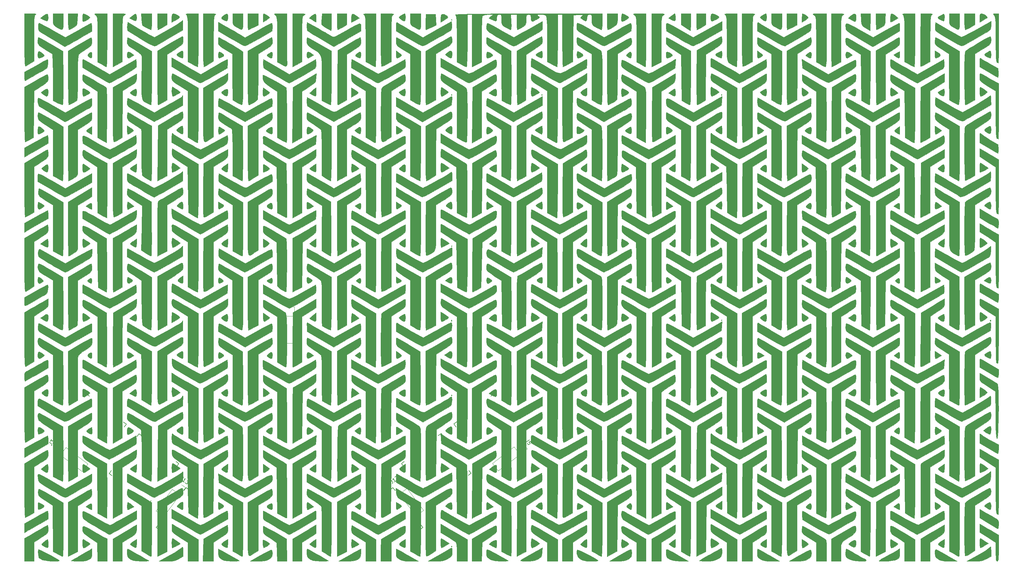
<source format=gbr>
G04 #@! TF.GenerationSoftware,KiCad,Pcbnew,(5.1.4)-1*
G04 #@! TF.CreationDate,2024-04-24T20:57:57-04:00*
G04 #@! TF.ProjectId,ThumbsUp,5468756d-6273-4557-902e-6b696361645f,rev?*
G04 #@! TF.SameCoordinates,Original*
G04 #@! TF.FileFunction,Legend,Top*
G04 #@! TF.FilePolarity,Positive*
%FSLAX46Y46*%
G04 Gerber Fmt 4.6, Leading zero omitted, Abs format (unit mm)*
G04 Created by KiCad (PCBNEW (5.1.4)-1) date 2024-04-24 20:57:57*
%MOMM*%
%LPD*%
G04 APERTURE LIST*
%ADD10C,0.010000*%
%ADD11C,0.150000*%
%ADD12C,0.120000*%
G04 APERTURE END LIST*
D10*
G36*
X401473158Y113064211D02*
G01*
X401339474Y112930527D01*
X401205790Y113064211D01*
X401339474Y113197895D01*
X401473158Y113064211D01*
X401473158Y113064211D01*
G37*
X401473158Y113064211D02*
X401339474Y112930527D01*
X401205790Y113064211D01*
X401339474Y113197895D01*
X401473158Y113064211D01*
G36*
X539893010Y114575840D02*
G01*
X539963611Y114024813D01*
X539970000Y113754913D01*
X539934119Y113010704D01*
X539749119Y112729783D01*
X539298965Y112843584D01*
X538833684Y113083455D01*
X538310354Y113402352D01*
X538125105Y113668930D01*
X538317414Y113953454D01*
X538926762Y114326188D01*
X539769474Y114748965D01*
X539893010Y114575840D01*
X539893010Y114575840D01*
G37*
X539893010Y114575840D02*
X539963611Y114024813D01*
X539970000Y113754913D01*
X539934119Y113010704D01*
X539749119Y112729783D01*
X539298965Y112843584D01*
X538833684Y113083455D01*
X538310354Y113402352D01*
X538125105Y113668930D01*
X538317414Y113953454D01*
X538926762Y114326188D01*
X539769474Y114748965D01*
X539893010Y114575840D01*
G36*
X489894434Y114564774D02*
G01*
X489966824Y113971932D01*
X489972105Y113732632D01*
X489892098Y112974571D01*
X489617598Y112693156D01*
X489096884Y112867159D01*
X488639258Y113185554D01*
X488217852Y113566371D01*
X488098484Y113796490D01*
X488104521Y113803003D01*
X488621870Y114179277D01*
X489211543Y114545491D01*
X489664800Y114775992D01*
X489764228Y114802105D01*
X489894434Y114564774D01*
X489894434Y114564774D01*
G37*
X489894434Y114564774D02*
X489966824Y113971932D01*
X489972105Y113732632D01*
X489892098Y112974571D01*
X489617598Y112693156D01*
X489096884Y112867159D01*
X488639258Y113185554D01*
X488217852Y113566371D01*
X488098484Y113796490D01*
X488104521Y113803003D01*
X488621870Y114179277D01*
X489211543Y114545491D01*
X489664800Y114775992D01*
X489764228Y114802105D01*
X489894434Y114564774D01*
G36*
X475288829Y114677397D02*
G01*
X475917115Y114379966D01*
X476422476Y114024856D01*
X476603684Y113751402D01*
X476386444Y113535233D01*
X475862963Y113223278D01*
X475225599Y112912989D01*
X474666711Y112701820D01*
X474455666Y112663158D01*
X474293913Y112900377D01*
X474203951Y113492972D01*
X474197369Y113732632D01*
X474241404Y114431060D01*
X474421484Y114740034D01*
X474741512Y114802105D01*
X475288829Y114677397D01*
X475288829Y114677397D01*
G37*
X475288829Y114677397D02*
X475917115Y114379966D01*
X476422476Y114024856D01*
X476603684Y113751402D01*
X476386444Y113535233D01*
X475862963Y113223278D01*
X475225599Y112912989D01*
X474666711Y112701820D01*
X474455666Y112663158D01*
X474293913Y112900377D01*
X474203951Y113492972D01*
X474197369Y113732632D01*
X474241404Y114431060D01*
X474421484Y114740034D01*
X474741512Y114802105D01*
X475288829Y114677397D01*
G36*
X464229801Y114564325D02*
G01*
X464299636Y113972048D01*
X464304737Y113732632D01*
X464270735Y113011808D01*
X464092259Y112732619D01*
X463654603Y112835138D01*
X463115366Y113111253D01*
X462327048Y113537938D01*
X463115366Y114168694D01*
X463676862Y114579427D01*
X464062152Y114792497D01*
X464104211Y114800777D01*
X464229801Y114564325D01*
X464229801Y114564325D01*
G37*
X464229801Y114564325D02*
X464299636Y113972048D01*
X464304737Y113732632D01*
X464270735Y113011808D01*
X464092259Y112732619D01*
X463654603Y112835138D01*
X463115366Y113111253D01*
X462327048Y113537938D01*
X463115366Y114168694D01*
X463676862Y114579427D01*
X464062152Y114792497D01*
X464104211Y114800777D01*
X464229801Y114564325D01*
G36*
X388294434Y114564774D02*
G01*
X388366824Y113971932D01*
X388372105Y113732632D01*
X388292098Y112974571D01*
X388017598Y112693156D01*
X387496884Y112867159D01*
X387039258Y113185554D01*
X386617852Y113566371D01*
X386498484Y113796490D01*
X386504521Y113803003D01*
X387021870Y114179277D01*
X387611543Y114545491D01*
X388064800Y114775992D01*
X388164228Y114802105D01*
X388294434Y114564774D01*
X388294434Y114564774D01*
G37*
X388294434Y114564774D02*
X388366824Y113971932D01*
X388372105Y113732632D01*
X388292098Y112974571D01*
X388017598Y112693156D01*
X387496884Y112867159D01*
X387039258Y113185554D01*
X386617852Y113566371D01*
X386498484Y113796490D01*
X386504521Y113803003D01*
X387021870Y114179277D01*
X387611543Y114545491D01*
X388064800Y114775992D01*
X388164228Y114802105D01*
X388294434Y114564774D01*
G36*
X338364161Y114291391D02*
G01*
X338374211Y113732632D01*
X338310843Y113004328D01*
X338056267Y112724188D01*
X337513770Y112838457D01*
X337104211Y113026756D01*
X336598309Y113400133D01*
X336604133Y113794456D01*
X337127056Y114250177D01*
X337279148Y114343406D01*
X337935204Y114699316D01*
X338257377Y114704008D01*
X338364161Y114291391D01*
X338364161Y114291391D01*
G37*
X338364161Y114291391D02*
X338374211Y113732632D01*
X338310843Y113004328D01*
X338056267Y112724188D01*
X337513770Y112838457D01*
X337104211Y113026756D01*
X336598309Y113400133D01*
X336604133Y113794456D01*
X337127056Y114250177D01*
X337279148Y114343406D01*
X337935204Y114699316D01*
X338257377Y114704008D01*
X338364161Y114291391D01*
G36*
X312676697Y114328957D02*
G01*
X312706842Y113732632D01*
X312672799Y113011632D01*
X312494184Y112732538D01*
X312056270Y112835315D01*
X311518431Y113110750D01*
X310731073Y113536932D01*
X311466499Y114169519D01*
X312124344Y114664200D01*
X312505661Y114725124D01*
X312676697Y114328957D01*
X312676697Y114328957D01*
G37*
X312676697Y114328957D02*
X312706842Y113732632D01*
X312672799Y113011632D01*
X312494184Y112732538D01*
X312056270Y112835315D01*
X311518431Y113110750D01*
X310731073Y113536932D01*
X311466499Y114169519D01*
X312124344Y114664200D01*
X312505661Y114725124D01*
X312676697Y114328957D01*
G36*
X287794625Y114367755D02*
G01*
X287841579Y113732632D01*
X287784204Y113022364D01*
X287549756Y112730785D01*
X287044749Y112818227D01*
X286404833Y113123008D01*
X285636507Y113526135D01*
X286404833Y114154505D01*
X287130371Y114664870D01*
X287576014Y114741128D01*
X287794625Y114367755D01*
X287794625Y114367755D01*
G37*
X287794625Y114367755D02*
X287841579Y113732632D01*
X287784204Y113022364D01*
X287549756Y112730785D01*
X287044749Y112818227D01*
X286404833Y113123008D01*
X285636507Y113526135D01*
X286404833Y114154505D01*
X287130371Y114664870D01*
X287576014Y114741128D01*
X287794625Y114367755D01*
G36*
X550956529Y114670824D02*
G01*
X551473440Y114360255D01*
X551879885Y113995307D01*
X552015405Y113700891D01*
X551977659Y113643739D01*
X551700790Y113465265D01*
X551134085Y113117516D01*
X550865263Y112955150D01*
X549862632Y112352177D01*
X549862632Y113577141D01*
X549890984Y114329771D01*
X550024143Y114689628D01*
X550334260Y114797680D01*
X550489614Y114802105D01*
X550956529Y114670824D01*
X550956529Y114670824D01*
G37*
X550956529Y114670824D02*
X551473440Y114360255D01*
X551879885Y113995307D01*
X552015405Y113700891D01*
X551977659Y113643739D01*
X551700790Y113465265D01*
X551134085Y113117516D01*
X550865263Y112955150D01*
X549862632Y112352177D01*
X549862632Y113577141D01*
X549890984Y114329771D01*
X550024143Y114689628D01*
X550334260Y114797680D01*
X550489614Y114802105D01*
X550956529Y114670824D01*
G36*
X525576369Y114661992D02*
G01*
X526223016Y114182160D01*
X526943746Y113562215D01*
X525955274Y112979002D01*
X525323663Y112621137D01*
X524911843Y112415320D01*
X524848401Y112395790D01*
X524777761Y112634981D01*
X524735411Y113240099D01*
X524730000Y113598948D01*
X524811249Y114435162D01*
X525080580Y114784513D01*
X525576369Y114661992D01*
X525576369Y114661992D01*
G37*
X525576369Y114661992D02*
X526223016Y114182160D01*
X526943746Y113562215D01*
X525955274Y112979002D01*
X525323663Y112621137D01*
X524911843Y112415320D01*
X524848401Y112395790D01*
X524777761Y112634981D01*
X524735411Y113240099D01*
X524730000Y113598948D01*
X524811249Y114435162D01*
X525080580Y114784513D01*
X525576369Y114661992D01*
G36*
X515059551Y114364352D02*
G01*
X515104737Y113748411D01*
X515058605Y113052500D01*
X514943878Y112626865D01*
X514904211Y112584144D01*
X514568529Y112638483D01*
X513981363Y112910411D01*
X513795624Y113016873D01*
X512887564Y113560173D01*
X513661940Y114179811D01*
X514392209Y114679600D01*
X514840613Y114746336D01*
X515059551Y114364352D01*
X515059551Y114364352D01*
G37*
X515059551Y114364352D02*
X515104737Y113748411D01*
X515058605Y113052500D01*
X514943878Y112626865D01*
X514904211Y112584144D01*
X514568529Y112638483D01*
X513981363Y112910411D01*
X513795624Y113016873D01*
X512887564Y113560173D01*
X513661940Y114179811D01*
X514392209Y114679600D01*
X514840613Y114746336D01*
X515059551Y114364352D01*
G36*
X500414805Y114667033D02*
G01*
X500945715Y114350035D01*
X501426361Y113983439D01*
X501666366Y113699576D01*
X501667466Y113659765D01*
X501411824Y113384377D01*
X500873190Y112984199D01*
X500729115Y112890563D01*
X499864737Y112343278D01*
X499864737Y113572692D01*
X499895759Y114299509D01*
X499974415Y114740720D01*
X500024010Y114802105D01*
X500414805Y114667033D01*
X500414805Y114667033D01*
G37*
X500414805Y114667033D02*
X500945715Y114350035D01*
X501426361Y113983439D01*
X501666366Y113699576D01*
X501667466Y113659765D01*
X501411824Y113384377D01*
X500873190Y112984199D01*
X500729115Y112890563D01*
X499864737Y112343278D01*
X499864737Y113572692D01*
X499895759Y114299509D01*
X499974415Y114740720D01*
X500024010Y114802105D01*
X500414805Y114667033D01*
G36*
X449780717Y114675977D02*
G01*
X450361477Y114377517D01*
X450898914Y114026608D01*
X451191973Y113743136D01*
X451203684Y113701395D01*
X450995824Y113446857D01*
X450500220Y113105905D01*
X449908835Y112785529D01*
X449413634Y112592718D01*
X449220776Y112596242D01*
X449092306Y112969924D01*
X449061847Y113585974D01*
X449116245Y114232476D01*
X449242346Y114697513D01*
X449357695Y114802105D01*
X449780717Y114675977D01*
X449780717Y114675977D01*
G37*
X449780717Y114675977D02*
X450361477Y114377517D01*
X450898914Y114026608D01*
X451191973Y113743136D01*
X451203684Y113701395D01*
X450995824Y113446857D01*
X450500220Y113105905D01*
X449908835Y112785529D01*
X449413634Y112592718D01*
X449220776Y112596242D01*
X449092306Y112969924D01*
X449061847Y113585974D01*
X449116245Y114232476D01*
X449242346Y114697513D01*
X449357695Y114802105D01*
X449780717Y114675977D01*
G36*
X399166329Y114631038D02*
G01*
X399513909Y114483004D01*
X400124844Y114102667D01*
X400250762Y113744230D01*
X399883132Y113337641D01*
X399331972Y112989385D01*
X398264737Y112379823D01*
X398264737Y113441501D01*
X398346535Y114291361D01*
X398628687Y114672550D01*
X399166329Y114631038D01*
X399166329Y114631038D01*
G37*
X399166329Y114631038D02*
X399513909Y114483004D01*
X400124844Y114102667D01*
X400250762Y113744230D01*
X399883132Y113337641D01*
X399331972Y112989385D01*
X398264737Y112379823D01*
X398264737Y113441501D01*
X398346535Y114291361D01*
X398628687Y114672550D01*
X399166329Y114631038D01*
G36*
X373904023Y114650238D02*
G01*
X374591779Y114166354D01*
X375383032Y113533259D01*
X374257569Y112959090D01*
X373132105Y112384922D01*
X373132105Y113593514D01*
X373198212Y114415137D01*
X373435855Y114759662D01*
X373904023Y114650238D01*
X373904023Y114650238D01*
G37*
X373904023Y114650238D02*
X374591779Y114166354D01*
X375383032Y113533259D01*
X374257569Y112959090D01*
X373132105Y112384922D01*
X373132105Y113593514D01*
X373198212Y114415137D01*
X373435855Y114759662D01*
X373904023Y114650238D01*
G36*
X363206816Y114294130D02*
G01*
X363239474Y113598948D01*
X363226234Y112886685D01*
X363192727Y112467168D01*
X363172632Y112417940D01*
X362925569Y112558280D01*
X362391687Y112880950D01*
X362198043Y112999948D01*
X361290297Y113559806D01*
X362012426Y114180956D01*
X362661595Y114667787D01*
X363037231Y114716180D01*
X363206816Y114294130D01*
X363206816Y114294130D01*
G37*
X363206816Y114294130D02*
X363239474Y113598948D01*
X363226234Y112886685D01*
X363192727Y112467168D01*
X363172632Y112417940D01*
X362925569Y112558280D01*
X362391687Y112880950D01*
X362198043Y112999948D01*
X361290297Y113559806D01*
X362012426Y114180956D01*
X362661595Y114667787D01*
X363037231Y114716180D01*
X363206816Y114294130D01*
G36*
X348787625Y114670731D02*
G01*
X349326051Y114363150D01*
X349839451Y114009177D01*
X350125878Y113738627D01*
X350138421Y113701395D01*
X349930015Y113463433D01*
X349409649Y113092647D01*
X349202632Y112965953D01*
X348266842Y112413824D01*
X348266842Y113607965D01*
X348298725Y114322605D01*
X348379323Y114749201D01*
X348426116Y114802105D01*
X348787625Y114670731D01*
X348787625Y114670731D01*
G37*
X348787625Y114670731D02*
X349326051Y114363150D01*
X349839451Y114009177D01*
X350125878Y113738627D01*
X350138421Y113701395D01*
X349930015Y113463433D01*
X349409649Y113092647D01*
X349202632Y112965953D01*
X348266842Y112413824D01*
X348266842Y113607965D01*
X348298725Y114322605D01*
X348379323Y114749201D01*
X348426116Y114802105D01*
X348787625Y114670731D01*
G36*
X323773303Y114640729D02*
G01*
X324359332Y114297860D01*
X324723953Y113952920D01*
X324762084Y113664724D01*
X324422234Y113348054D01*
X323652911Y112917694D01*
X323468421Y112823392D01*
X322599474Y112382058D01*
X322599474Y113592082D01*
X322632339Y114343808D01*
X322773476Y114700676D01*
X323086696Y114800711D01*
X323158881Y114802105D01*
X323773303Y114640729D01*
X323773303Y114640729D01*
G37*
X323773303Y114640729D02*
X324359332Y114297860D01*
X324723953Y113952920D01*
X324762084Y113664724D01*
X324422234Y113348054D01*
X323652911Y112917694D01*
X323468421Y112823392D01*
X322599474Y112382058D01*
X322599474Y113592082D01*
X322632339Y114343808D01*
X322773476Y114700676D01*
X323086696Y114800711D01*
X323158881Y114802105D01*
X323773303Y114640729D01*
G36*
X298182823Y114675977D02*
G01*
X298763582Y114377517D01*
X299301020Y114026608D01*
X299594078Y113743136D01*
X299605790Y113701395D01*
X299397929Y113446857D01*
X298902325Y113105905D01*
X298310940Y112785529D01*
X297815740Y112592718D01*
X297622881Y112596242D01*
X297494411Y112969924D01*
X297463952Y113585974D01*
X297518350Y114232476D01*
X297644451Y114697513D01*
X297759800Y114802105D01*
X298182823Y114675977D01*
X298182823Y114675977D01*
G37*
X298182823Y114675977D02*
X298763582Y114377517D01*
X299301020Y114026608D01*
X299594078Y113743136D01*
X299605790Y113701395D01*
X299397929Y113446857D01*
X298902325Y113105905D01*
X298310940Y112785529D01*
X297815740Y112592718D01*
X297622881Y112596242D01*
X297494411Y112969924D01*
X297463952Y113585974D01*
X297518350Y114232476D01*
X297644451Y114697513D01*
X297759800Y114802105D01*
X298182823Y114675977D01*
G36*
X548525790Y111639402D02*
G01*
X547288956Y110948122D01*
X546549792Y110557945D01*
X545996073Y110307282D01*
X545818429Y110256842D01*
X545712827Y110503686D01*
X545632060Y111162397D01*
X545588750Y112110247D01*
X545584737Y112529474D01*
X545584737Y114802105D01*
X548525790Y114802105D01*
X548525790Y111639402D01*
X548525790Y111639402D01*
G37*
X548525790Y111639402D02*
X547288956Y110948122D01*
X546549792Y110557945D01*
X545996073Y110307282D01*
X545818429Y110256842D01*
X545712827Y110503686D01*
X545632060Y111162397D01*
X545588750Y112110247D01*
X545584737Y112529474D01*
X545584737Y114802105D01*
X548525790Y114802105D01*
X548525790Y111639402D01*
G36*
X544247895Y112529474D02*
G01*
X544233111Y111346028D01*
X544143720Y110638972D01*
X543912165Y110350006D01*
X543470887Y110420828D01*
X542752328Y110793138D01*
X542443158Y110972040D01*
X541811060Y111361709D01*
X541471710Y111708701D01*
X541334042Y112193004D01*
X541306992Y112994604D01*
X541306842Y113217927D01*
X541306842Y114802105D01*
X544247895Y114802105D01*
X544247895Y112529474D01*
X544247895Y112529474D01*
G37*
X544247895Y112529474D02*
X544233111Y111346028D01*
X544143720Y110638972D01*
X543912165Y110350006D01*
X543470887Y110420828D01*
X542752328Y110793138D01*
X542443158Y110972040D01*
X541811060Y111361709D01*
X541471710Y111708701D01*
X541334042Y112193004D01*
X541306992Y112994604D01*
X541306842Y113217927D01*
X541306842Y114802105D01*
X544247895Y114802105D01*
X544247895Y112529474D01*
G36*
X523339074Y113170488D02*
G01*
X523278648Y112262616D01*
X523146433Y111714141D01*
X522848315Y111350191D01*
X522290179Y110995891D01*
X522115981Y110897856D01*
X521429051Y110526020D01*
X520956260Y110294706D01*
X520845981Y110256842D01*
X520788810Y110503730D01*
X520745086Y111162549D01*
X520721643Y112110538D01*
X520719474Y112529474D01*
X520719474Y114802105D01*
X523418674Y114802105D01*
X523339074Y113170488D01*
X523339074Y113170488D01*
G37*
X523339074Y113170488D02*
X523278648Y112262616D01*
X523146433Y111714141D01*
X522848315Y111350191D01*
X522290179Y110995891D01*
X522115981Y110897856D01*
X521429051Y110526020D01*
X520956260Y110294706D01*
X520845981Y110256842D01*
X520788810Y110503730D01*
X520745086Y111162549D01*
X520721643Y112110538D01*
X520719474Y112529474D01*
X520719474Y114802105D01*
X523418674Y114802105D01*
X523339074Y113170488D01*
G36*
X498527895Y111602693D02*
G01*
X497199941Y110929767D01*
X496446700Y110560035D01*
X495903507Y110315616D01*
X495729415Y110256842D01*
X495664983Y110503725D01*
X495615707Y111162532D01*
X495589288Y112110505D01*
X495586842Y112529474D01*
X495586842Y114802105D01*
X498527895Y114802105D01*
X498527895Y111602693D01*
X498527895Y111602693D01*
G37*
X498527895Y111602693D02*
X497199941Y110929767D01*
X496446700Y110560035D01*
X495903507Y110315616D01*
X495729415Y110256842D01*
X495664983Y110503725D01*
X495615707Y111162532D01*
X495589288Y112110505D01*
X495586842Y112529474D01*
X495586842Y114802105D01*
X498527895Y114802105D01*
X498527895Y111602693D01*
G36*
X494250000Y112529474D02*
G01*
X494235216Y111346028D01*
X494145825Y110638972D01*
X493914270Y110350006D01*
X493472992Y110420828D01*
X492754433Y110793138D01*
X492445263Y110972040D01*
X491813165Y111361709D01*
X491473815Y111708701D01*
X491336148Y112193004D01*
X491309097Y112994604D01*
X491308947Y113217927D01*
X491308947Y114802105D01*
X494250000Y114802105D01*
X494250000Y112529474D01*
X494250000Y112529474D01*
G37*
X494250000Y112529474D02*
X494235216Y111346028D01*
X494145825Y110638972D01*
X493914270Y110350006D01*
X493472992Y110420828D01*
X492754433Y110793138D01*
X492445263Y110972040D01*
X491813165Y111361709D01*
X491473815Y111708701D01*
X491336148Y112193004D01*
X491309097Y112994604D01*
X491308947Y113217927D01*
X491308947Y114802105D01*
X494250000Y114802105D01*
X494250000Y112529474D01*
G36*
X472860526Y111644496D02*
G01*
X471676600Y110950669D01*
X470974874Y110555494D01*
X470475991Y110304217D01*
X470339758Y110256842D01*
X470270653Y110503721D01*
X470217802Y111162520D01*
X470189465Y112110482D01*
X470186842Y112529474D01*
X470186842Y114802105D01*
X472860526Y114802105D01*
X472860526Y111644496D01*
X472860526Y111644496D01*
G37*
X472860526Y111644496D02*
X471676600Y110950669D01*
X470974874Y110555494D01*
X470475991Y110304217D01*
X470339758Y110256842D01*
X470270653Y110503721D01*
X470217802Y111162520D01*
X470189465Y112110482D01*
X470186842Y112529474D01*
X470186842Y114802105D01*
X472860526Y114802105D01*
X472860526Y111644496D01*
G36*
X447995263Y113373018D02*
G01*
X447923091Y112343297D01*
X447686309Y111711699D01*
X447527369Y111533681D01*
X447035687Y111180381D01*
X446360326Y110778562D01*
X445698362Y110436398D01*
X445246874Y110262065D01*
X445201172Y110256842D01*
X445134757Y110503723D01*
X445083964Y111162527D01*
X445056731Y112110496D01*
X445054211Y112529474D01*
X445054211Y114802105D01*
X447995263Y114802105D01*
X447995263Y113373018D01*
X447995263Y113373018D01*
G37*
X447995263Y113373018D02*
X447923091Y112343297D01*
X447686309Y111711699D01*
X447527369Y111533681D01*
X447035687Y111180381D01*
X446360326Y110778562D01*
X445698362Y110436398D01*
X445246874Y110262065D01*
X445201172Y110256842D01*
X445134757Y110503723D01*
X445083964Y111162527D01*
X445056731Y112110496D01*
X445054211Y112529474D01*
X445054211Y114802105D01*
X447995263Y114802105D01*
X447995263Y113373018D01*
G36*
X396874064Y113142150D02*
G01*
X396953918Y111615880D01*
X395612953Y110936361D01*
X394853670Y110564370D01*
X394301601Y110317553D01*
X394118602Y110256842D01*
X394057053Y110503138D01*
X394026829Y111159100D01*
X394032200Y112100345D01*
X394042871Y112462632D01*
X394120526Y114668421D01*
X396794211Y114668421D01*
X396874064Y113142150D01*
X396874064Y113142150D01*
G37*
X396874064Y113142150D02*
X396953918Y111615880D01*
X395612953Y110936361D01*
X394853670Y110564370D01*
X394301601Y110317553D01*
X394118602Y110256842D01*
X394057053Y110503138D01*
X394026829Y111159100D01*
X394032200Y112100345D01*
X394042871Y112462632D01*
X394120526Y114668421D01*
X396794211Y114668421D01*
X396874064Y113142150D01*
G36*
X392650000Y112529474D02*
G01*
X392635216Y111346028D01*
X392545825Y110638972D01*
X392314270Y110350006D01*
X391872992Y110420828D01*
X391154433Y110793138D01*
X390845263Y110972040D01*
X390213165Y111361709D01*
X389873815Y111708701D01*
X389736148Y112193004D01*
X389709097Y112994604D01*
X389708947Y113217927D01*
X389708947Y114802105D01*
X392650000Y114802105D01*
X392650000Y112529474D01*
X392650000Y112529474D01*
G37*
X392650000Y112529474D02*
X392635216Y111346028D01*
X392545825Y110638972D01*
X392314270Y110350006D01*
X391872992Y110420828D01*
X391154433Y110793138D01*
X390845263Y110972040D01*
X390213165Y111361709D01*
X389873815Y111708701D01*
X389736148Y112193004D01*
X389709097Y112994604D01*
X389708947Y113217927D01*
X389708947Y114802105D01*
X392650000Y114802105D01*
X392650000Y112529474D01*
G36*
X371795263Y111644496D02*
G01*
X370611337Y110950669D01*
X369909611Y110555494D01*
X369410728Y110304217D01*
X369274495Y110256842D01*
X369205390Y110503721D01*
X369152539Y111162520D01*
X369124202Y112110482D01*
X369121579Y112529474D01*
X369121579Y114802105D01*
X371795263Y114802105D01*
X371795263Y111644496D01*
X371795263Y111644496D01*
G37*
X371795263Y111644496D02*
X370611337Y110950669D01*
X369909611Y110555494D01*
X369410728Y110304217D01*
X369274495Y110256842D01*
X369205390Y110503721D01*
X369152539Y111162520D01*
X369124202Y112110482D01*
X369121579Y112529474D01*
X369121579Y114802105D01*
X371795263Y114802105D01*
X371795263Y111644496D01*
G36*
X346930000Y111602693D02*
G01*
X345602046Y110929767D01*
X344848806Y110560035D01*
X344305612Y110315616D01*
X344131520Y110256842D01*
X344067089Y110503725D01*
X344017812Y111162532D01*
X343991393Y112110505D01*
X343988947Y112529474D01*
X343988947Y114802105D01*
X346930000Y114802105D01*
X346930000Y111602693D01*
X346930000Y111602693D01*
G37*
X346930000Y111602693D02*
X345602046Y110929767D01*
X344848806Y110560035D01*
X344305612Y110315616D01*
X344131520Y110256842D01*
X344067089Y110503725D01*
X344017812Y111162532D01*
X343991393Y112110505D01*
X343988947Y112529474D01*
X343988947Y114802105D01*
X346930000Y114802105D01*
X346930000Y111602693D01*
G36*
X342652105Y112529474D02*
G01*
X342637321Y111346028D01*
X342547931Y110638972D01*
X342316375Y110350006D01*
X341875097Y110420828D01*
X341156538Y110793138D01*
X340847369Y110972040D01*
X340215270Y111361709D01*
X339875920Y111708701D01*
X339738253Y112193004D01*
X339711203Y112994604D01*
X339711053Y113217927D01*
X339711053Y114802105D01*
X342652105Y114802105D01*
X342652105Y112529474D01*
X342652105Y112529474D01*
G37*
X342652105Y112529474D02*
X342637321Y111346028D01*
X342547931Y110638972D01*
X342316375Y110350006D01*
X341875097Y110420828D01*
X341156538Y110793138D01*
X340847369Y110972040D01*
X340215270Y111361709D01*
X339875920Y111708701D01*
X339738253Y112193004D01*
X339711203Y112994604D01*
X339711053Y113217927D01*
X339711053Y114802105D01*
X342652105Y114802105D01*
X342652105Y112529474D01*
G36*
X321262632Y111639402D02*
G01*
X320025798Y110948122D01*
X319315963Y110561038D01*
X318822794Y110310175D01*
X318688956Y110256842D01*
X318643759Y110503737D01*
X318609194Y111162573D01*
X318590662Y112110583D01*
X318588947Y112529474D01*
X318588947Y114802105D01*
X321262632Y114802105D01*
X321262632Y111639402D01*
X321262632Y111639402D01*
G37*
X321262632Y111639402D02*
X320025798Y110948122D01*
X319315963Y110561038D01*
X318822794Y110310175D01*
X318688956Y110256842D01*
X318643759Y110503737D01*
X318609194Y111162573D01*
X318590662Y112110583D01*
X318588947Y112529474D01*
X318588947Y114802105D01*
X321262632Y114802105D01*
X321262632Y111639402D01*
G36*
X316984737Y112529474D02*
G01*
X316962979Y111504286D01*
X316904914Y110722438D01*
X316821352Y110305823D01*
X316784211Y110268659D01*
X316443725Y110389867D01*
X315819740Y110681644D01*
X315514211Y110836953D01*
X314849700Y111190211D01*
X314417198Y111434170D01*
X314344283Y111482608D01*
X314274757Y111775362D01*
X314195637Y112445868D01*
X314135733Y113186945D01*
X314027637Y114802105D01*
X316984737Y114802105D01*
X316984737Y112529474D01*
X316984737Y112529474D01*
G37*
X316984737Y112529474D02*
X316962979Y111504286D01*
X316904914Y110722438D01*
X316821352Y110305823D01*
X316784211Y110268659D01*
X316443725Y110389867D01*
X315819740Y110681644D01*
X315514211Y110836953D01*
X314849700Y111190211D01*
X314417198Y111434170D01*
X314344283Y111482608D01*
X314274757Y111775362D01*
X314195637Y112445868D01*
X314135733Y113186945D01*
X314027637Y114802105D01*
X316984737Y114802105D01*
X316984737Y112529474D01*
G36*
X296075916Y113138318D02*
G01*
X296015637Y112218032D01*
X295888211Y111661892D01*
X295607391Y111299650D01*
X295086929Y110961056D01*
X294926842Y110870084D01*
X294245311Y110506794D01*
X293761695Y110288794D01*
X293656842Y110261241D01*
X293566242Y110506012D01*
X293496943Y111162991D01*
X293459769Y112109753D01*
X293456316Y112529474D01*
X293456316Y114802105D01*
X296155516Y114802105D01*
X296075916Y113138318D01*
X296075916Y113138318D01*
G37*
X296075916Y113138318D02*
X296015637Y112218032D01*
X295888211Y111661892D01*
X295607391Y111299650D01*
X295086929Y110961056D01*
X294926842Y110870084D01*
X294245311Y110506794D01*
X293761695Y110288794D01*
X293656842Y110261241D01*
X293566242Y110506012D01*
X293496943Y111162991D01*
X293459769Y112109753D01*
X293456316Y112529474D01*
X293456316Y114802105D01*
X296155516Y114802105D01*
X296075916Y113138318D01*
G36*
X292119474Y112529474D02*
G01*
X292102228Y111334386D01*
X292007484Y110617168D01*
X291770730Y110321107D01*
X291327458Y110389494D01*
X290613155Y110765619D01*
X290314737Y110942947D01*
X289683217Y111343381D01*
X289343837Y111697176D01*
X289205867Y112185587D01*
X289178581Y112989867D01*
X289178421Y113213049D01*
X289178421Y114802105D01*
X292119474Y114802105D01*
X292119474Y112529474D01*
X292119474Y112529474D01*
G37*
X292119474Y112529474D02*
X292102228Y111334386D01*
X292007484Y110617168D01*
X291770730Y110321107D01*
X291327458Y110389494D01*
X290613155Y110765619D01*
X290314737Y110942947D01*
X289683217Y111343381D01*
X289343837Y111697176D01*
X289205867Y112185587D01*
X289178581Y112989867D01*
X289178421Y113213049D01*
X289178421Y114802105D01*
X292119474Y114802105D01*
X292119474Y112529474D01*
G36*
X519115263Y112395790D02*
G01*
X519108402Y111339124D01*
X519090020Y110523647D01*
X519063423Y110067288D01*
X519048421Y110010490D01*
X518802507Y110148840D01*
X518243320Y110481293D01*
X517778421Y110762099D01*
X517118737Y111184094D01*
X516751835Y111551596D01*
X516581337Y112043819D01*
X516510866Y112839980D01*
X516495663Y113147398D01*
X516416063Y114802105D01*
X519115263Y114802105D01*
X519115263Y112395790D01*
X519115263Y112395790D01*
G37*
X519115263Y112395790D02*
X519108402Y111339124D01*
X519090020Y110523647D01*
X519063423Y110067288D01*
X519048421Y110010490D01*
X518802507Y110148840D01*
X518243320Y110481293D01*
X517778421Y110762099D01*
X517118737Y111184094D01*
X516751835Y111551596D01*
X516581337Y112043819D01*
X516510866Y112839980D01*
X516495663Y113147398D01*
X516416063Y114802105D01*
X519115263Y114802105D01*
X519115263Y112395790D01*
G36*
X468582632Y112395790D02*
G01*
X468575769Y111338770D01*
X468557383Y110522590D01*
X468530781Y110065337D01*
X468515790Y110008078D01*
X468272955Y110149234D01*
X467715628Y110494334D01*
X467178947Y110832791D01*
X465908947Y111638899D01*
X465908947Y114802105D01*
X468582632Y114802105D01*
X468582632Y112395790D01*
X468582632Y112395790D01*
G37*
X468582632Y112395790D02*
X468575769Y111338770D01*
X468557383Y110522590D01*
X468530781Y110065337D01*
X468515790Y110008078D01*
X468272955Y110149234D01*
X467715628Y110494334D01*
X467178947Y110832791D01*
X465908947Y111638899D01*
X465908947Y114802105D01*
X468582632Y114802105D01*
X468582632Y112395790D01*
G36*
X367517369Y112395790D02*
G01*
X367510513Y111340710D01*
X367492148Y110528382D01*
X367465572Y110076026D01*
X367450526Y110021309D01*
X367199857Y110157577D01*
X366625841Y110474408D01*
X366116920Y110756572D01*
X365390289Y111196640D01*
X364884599Y111571360D01*
X364746304Y111729903D01*
X364711302Y112133140D01*
X364735120Y112870361D01*
X364777086Y113400956D01*
X364911718Y114802105D01*
X367517369Y114802105D01*
X367517369Y112395790D01*
X367517369Y112395790D01*
G37*
X367517369Y112395790D02*
X367510513Y111340710D01*
X367492148Y110528382D01*
X367465572Y110076026D01*
X367450526Y110021309D01*
X367199857Y110157577D01*
X366625841Y110474408D01*
X366116920Y110756572D01*
X365390289Y111196640D01*
X364884599Y111571360D01*
X364746304Y111729903D01*
X364711302Y112133140D01*
X364735120Y112870361D01*
X364777086Y113400956D01*
X364911718Y114802105D01*
X367517369Y114802105D01*
X367517369Y112395790D01*
G36*
X553071053Y111504765D02*
G01*
X553049327Y110848387D01*
X552915517Y110405803D01*
X552566674Y110033846D01*
X551899848Y109589350D01*
X551533684Y109366820D01*
X549675163Y108259607D01*
X548042493Y107317905D01*
X546685160Y106568609D01*
X545652648Y106038611D01*
X544994442Y105754804D01*
X544811107Y105713382D01*
X544436595Y105845927D01*
X543701351Y106208794D01*
X542699949Y106751881D01*
X541526967Y107425087D01*
X541083242Y107688246D01*
X539883377Y108413022D01*
X538840735Y109056009D01*
X538045551Y109560566D01*
X537588056Y109870054D01*
X537523462Y109922749D01*
X537376627Y110336936D01*
X537334484Y111044283D01*
X537346010Y111266718D01*
X537430000Y112349245D01*
X540905790Y110344073D01*
X542142141Y109633536D01*
X543222674Y109017642D01*
X544058816Y108546485D01*
X544561996Y108270160D01*
X544657672Y108222095D01*
X544995098Y108305055D01*
X545731155Y108633457D01*
X546806736Y109176296D01*
X548162738Y109902567D01*
X549740056Y110781264D01*
X551479586Y111781383D01*
X551801053Y111969378D01*
X553071053Y112713970D01*
X553071053Y111504765D01*
X553071053Y111504765D01*
G37*
X553071053Y111504765D02*
X553049327Y110848387D01*
X552915517Y110405803D01*
X552566674Y110033846D01*
X551899848Y109589350D01*
X551533684Y109366820D01*
X549675163Y108259607D01*
X548042493Y107317905D01*
X546685160Y106568609D01*
X545652648Y106038611D01*
X544994442Y105754804D01*
X544811107Y105713382D01*
X544436595Y105845927D01*
X543701351Y106208794D01*
X542699949Y106751881D01*
X541526967Y107425087D01*
X541083242Y107688246D01*
X539883377Y108413022D01*
X538840735Y109056009D01*
X538045551Y109560566D01*
X537588056Y109870054D01*
X537523462Y109922749D01*
X537376627Y110336936D01*
X537334484Y111044283D01*
X537346010Y111266718D01*
X537430000Y112349245D01*
X540905790Y110344073D01*
X542142141Y109633536D01*
X543222674Y109017642D01*
X544058816Y108546485D01*
X544561996Y108270160D01*
X544657672Y108222095D01*
X544995098Y108305055D01*
X545731155Y108633457D01*
X546806736Y109176296D01*
X548162738Y109902567D01*
X549740056Y110781264D01*
X551479586Y111781383D01*
X551801053Y111969378D01*
X553071053Y112713970D01*
X553071053Y111504765D01*
G36*
X477394064Y111370585D02*
G01*
X477382339Y110123158D01*
X473547898Y107917369D01*
X472231489Y107177979D01*
X471047742Y106546475D01*
X470085662Y106067755D01*
X469434254Y105786724D01*
X469214886Y105731423D01*
X468818437Y105870446D01*
X468060053Y106239973D01*
X467033481Y106790694D01*
X465832468Y107473296D01*
X465240526Y107821997D01*
X461764737Y109892728D01*
X461682522Y111010574D01*
X461693969Y111795215D01*
X461868687Y112121814D01*
X461911412Y112128421D01*
X462241849Y112002021D01*
X462946327Y111653679D01*
X463936290Y111129686D01*
X465123185Y110476332D01*
X465771762Y110110519D01*
X469321006Y108092617D01*
X477405790Y112618011D01*
X477394064Y111370585D01*
X477394064Y111370585D01*
G37*
X477394064Y111370585D02*
X477382339Y110123158D01*
X473547898Y107917369D01*
X472231489Y107177979D01*
X471047742Y106546475D01*
X470085662Y106067755D01*
X469434254Y105786724D01*
X469214886Y105731423D01*
X468818437Y105870446D01*
X468060053Y106239973D01*
X467033481Y106790694D01*
X465832468Y107473296D01*
X465240526Y107821997D01*
X461764737Y109892728D01*
X461682522Y111010574D01*
X461693969Y111795215D01*
X461868687Y112121814D01*
X461911412Y112128421D01*
X462241849Y112002021D01*
X462946327Y111653679D01*
X463936290Y111129686D01*
X465123185Y110476332D01*
X465771762Y110110519D01*
X469321006Y108092617D01*
X477405790Y112618011D01*
X477394064Y111370585D01*
G36*
X436987042Y112132051D02*
G01*
X437652873Y111817237D01*
X438613665Y111315869D01*
X439786649Y110670568D01*
X440582439Y110217883D01*
X444265404Y108097258D01*
X445662439Y108865216D01*
X446556070Y109361010D01*
X447706263Y110005408D01*
X448905215Y110681855D01*
X449255989Y110880798D01*
X450235347Y111422967D01*
X451046994Y111846124D01*
X451574938Y112091079D01*
X451700930Y112128421D01*
X451844802Y111890854D01*
X451912184Y111293685D01*
X451910730Y110999405D01*
X451872105Y109870388D01*
X448262632Y107795396D01*
X446992666Y107079370D01*
X445865060Y106469867D01*
X444969686Y106013454D01*
X444396417Y105756696D01*
X444252105Y105717454D01*
X443844294Y105845300D01*
X443120249Y106187180D01*
X442218683Y106676113D01*
X441979474Y106814846D01*
X440252658Y107828589D01*
X438930391Y108608266D01*
X437959054Y109195540D01*
X437285030Y109632074D01*
X436854701Y109959533D01*
X436614448Y110219579D01*
X436510653Y110453875D01*
X436489699Y110704086D01*
X436497966Y111011875D01*
X436498421Y111073844D01*
X436545976Y111762115D01*
X436663790Y112180650D01*
X436698947Y112217685D01*
X436987042Y112132051D01*
X436987042Y112132051D01*
G37*
X436987042Y112132051D02*
X437652873Y111817237D01*
X438613665Y111315869D01*
X439786649Y110670568D01*
X440582439Y110217883D01*
X444265404Y108097258D01*
X445662439Y108865216D01*
X446556070Y109361010D01*
X447706263Y110005408D01*
X448905215Y110681855D01*
X449255989Y110880798D01*
X450235347Y111422967D01*
X451046994Y111846124D01*
X451574938Y112091079D01*
X451700930Y112128421D01*
X451844802Y111890854D01*
X451912184Y111293685D01*
X451910730Y110999405D01*
X451872105Y109870388D01*
X448262632Y107795396D01*
X446992666Y107079370D01*
X445865060Y106469867D01*
X444969686Y106013454D01*
X444396417Y105756696D01*
X444252105Y105717454D01*
X443844294Y105845300D01*
X443120249Y106187180D01*
X442218683Y106676113D01*
X441979474Y106814846D01*
X440252658Y107828589D01*
X438930391Y108608266D01*
X437959054Y109195540D01*
X437285030Y109632074D01*
X436854701Y109959533D01*
X436614448Y110219579D01*
X436510653Y110453875D01*
X436489699Y110704086D01*
X436497966Y111011875D01*
X436498421Y111073844D01*
X436545976Y111762115D01*
X436663790Y112180650D01*
X436698947Y112217685D01*
X436987042Y112132051D01*
G36*
X401424926Y111514364D02*
G01*
X401423844Y110725040D01*
X401221037Y110248650D01*
X400920304Y109990061D01*
X400183023Y109517412D01*
X399189262Y108920324D01*
X398036148Y108252553D01*
X396820809Y107567853D01*
X395640371Y106919978D01*
X394591962Y106362684D01*
X393772710Y105949725D01*
X393279741Y105734857D01*
X393198259Y105716326D01*
X392832243Y105847827D01*
X392098764Y106207028D01*
X391088703Y106746196D01*
X389892942Y107417598D01*
X389253036Y107788432D01*
X385722388Y109855790D01*
X385710404Y111141569D01*
X385740266Y111860895D01*
X385829731Y112273681D01*
X385898947Y112316091D01*
X386189374Y112149387D01*
X386856841Y111763717D01*
X387815899Y111208528D01*
X388981098Y110533270D01*
X389622405Y110161364D01*
X390849894Y109453514D01*
X391906624Y108852007D01*
X392709996Y108403240D01*
X393177415Y108153606D01*
X393260387Y108117895D01*
X393519143Y108243324D01*
X394164270Y108590941D01*
X395117794Y109117744D01*
X396301742Y109780730D01*
X397357456Y110377462D01*
X401339474Y112637028D01*
X401424926Y111514364D01*
X401424926Y111514364D01*
G37*
X401424926Y111514364D02*
X401423844Y110725040D01*
X401221037Y110248650D01*
X400920304Y109990061D01*
X400183023Y109517412D01*
X399189262Y108920324D01*
X398036148Y108252553D01*
X396820809Y107567853D01*
X395640371Y106919978D01*
X394591962Y106362684D01*
X393772710Y105949725D01*
X393279741Y105734857D01*
X393198259Y105716326D01*
X392832243Y105847827D01*
X392098764Y106207028D01*
X391088703Y106746196D01*
X389892942Y107417598D01*
X389253036Y107788432D01*
X385722388Y109855790D01*
X385710404Y111141569D01*
X385740266Y111860895D01*
X385829731Y112273681D01*
X385898947Y112316091D01*
X386189374Y112149387D01*
X386856841Y111763717D01*
X387815899Y111208528D01*
X388981098Y110533270D01*
X389622405Y110161364D01*
X390849894Y109453514D01*
X391906624Y108852007D01*
X392709996Y108403240D01*
X393177415Y108153606D01*
X393260387Y108117895D01*
X393519143Y108243324D01*
X394164270Y108590941D01*
X395117794Y109117744D01*
X396301742Y109780730D01*
X397357456Y110377462D01*
X401339474Y112637028D01*
X401424926Y111514364D01*
G36*
X336569474Y111909265D02*
G01*
X337383873Y111426934D01*
X338307844Y110899213D01*
X338507895Y110787848D01*
X339281902Y110352748D01*
X340302278Y109769758D01*
X341354212Y109161645D01*
X341400400Y109134753D01*
X343223432Y108072938D01*
X346851483Y110100680D01*
X348114972Y110798419D01*
X349219434Y111392446D01*
X350078772Y111837694D01*
X350606890Y112089099D01*
X350725403Y112128421D01*
X350858306Y111891690D01*
X350902010Y111296296D01*
X350889057Y110998010D01*
X350806842Y109867599D01*
X347197369Y107794001D01*
X345927340Y107078577D01*
X344799690Y106469892D01*
X343904306Y106014431D01*
X343331074Y105758680D01*
X343186842Y105719977D01*
X342825771Y105849535D01*
X342096691Y106206842D01*
X341090034Y106744373D01*
X339896232Y107414605D01*
X339252223Y107787669D01*
X335718655Y109855790D01*
X335709591Y111147596D01*
X335700526Y112439403D01*
X336569474Y111909265D01*
X336569474Y111909265D01*
G37*
X336569474Y111909265D02*
X337383873Y111426934D01*
X338307844Y110899213D01*
X338507895Y110787848D01*
X339281902Y110352748D01*
X340302278Y109769758D01*
X341354212Y109161645D01*
X341400400Y109134753D01*
X343223432Y108072938D01*
X346851483Y110100680D01*
X348114972Y110798419D01*
X349219434Y111392446D01*
X350078772Y111837694D01*
X350606890Y112089099D01*
X350725403Y112128421D01*
X350858306Y111891690D01*
X350902010Y111296296D01*
X350889057Y110998010D01*
X350806842Y109867599D01*
X347197369Y107794001D01*
X345927340Y107078577D01*
X344799690Y106469892D01*
X343904306Y106014431D01*
X343331074Y105758680D01*
X343186842Y105719977D01*
X342825771Y105849535D01*
X342096691Y106206842D01*
X341090034Y106744373D01*
X339896232Y107414605D01*
X339252223Y107787669D01*
X335718655Y109855790D01*
X335709591Y111147596D01*
X335700526Y112439403D01*
X336569474Y111909265D01*
G36*
X527344874Y111890101D02*
G01*
X527396833Y111290811D01*
X527401570Y110992105D01*
X527399455Y109855790D01*
X524393675Y108128781D01*
X523180396Y107431681D01*
X522064802Y106790717D01*
X521166578Y106274653D01*
X520605407Y105952251D01*
X520585790Y105940981D01*
X519783684Y105480190D01*
X516040526Y107686260D01*
X514641787Y108516908D01*
X513639213Y109136398D01*
X512964957Y109599348D01*
X512551170Y109960374D01*
X512330006Y110274092D01*
X512233617Y110595121D01*
X512211688Y110768460D01*
X512169474Y111396009D01*
X512226638Y111803159D01*
X512443266Y111981530D01*
X512879444Y111922745D01*
X513595257Y111618426D01*
X514650792Y111060194D01*
X516106133Y110239670D01*
X516139240Y110220807D01*
X519880701Y108088798D01*
X523492162Y110108610D01*
X524744033Y110803605D01*
X525827392Y111395299D01*
X526658647Y111838807D01*
X527154206Y112089240D01*
X527253653Y112128421D01*
X527344874Y111890101D01*
X527344874Y111890101D01*
G37*
X527344874Y111890101D02*
X527396833Y111290811D01*
X527401570Y110992105D01*
X527399455Y109855790D01*
X524393675Y108128781D01*
X523180396Y107431681D01*
X522064802Y106790717D01*
X521166578Y106274653D01*
X520605407Y105952251D01*
X520585790Y105940981D01*
X519783684Y105480190D01*
X516040526Y107686260D01*
X514641787Y108516908D01*
X513639213Y109136398D01*
X512964957Y109599348D01*
X512551170Y109960374D01*
X512330006Y110274092D01*
X512233617Y110595121D01*
X512211688Y110768460D01*
X512169474Y111396009D01*
X512226638Y111803159D01*
X512443266Y111981530D01*
X512879444Y111922745D01*
X513595257Y111618426D01*
X514650792Y111060194D01*
X516106133Y110239670D01*
X516139240Y110220807D01*
X519880701Y108088798D01*
X523492162Y110108610D01*
X524744033Y110803605D01*
X525827392Y111395299D01*
X526658647Y111838807D01*
X527154206Y112089240D01*
X527253653Y112128421D01*
X527344874Y111890101D01*
G36*
X487789244Y112143472D02*
G01*
X488457210Y111756733D01*
X489417771Y111200533D01*
X490585853Y110524132D01*
X491254725Y110136794D01*
X494809976Y108077956D01*
X498339988Y110036347D01*
X499598215Y110727714D01*
X500706677Y111324286D01*
X501574195Y111777944D01*
X502109590Y112040569D01*
X502220697Y112084359D01*
X502441675Y111988579D01*
X502508650Y111493166D01*
X502488065Y111035067D01*
X502426291Y110474166D01*
X502275987Y110063697D01*
X501942339Y109698205D01*
X501330532Y109272232D01*
X500399474Y108712038D01*
X499245713Y108038070D01*
X498046932Y107349544D01*
X497038320Y106781384D01*
X496923684Y106718029D01*
X496103333Y106256000D01*
X495457339Y105873663D01*
X495166860Y105683199D01*
X494831330Y105729235D01*
X494098950Y106037323D01*
X493023366Y106581427D01*
X491658227Y107335511D01*
X491099936Y107657026D01*
X487319312Y109855790D01*
X487308866Y111141569D01*
X487339589Y111859837D01*
X487429552Y112270534D01*
X487498947Y112311490D01*
X487789244Y112143472D01*
X487789244Y112143472D01*
G37*
X487789244Y112143472D02*
X488457210Y111756733D01*
X489417771Y111200533D01*
X490585853Y110524132D01*
X491254725Y110136794D01*
X494809976Y108077956D01*
X498339988Y110036347D01*
X499598215Y110727714D01*
X500706677Y111324286D01*
X501574195Y111777944D01*
X502109590Y112040569D01*
X502220697Y112084359D01*
X502441675Y111988579D01*
X502508650Y111493166D01*
X502488065Y111035067D01*
X502426291Y110474166D01*
X502275987Y110063697D01*
X501942339Y109698205D01*
X501330532Y109272232D01*
X500399474Y108712038D01*
X499245713Y108038070D01*
X498046932Y107349544D01*
X497038320Y106781384D01*
X496923684Y106718029D01*
X496103333Y106256000D01*
X495457339Y105873663D01*
X495166860Y105683199D01*
X494831330Y105729235D01*
X494098950Y106037323D01*
X493023366Y106581427D01*
X491658227Y107335511D01*
X491099936Y107657026D01*
X487319312Y109855790D01*
X487308866Y111141569D01*
X487339589Y111859837D01*
X487429552Y112270534D01*
X487498947Y112311490D01*
X487789244Y112143472D01*
G36*
X426871468Y111378640D02*
G01*
X426874142Y110870025D01*
X426836305Y110495338D01*
X426686750Y110186564D01*
X426354271Y109875687D01*
X425767662Y109494690D01*
X424855716Y108975556D01*
X423664737Y108315572D01*
X422693784Y107765169D01*
X421754748Y107214928D01*
X421258421Y106912796D01*
X420166255Y106242202D01*
X419405836Y105837663D01*
X418860800Y105673451D01*
X418414779Y105723837D01*
X417951408Y105963094D01*
X417704114Y106126958D01*
X417088113Y106526275D01*
X416676138Y106757760D01*
X416606094Y106781053D01*
X416337419Y106911329D01*
X415707535Y107265693D01*
X414811550Y107789448D01*
X413784541Y108403744D01*
X412642102Y109099390D01*
X411880541Y109596085D01*
X411422624Y109970703D01*
X411191119Y110300120D01*
X411108795Y110661209D01*
X411098421Y111077428D01*
X411166870Y111760483D01*
X411341894Y112111286D01*
X411398567Y112128421D01*
X411725092Y112002753D01*
X412427187Y111656291D01*
X413416888Y111134852D01*
X414606229Y110484248D01*
X415282317Y110105621D01*
X418865922Y108082821D01*
X419727961Y108602381D01*
X420446836Y109022740D01*
X421389778Y109557781D01*
X422060526Y109930543D01*
X423110235Y110512233D01*
X424322394Y111190388D01*
X425202105Y111686633D01*
X426873158Y112634122D01*
X426871468Y111378640D01*
X426871468Y111378640D01*
G37*
X426871468Y111378640D02*
X426874142Y110870025D01*
X426836305Y110495338D01*
X426686750Y110186564D01*
X426354271Y109875687D01*
X425767662Y109494690D01*
X424855716Y108975556D01*
X423664737Y108315572D01*
X422693784Y107765169D01*
X421754748Y107214928D01*
X421258421Y106912796D01*
X420166255Y106242202D01*
X419405836Y105837663D01*
X418860800Y105673451D01*
X418414779Y105723837D01*
X417951408Y105963094D01*
X417704114Y106126958D01*
X417088113Y106526275D01*
X416676138Y106757760D01*
X416606094Y106781053D01*
X416337419Y106911329D01*
X415707535Y107265693D01*
X414811550Y107789448D01*
X413784541Y108403744D01*
X412642102Y109099390D01*
X411880541Y109596085D01*
X411422624Y109970703D01*
X411191119Y110300120D01*
X411108795Y110661209D01*
X411098421Y111077428D01*
X411166870Y111760483D01*
X411341894Y112111286D01*
X411398567Y112128421D01*
X411725092Y112002753D01*
X412427187Y111656291D01*
X413416888Y111134852D01*
X414606229Y110484248D01*
X415282317Y110105621D01*
X418865922Y108082821D01*
X419727961Y108602381D01*
X420446836Y109022740D01*
X421389778Y109557781D01*
X422060526Y109930543D01*
X423110235Y110512233D01*
X424322394Y111190388D01*
X425202105Y111686633D01*
X426873158Y112634122D01*
X426871468Y111378640D01*
G36*
X362838421Y111165288D02*
G01*
X363944892Y110532847D01*
X365016970Y109922305D01*
X365869834Y109438849D01*
X366067912Y109327239D01*
X366852331Y108879359D01*
X367518129Y108487551D01*
X367683852Y108386218D01*
X367946186Y108285376D01*
X368297280Y108310144D01*
X368817475Y108492942D01*
X369587114Y108866195D01*
X370686538Y109462323D01*
X371544476Y109944180D01*
X373053940Y110798201D01*
X374157953Y111410602D01*
X374919675Y111797343D01*
X375402263Y111974388D01*
X375668877Y111957699D01*
X375782676Y111763238D01*
X375806817Y111406967D01*
X375804025Y111020711D01*
X375802261Y109855790D01*
X373470500Y108518948D01*
X372266417Y107828743D01*
X371041273Y107126661D01*
X369995872Y106527767D01*
X369662264Y106336720D01*
X368185790Y105491334D01*
X364597455Y107598949D01*
X363345211Y108340533D01*
X362251691Y108999571D01*
X361402569Y109523538D01*
X360883519Y109859905D01*
X360770307Y109945377D01*
X360638886Y110342918D01*
X360602973Y111042770D01*
X360615484Y111287311D01*
X360699474Y112390431D01*
X362838421Y111165288D01*
X362838421Y111165288D01*
G37*
X362838421Y111165288D02*
X363944892Y110532847D01*
X365016970Y109922305D01*
X365869834Y109438849D01*
X366067912Y109327239D01*
X366852331Y108879359D01*
X367518129Y108487551D01*
X367683852Y108386218D01*
X367946186Y108285376D01*
X368297280Y108310144D01*
X368817475Y108492942D01*
X369587114Y108866195D01*
X370686538Y109462323D01*
X371544476Y109944180D01*
X373053940Y110798201D01*
X374157953Y111410602D01*
X374919675Y111797343D01*
X375402263Y111974388D01*
X375668877Y111957699D01*
X375782676Y111763238D01*
X375806817Y111406967D01*
X375804025Y111020711D01*
X375802261Y109855790D01*
X373470500Y108518948D01*
X372266417Y107828743D01*
X371041273Y107126661D01*
X369995872Y106527767D01*
X369662264Y106336720D01*
X368185790Y105491334D01*
X364597455Y107598949D01*
X363345211Y108340533D01*
X362251691Y108999571D01*
X361402569Y109523538D01*
X360883519Y109859905D01*
X360770307Y109945377D01*
X360638886Y110342918D01*
X360602973Y111042770D01*
X360615484Y111287311D01*
X360699474Y112390431D01*
X362838421Y111165288D01*
G36*
X325696550Y112897845D02*
G01*
X325723841Y112450162D01*
X325717828Y111741195D01*
X325674211Y110150811D01*
X322332105Y108188879D01*
X321078316Y107454887D01*
X319937533Y106790770D01*
X319014378Y106257168D01*
X318413471Y105914722D01*
X318305369Y105854895D01*
X318021199Y105728375D01*
X317718337Y105698639D01*
X317316395Y105798689D01*
X316734983Y106061528D01*
X315893712Y106520157D01*
X314712193Y107207580D01*
X314035505Y107607812D01*
X312786593Y108353697D01*
X311697170Y109014996D01*
X310852232Y109539280D01*
X310336777Y109874121D01*
X310224567Y109958486D01*
X310101758Y110346761D01*
X310069832Y111041671D01*
X310082852Y111294397D01*
X310166842Y112404602D01*
X312974211Y110773835D01*
X314175350Y110081426D01*
X315307195Y109438389D01*
X316234141Y108921216D01*
X316777201Y108628623D01*
X317772823Y108114179D01*
X321646015Y110301432D01*
X322946497Y111056202D01*
X324075992Y111750393D01*
X324953826Y112331316D01*
X325499323Y112746281D01*
X325640327Y112910133D01*
X325696550Y112897845D01*
X325696550Y112897845D01*
G37*
X325696550Y112897845D02*
X325723841Y112450162D01*
X325717828Y111741195D01*
X325674211Y110150811D01*
X322332105Y108188879D01*
X321078316Y107454887D01*
X319937533Y106790770D01*
X319014378Y106257168D01*
X318413471Y105914722D01*
X318305369Y105854895D01*
X318021199Y105728375D01*
X317718337Y105698639D01*
X317316395Y105798689D01*
X316734983Y106061528D01*
X315893712Y106520157D01*
X314712193Y107207580D01*
X314035505Y107607812D01*
X312786593Y108353697D01*
X311697170Y109014996D01*
X310852232Y109539280D01*
X310336777Y109874121D01*
X310224567Y109958486D01*
X310101758Y110346761D01*
X310069832Y111041671D01*
X310082852Y111294397D01*
X310166842Y112404602D01*
X312974211Y110773835D01*
X314175350Y110081426D01*
X315307195Y109438389D01*
X316234141Y108921216D01*
X316777201Y108628623D01*
X317772823Y108114179D01*
X321646015Y110301432D01*
X322946497Y111056202D01*
X324075992Y111750393D01*
X324953826Y112331316D01*
X325499323Y112746281D01*
X325640327Y112910133D01*
X325696550Y112897845D01*
G36*
X285552583Y112050421D02*
G01*
X286225891Y111710908D01*
X287190681Y111191535D01*
X288362007Y110537542D01*
X289060885Y110138356D01*
X292644582Y108075457D01*
X296234709Y110101939D01*
X297482127Y110800566D01*
X298562112Y111395034D01*
X299390861Y111840031D01*
X299884569Y112090245D01*
X299982682Y112128421D01*
X300078440Y111889850D01*
X300134482Y111288830D01*
X300140526Y110972583D01*
X300140526Y109816744D01*
X297400000Y108247736D01*
X296196920Y107561117D01*
X295052319Y106911685D01*
X294109973Y106380807D01*
X293590000Y106091562D01*
X292520526Y105504396D01*
X289445790Y107341016D01*
X288242579Y108058976D01*
X287151741Y108708513D01*
X286283315Y109224198D01*
X285747344Y109540600D01*
X285702632Y109566707D01*
X285247222Y109950065D01*
X285058776Y110517817D01*
X285034211Y111042099D01*
X285082983Y111728237D01*
X285204927Y112127500D01*
X285255699Y112164838D01*
X285552583Y112050421D01*
X285552583Y112050421D01*
G37*
X285552583Y112050421D02*
X286225891Y111710908D01*
X287190681Y111191535D01*
X288362007Y110537542D01*
X289060885Y110138356D01*
X292644582Y108075457D01*
X296234709Y110101939D01*
X297482127Y110800566D01*
X298562112Y111395034D01*
X299390861Y111840031D01*
X299884569Y112090245D01*
X299982682Y112128421D01*
X300078440Y111889850D01*
X300134482Y111288830D01*
X300140526Y110972583D01*
X300140526Y109816744D01*
X297400000Y108247736D01*
X296196920Y107561117D01*
X295052319Y106911685D01*
X294109973Y106380807D01*
X293590000Y106091562D01*
X292520526Y105504396D01*
X289445790Y107341016D01*
X288242579Y108058976D01*
X287151741Y108708513D01*
X286283315Y109224198D01*
X285747344Y109540600D01*
X285702632Y109566707D01*
X285247222Y109950065D01*
X285058776Y110517817D01*
X285034211Y111042099D01*
X285082983Y111728237D01*
X285204927Y112127500D01*
X285255699Y112164838D01*
X285552583Y112050421D01*
G36*
X553061004Y103864023D02*
G01*
X553071053Y103305263D01*
X553034682Y102574544D01*
X552848311Y102300880D01*
X552396046Y102418063D01*
X551934737Y102656086D01*
X551358847Y103036068D01*
X551271302Y103358486D01*
X551675587Y103729831D01*
X551975990Y103916038D01*
X552632046Y104271948D01*
X552954219Y104276640D01*
X553061004Y103864023D01*
X553061004Y103864023D01*
G37*
X553061004Y103864023D02*
X553071053Y103305263D01*
X553034682Y102574544D01*
X552848311Y102300880D01*
X552396046Y102418063D01*
X551934737Y102656086D01*
X551358847Y103036068D01*
X551271302Y103358486D01*
X551675587Y103729831D01*
X551975990Y103916038D01*
X552632046Y104271948D01*
X552954219Y104276640D01*
X553061004Y103864023D01*
G36*
X538096731Y103894407D02*
G01*
X538729900Y103427714D01*
X538840253Y103024566D01*
X538430835Y102651500D01*
X538219525Y102546075D01*
X537645107Y102305213D01*
X537378069Y102345369D01*
X537300683Y102761768D01*
X537296316Y103292828D01*
X537296316Y104349866D01*
X538096731Y103894407D01*
X538096731Y103894407D01*
G37*
X538096731Y103894407D02*
X538729900Y103427714D01*
X538840253Y103024566D01*
X538430835Y102651500D01*
X538219525Y102546075D01*
X537645107Y102305213D01*
X537378069Y102345369D01*
X537300683Y102761768D01*
X537296316Y103292828D01*
X537296316Y104349866D01*
X538096731Y103894407D01*
G36*
X527403684Y103178445D02*
G01*
X527337754Y102487709D01*
X527094337Y102274172D01*
X526604998Y102510140D01*
X526310410Y102736036D01*
X525692633Y103236282D01*
X526548158Y103678691D01*
X527403684Y104121101D01*
X527403684Y103178445D01*
X527403684Y103178445D01*
G37*
X527403684Y103178445D02*
X527337754Y102487709D01*
X527094337Y102274172D01*
X526604998Y102510140D01*
X526310410Y102736036D01*
X525692633Y103236282D01*
X526548158Y103678691D01*
X527403684Y104121101D01*
X527403684Y103178445D01*
G36*
X513132513Y103846329D02*
G01*
X513458474Y103613680D01*
X514084843Y103131881D01*
X513401039Y102683835D01*
X512712986Y102309404D01*
X512330180Y102340385D01*
X512177416Y102806423D01*
X512163684Y103171579D01*
X512258101Y103859465D01*
X512567813Y104079865D01*
X513132513Y103846329D01*
X513132513Y103846329D01*
G37*
X513132513Y103846329D02*
X513458474Y103613680D01*
X514084843Y103131881D01*
X513401039Y102683835D01*
X512712986Y102309404D01*
X512330180Y102340385D01*
X512177416Y102806423D01*
X512163684Y103171579D01*
X512258101Y103859465D01*
X512567813Y104079865D01*
X513132513Y103846329D01*
G36*
X502527289Y103577969D02*
G01*
X502538421Y103171579D01*
X502438674Y102477219D01*
X502118099Y102260768D01*
X501544696Y102508585D01*
X501335263Y102658716D01*
X500990384Y102958948D01*
X501015461Y103195085D01*
X501437916Y103556119D01*
X501468947Y103580057D01*
X502085062Y103998577D01*
X502408059Y104009257D01*
X502527289Y103577969D01*
X502527289Y103577969D01*
G37*
X502527289Y103577969D02*
X502538421Y103171579D01*
X502438674Y102477219D01*
X502118099Y102260768D01*
X501544696Y102508585D01*
X501335263Y102658716D01*
X500990384Y102958948D01*
X501015461Y103195085D01*
X501437916Y103556119D01*
X501468947Y103580057D01*
X502085062Y103998577D01*
X502408059Y104009257D01*
X502527289Y103577969D01*
G36*
X488100526Y103840000D02*
G01*
X488707397Y103346742D01*
X488849038Y103000721D01*
X488534743Y102702651D01*
X488221630Y102546075D01*
X487652315Y102306851D01*
X487384087Y102343172D01*
X487303654Y102750436D01*
X487298421Y103323470D01*
X487298421Y104411150D01*
X488100526Y103840000D01*
X488100526Y103840000D01*
G37*
X488100526Y103840000D02*
X488707397Y103346742D01*
X488849038Y103000721D01*
X488534743Y102702651D01*
X488221630Y102546075D01*
X487652315Y102306851D01*
X487384087Y102343172D01*
X487303654Y102750436D01*
X487298421Y103323470D01*
X487298421Y104411150D01*
X488100526Y103840000D01*
G36*
X477328799Y104148471D02*
G01*
X477399401Y103597444D01*
X477405790Y103327544D01*
X477369909Y102583336D01*
X477184909Y102302415D01*
X476734755Y102416216D01*
X476269474Y102656086D01*
X475746144Y102974983D01*
X475560894Y103241562D01*
X475753204Y103526086D01*
X476362551Y103898820D01*
X477205263Y104321597D01*
X477328799Y104148471D01*
X477328799Y104148471D01*
G37*
X477328799Y104148471D02*
X477399401Y103597444D01*
X477405790Y103327544D01*
X477369909Y102583336D01*
X477184909Y102302415D01*
X476734755Y102416216D01*
X476269474Y102656086D01*
X475746144Y102974983D01*
X475560894Y103241562D01*
X475753204Y103526086D01*
X476362551Y103898820D01*
X477205263Y104321597D01*
X477328799Y104148471D01*
G36*
X462522634Y103873663D02*
G01*
X462843618Y103675566D01*
X463373816Y103263888D01*
X463413847Y102963090D01*
X462956791Y102655106D01*
X462778821Y102570000D01*
X462092809Y102295566D01*
X461752604Y102348268D01*
X461639517Y102790315D01*
X461631053Y103171579D01*
X461705463Y103849199D01*
X461978002Y104072980D01*
X462522634Y103873663D01*
X462522634Y103873663D01*
G37*
X462522634Y103873663D02*
X462843618Y103675566D01*
X463373816Y103263888D01*
X463413847Y102963090D01*
X462956791Y102655106D01*
X462778821Y102570000D01*
X462092809Y102295566D01*
X461752604Y102348268D01*
X461639517Y102790315D01*
X461631053Y103171579D01*
X461705463Y103849199D01*
X461978002Y104072980D01*
X462522634Y103873663D01*
G36*
X451802419Y104006621D02*
G01*
X451931862Y103541200D01*
X451954326Y103171579D01*
X451884266Y102478424D01*
X451584303Y102259543D01*
X451025170Y102502004D01*
X450802632Y102662682D01*
X450452855Y102969333D01*
X450476904Y103210708D01*
X450895617Y103587118D01*
X450899094Y103589968D01*
X451488633Y104010796D01*
X451802419Y104006621D01*
X451802419Y104006621D01*
G37*
X451802419Y104006621D02*
X451931862Y103541200D01*
X451954326Y103171579D01*
X451884266Y102478424D01*
X451584303Y102259543D01*
X451025170Y102502004D01*
X450802632Y102662682D01*
X450452855Y102969333D01*
X450476904Y103210708D01*
X450895617Y103587118D01*
X450899094Y103589968D01*
X451488633Y104010796D01*
X451802419Y104006621D01*
G36*
X437227156Y104061308D02*
G01*
X437586666Y103826634D01*
X438184521Y103337719D01*
X438314418Y102992955D01*
X437984318Y102692691D01*
X437688999Y102546075D01*
X437017223Y102286850D01*
X436685177Y102353438D01*
X436568897Y102805323D01*
X436555511Y103089965D01*
X436589082Y103877162D01*
X436791653Y104185718D01*
X437227156Y104061308D01*
X437227156Y104061308D01*
G37*
X437227156Y104061308D02*
X437586666Y103826634D01*
X438184521Y103337719D01*
X438314418Y102992955D01*
X437984318Y102692691D01*
X437688999Y102546075D01*
X437017223Y102286850D01*
X436685177Y102353438D01*
X436568897Y102805323D01*
X436555511Y103089965D01*
X436589082Y103877162D01*
X436791653Y104185718D01*
X437227156Y104061308D01*
G36*
X426796168Y104148471D02*
G01*
X426866769Y103597444D01*
X426873158Y103327544D01*
X426837277Y102583336D01*
X426652277Y102302415D01*
X426202123Y102416216D01*
X425736842Y102656086D01*
X425213512Y102974983D01*
X425028263Y103241562D01*
X425220572Y103526086D01*
X425829920Y103898820D01*
X426672632Y104321597D01*
X426796168Y104148471D01*
X426796168Y104148471D01*
G37*
X426796168Y104148471D02*
X426866769Y103597444D01*
X426873158Y103327544D01*
X426837277Y102583336D01*
X426652277Y102302415D01*
X426202123Y102416216D01*
X425736842Y102656086D01*
X425213512Y102974983D01*
X425028263Y103241562D01*
X425220572Y103526086D01*
X425829920Y103898820D01*
X426672632Y104321597D01*
X426796168Y104148471D01*
G36*
X411990003Y103873663D02*
G01*
X412310986Y103675566D01*
X412841184Y103263888D01*
X412881215Y102963090D01*
X412424160Y102655106D01*
X412246189Y102570000D01*
X411560177Y102295566D01*
X411219972Y102348268D01*
X411106886Y102790315D01*
X411098421Y103171579D01*
X411172831Y103849199D01*
X411445371Y104072980D01*
X411990003Y103873663D01*
X411990003Y103873663D01*
G37*
X411990003Y103873663D02*
X412310986Y103675566D01*
X412841184Y103263888D01*
X412881215Y102963090D01*
X412424160Y102655106D01*
X412246189Y102570000D01*
X411560177Y102295566D01*
X411219972Y102348268D01*
X411106886Y102790315D01*
X411098421Y103171579D01*
X411172831Y103849199D01*
X411445371Y104072980D01*
X411990003Y103873663D01*
G36*
X401442004Y103840479D02*
G01*
X401473158Y103305263D01*
X401392831Y102546565D01*
X401117626Y102265395D01*
X400596207Y102440434D01*
X400145822Y102754029D01*
X399486906Y103260377D01*
X400145822Y103808662D01*
X400827845Y104277907D01*
X401245017Y104294159D01*
X401442004Y103840479D01*
X401442004Y103840479D01*
G37*
X401442004Y103840479D02*
X401473158Y103305263D01*
X401392831Y102546565D01*
X401117626Y102265395D01*
X400596207Y102440434D01*
X400145822Y102754029D01*
X399486906Y103260377D01*
X400145822Y103808662D01*
X400827845Y104277907D01*
X401245017Y104294159D01*
X401442004Y103840479D01*
G36*
X386500526Y103840000D02*
G01*
X387107397Y103346742D01*
X387249038Y103000721D01*
X386934743Y102702651D01*
X386621630Y102546075D01*
X386052315Y102306851D01*
X385784087Y102343172D01*
X385703654Y102750436D01*
X385698421Y103323470D01*
X385698421Y104411150D01*
X386500526Y103840000D01*
X386500526Y103840000D01*
G37*
X386500526Y103840000D02*
X387107397Y103346742D01*
X387249038Y103000721D01*
X386934743Y102702651D01*
X386621630Y102546075D01*
X386052315Y102306851D01*
X385784087Y102343172D01*
X385703654Y102750436D01*
X385698421Y103323470D01*
X385698421Y104411150D01*
X386500526Y103840000D01*
G36*
X375722941Y103995422D02*
G01*
X375801956Y103527536D01*
X375805790Y103171579D01*
X375762817Y102509342D01*
X375549813Y102294555D01*
X375040652Y102450550D01*
X374803158Y102562111D01*
X374305418Y102884710D01*
X374293030Y103203961D01*
X374770950Y103615922D01*
X374860593Y103675566D01*
X375449017Y104023510D01*
X375722941Y103995422D01*
X375722941Y103995422D01*
G37*
X375722941Y103995422D02*
X375801956Y103527536D01*
X375805790Y103171579D01*
X375762817Y102509342D01*
X375549813Y102294555D01*
X375040652Y102450550D01*
X374803158Y102562111D01*
X374305418Y102884710D01*
X374293030Y103203961D01*
X374770950Y103615922D01*
X374860593Y103675566D01*
X375449017Y104023510D01*
X375722941Y103995422D01*
G36*
X361534618Y103846329D02*
G01*
X361860579Y103613680D01*
X362486948Y103131881D01*
X361803144Y102683835D01*
X361115092Y102309404D01*
X360732285Y102340385D01*
X360579521Y102806423D01*
X360565790Y103171579D01*
X360660206Y103859465D01*
X360969919Y104079865D01*
X361534618Y103846329D01*
X361534618Y103846329D01*
G37*
X361534618Y103846329D02*
X361860579Y103613680D01*
X362486948Y103131881D01*
X361803144Y102683835D01*
X361115092Y102309404D01*
X360732285Y102340385D01*
X360579521Y102806423D01*
X360565790Y103171579D01*
X360660206Y103859465D01*
X360969919Y104079865D01*
X361534618Y103846329D01*
G36*
X350929394Y103577969D02*
G01*
X350940526Y103171579D01*
X350840779Y102477219D01*
X350520205Y102260768D01*
X349946801Y102508585D01*
X349737369Y102658716D01*
X349392489Y102958948D01*
X349417566Y103195085D01*
X349840021Y103556119D01*
X349871053Y103580057D01*
X350487167Y103998577D01*
X350810165Y104009257D01*
X350929394Y103577969D01*
X350929394Y103577969D01*
G37*
X350929394Y103577969D02*
X350940526Y103171579D01*
X350840779Y102477219D01*
X350520205Y102260768D01*
X349946801Y102508585D01*
X349737369Y102658716D01*
X349392489Y102958948D01*
X349417566Y103195085D01*
X349840021Y103556119D01*
X349871053Y103580057D01*
X350487167Y103998577D01*
X350810165Y104009257D01*
X350929394Y103577969D01*
G36*
X336479802Y103847007D02*
G01*
X336710509Y103691155D01*
X337208330Y103249617D01*
X337201484Y102908836D01*
X336682736Y102573347D01*
X336623735Y102546075D01*
X336027646Y102298400D01*
X335766609Y102355787D01*
X335702221Y102812010D01*
X335700526Y103171579D01*
X335756482Y103860226D01*
X335985610Y104069611D01*
X336479802Y103847007D01*
X336479802Y103847007D01*
G37*
X336479802Y103847007D02*
X336710509Y103691155D01*
X337208330Y103249617D01*
X337201484Y102908836D01*
X336682736Y102573347D01*
X336623735Y102546075D01*
X336027646Y102298400D01*
X335766609Y102355787D01*
X335702221Y102812010D01*
X335700526Y103171579D01*
X335756482Y103860226D01*
X335985610Y104069611D01*
X336479802Y103847007D01*
G36*
X325797846Y103864023D02*
G01*
X325807895Y103305263D01*
X325771524Y102574544D01*
X325585153Y102300880D01*
X325132888Y102418063D01*
X324671579Y102656086D01*
X324095689Y103036068D01*
X324008144Y103358486D01*
X324412430Y103729831D01*
X324712832Y103916038D01*
X325368888Y104271948D01*
X325691061Y104276640D01*
X325797846Y103864023D01*
X325797846Y103864023D01*
G37*
X325797846Y103864023D02*
X325807895Y103305263D01*
X325771524Y102574544D01*
X325585153Y102300880D01*
X325132888Y102418063D01*
X324671579Y102656086D01*
X324095689Y103036068D01*
X324008144Y103358486D01*
X324412430Y103729831D01*
X324712832Y103916038D01*
X325368888Y104271948D01*
X325691061Y104276640D01*
X325797846Y103864023D01*
G36*
X311001987Y103846329D02*
G01*
X311327948Y103613680D01*
X311954317Y103131881D01*
X311270513Y102683835D01*
X310582460Y102309404D01*
X310199653Y102340385D01*
X310046889Y102806423D01*
X310033158Y103171579D01*
X310127575Y103859465D01*
X310437287Y104079865D01*
X311001987Y103846329D01*
X311001987Y103846329D01*
G37*
X311001987Y103846329D02*
X311327948Y103613680D01*
X311954317Y103131881D01*
X311270513Y102683835D01*
X310582460Y102309404D01*
X310199653Y102340385D01*
X310046889Y102806423D01*
X310033158Y103171579D01*
X310127575Y103859465D01*
X310437287Y104079865D01*
X311001987Y103846329D01*
G36*
X300111159Y103783176D02*
G01*
X300140526Y103180986D01*
X300086371Y102490736D01*
X299871518Y102280330D01*
X299417390Y102501216D01*
X299244805Y102627556D01*
X298916799Y103064229D01*
X299110581Y103499565D01*
X299620680Y103847969D01*
X299965782Y103976206D01*
X300111159Y103783176D01*
X300111159Y103783176D01*
G37*
X300111159Y103783176D02*
X300140526Y103180986D01*
X300086371Y102490736D01*
X299871518Y102280330D01*
X299417390Y102501216D01*
X299244805Y102627556D01*
X298916799Y103064229D01*
X299110581Y103499565D01*
X299620680Y103847969D01*
X299965782Y103976206D01*
X300111159Y103783176D01*
G36*
X285640055Y104022221D02*
G01*
X286000222Y103775380D01*
X286582921Y103294845D01*
X286715824Y102975069D01*
X286407417Y102701270D01*
X286091104Y102546075D01*
X285389221Y102283113D01*
X285031026Y102358618D01*
X284908105Y102825491D01*
X284900526Y103127018D01*
X284958928Y103895947D01*
X285181670Y104180335D01*
X285640055Y104022221D01*
X285640055Y104022221D01*
G37*
X285640055Y104022221D02*
X286000222Y103775380D01*
X286582921Y103294845D01*
X286715824Y102975069D01*
X286407417Y102701270D01*
X286091104Y102546075D01*
X285389221Y102283113D01*
X285031026Y102358618D01*
X284908105Y102825491D01*
X284900526Y103127018D01*
X284958928Y103895947D01*
X285181670Y104180335D01*
X285640055Y104022221D01*
G36*
X555210000Y107850527D02*
G01*
X555207543Y105986983D01*
X555200623Y104313728D01*
X555189913Y102900680D01*
X555176087Y101817754D01*
X555159821Y101134867D01*
X555143158Y100920056D01*
X554873075Y101023608D01*
X554742105Y101076021D01*
X554629790Y101253638D01*
X554543528Y101717492D01*
X554480765Y102516846D01*
X554438944Y103700966D01*
X554415510Y105319116D01*
X554407906Y107420560D01*
X554407895Y107517544D01*
X554403862Y109550971D01*
X554388854Y111116738D01*
X554358506Y112281883D01*
X554308453Y113113443D01*
X554234329Y113678454D01*
X554131770Y114043953D01*
X553996410Y114276976D01*
X553965403Y114313158D01*
X553703762Y114649109D01*
X553822597Y114780136D01*
X554366456Y114802105D01*
X555210000Y114802105D01*
X555210000Y107850527D01*
X555210000Y107850527D01*
G37*
X555210000Y107850527D02*
X555207543Y105986983D01*
X555200623Y104313728D01*
X555189913Y102900680D01*
X555176087Y101817754D01*
X555159821Y101134867D01*
X555143158Y100920056D01*
X554873075Y101023608D01*
X554742105Y101076021D01*
X554629790Y101253638D01*
X554543528Y101717492D01*
X554480765Y102516846D01*
X554438944Y103700966D01*
X554415510Y105319116D01*
X554407906Y107420560D01*
X554407895Y107517544D01*
X554403862Y109550971D01*
X554388854Y111116738D01*
X554358506Y112281883D01*
X554308453Y113113443D01*
X554234329Y113678454D01*
X554131770Y114043953D01*
X553996410Y114276976D01*
X553965403Y114313158D01*
X553703762Y114649109D01*
X553822597Y114780136D01*
X554366456Y114802105D01*
X555210000Y114802105D01*
X555210000Y107850527D01*
G36*
X535098788Y114793602D02*
G01*
X536031283Y114776175D01*
X536507355Y114720881D01*
X536605061Y114606354D01*
X536427369Y114429916D01*
X536279255Y114274889D01*
X536165868Y114019435D01*
X536082655Y113597696D01*
X536025062Y112943811D01*
X535988535Y111991923D01*
X535968519Y110676171D01*
X535960462Y108930696D01*
X535959474Y107663017D01*
X535959474Y101251301D01*
X534662293Y100545287D01*
X533933520Y100175690D01*
X533417083Y99964374D01*
X533258609Y99945434D01*
X533233408Y100229950D01*
X533215681Y100979697D01*
X533205722Y102125213D01*
X533203820Y103597039D01*
X533210268Y105325718D01*
X533225358Y107241788D01*
X533227209Y107426850D01*
X533302312Y114802105D01*
X535098788Y114793602D01*
X535098788Y114793602D01*
G37*
X535098788Y114793602D02*
X536031283Y114776175D01*
X536507355Y114720881D01*
X536605061Y114606354D01*
X536427369Y114429916D01*
X536279255Y114274889D01*
X536165868Y114019435D01*
X536082655Y113597696D01*
X536025062Y112943811D01*
X535988535Y111991923D01*
X535968519Y110676171D01*
X535960462Y108930696D01*
X535959474Y107663017D01*
X535959474Y101251301D01*
X534662293Y100545287D01*
X533933520Y100175690D01*
X533417083Y99964374D01*
X533258609Y99945434D01*
X533233408Y100229950D01*
X533215681Y100979697D01*
X533205722Y102125213D01*
X533203820Y103597039D01*
X533210268Y105325718D01*
X533225358Y107241788D01*
X533227209Y107426850D01*
X533302312Y114802105D01*
X535098788Y114793602D01*
G36*
X531681579Y107315790D02*
G01*
X531674721Y105377848D01*
X531655355Y103626808D01*
X531625291Y102130222D01*
X531586341Y100955645D01*
X531540317Y100170629D01*
X531489030Y99842726D01*
X531481053Y99837140D01*
X531154341Y99964856D01*
X530527820Y100285139D01*
X530011615Y100572403D01*
X528742703Y101300000D01*
X528741615Y107687367D01*
X528738139Y109715205D01*
X528725429Y111274319D01*
X528698895Y112430703D01*
X528653947Y113250348D01*
X528585995Y113799248D01*
X528490448Y114143397D01*
X528362717Y114348786D01*
X528272632Y114429916D01*
X528098152Y114612781D01*
X528222311Y114721569D01*
X528722301Y114775370D01*
X529675312Y114793276D01*
X529743158Y114793602D01*
X531681579Y114802105D01*
X531681579Y107315790D01*
X531681579Y107315790D01*
G37*
X531681579Y107315790D02*
X531674721Y105377848D01*
X531655355Y103626808D01*
X531625291Y102130222D01*
X531586341Y100955645D01*
X531540317Y100170629D01*
X531489030Y99842726D01*
X531481053Y99837140D01*
X531154341Y99964856D01*
X530527820Y100285139D01*
X530011615Y100572403D01*
X528742703Y101300000D01*
X528741615Y107687367D01*
X528738139Y109715205D01*
X528725429Y111274319D01*
X528698895Y112430703D01*
X528653947Y113250348D01*
X528585995Y113799248D01*
X528490448Y114143397D01*
X528362717Y114348786D01*
X528272632Y114429916D01*
X528098152Y114612781D01*
X528222311Y114721569D01*
X528722301Y114775370D01*
X529675312Y114793276D01*
X529743158Y114793602D01*
X531681579Y114802105D01*
X531681579Y107315790D01*
G36*
X511064552Y114794592D02*
G01*
X511587034Y114756102D01*
X511728523Y114662708D01*
X511565869Y114490484D01*
X511421070Y114385892D01*
X511234180Y114240548D01*
X511091257Y114054931D01*
X510986406Y113761636D01*
X510913733Y113293257D01*
X510867342Y112582389D01*
X510841339Y111561625D01*
X510829830Y110163560D01*
X510826920Y108320788D01*
X510826842Y107590856D01*
X510826842Y101212033D01*
X509590008Y100520754D01*
X508880174Y100133669D01*
X508387005Y99882807D01*
X508253166Y99829474D01*
X508227271Y100085567D01*
X508203867Y100808747D01*
X508183858Y101931369D01*
X508168147Y103385785D01*
X508157639Y105104348D01*
X508153236Y107019412D01*
X508153158Y107315790D01*
X508153158Y114802105D01*
X510084228Y114802105D01*
X511064552Y114794592D01*
X511064552Y114794592D01*
G37*
X511064552Y114794592D02*
X511587034Y114756102D01*
X511728523Y114662708D01*
X511565869Y114490484D01*
X511421070Y114385892D01*
X511234180Y114240548D01*
X511091257Y114054931D01*
X510986406Y113761636D01*
X510913733Y113293257D01*
X510867342Y112582389D01*
X510841339Y111561625D01*
X510829830Y110163560D01*
X510826920Y108320788D01*
X510826842Y107590856D01*
X510826842Y101212033D01*
X509590008Y100520754D01*
X508880174Y100133669D01*
X508387005Y99882807D01*
X508253166Y99829474D01*
X508227271Y100085567D01*
X508203867Y100808747D01*
X508183858Y101931369D01*
X508168147Y103385785D01*
X508157639Y105104348D01*
X508153236Y107019412D01*
X508153158Y107315790D01*
X508153158Y114802105D01*
X510084228Y114802105D01*
X511064552Y114794592D01*
G36*
X506816316Y107315790D02*
G01*
X506811212Y105020702D01*
X506794505Y103213525D01*
X506764101Y101847518D01*
X506717904Y100875940D01*
X506653822Y100252050D01*
X506569761Y99929107D01*
X506482105Y99856218D01*
X506067479Y99999034D01*
X505393041Y100331411D01*
X505011579Y100544671D01*
X503875263Y101206381D01*
X503875263Y107588030D01*
X503873919Y109595664D01*
X503865960Y111135950D01*
X503845495Y112276278D01*
X503806634Y113084037D01*
X503743485Y113626614D01*
X503650159Y113971400D01*
X503520764Y114185783D01*
X503349409Y114337152D01*
X503281035Y114385892D01*
X503018904Y114594085D01*
X503018683Y114718129D01*
X503356818Y114779663D01*
X504109759Y114800323D01*
X504751562Y114802105D01*
X506816316Y114802105D01*
X506816316Y107315790D01*
X506816316Y107315790D01*
G37*
X506816316Y107315790D02*
X506811212Y105020702D01*
X506794505Y103213525D01*
X506764101Y101847518D01*
X506717904Y100875940D01*
X506653822Y100252050D01*
X506569761Y99929107D01*
X506482105Y99856218D01*
X506067479Y99999034D01*
X505393041Y100331411D01*
X505011579Y100544671D01*
X503875263Y101206381D01*
X503875263Y107588030D01*
X503873919Y109595664D01*
X503865960Y111135950D01*
X503845495Y112276278D01*
X503806634Y113084037D01*
X503743485Y113626614D01*
X503650159Y113971400D01*
X503520764Y114185783D01*
X503349409Y114337152D01*
X503281035Y114385892D01*
X503018904Y114594085D01*
X503018683Y114718129D01*
X503356818Y114779663D01*
X504109759Y114800323D01*
X504751562Y114802105D01*
X506816316Y114802105D01*
X506816316Y107315790D01*
G36*
X484958947Y114793602D02*
G01*
X485939416Y114777132D01*
X486462572Y114725828D01*
X486605604Y114620599D01*
X486445705Y114442355D01*
X486429474Y114429916D01*
X486281360Y114274889D01*
X486167973Y114019435D01*
X486084761Y113597696D01*
X486027167Y112943811D01*
X485990640Y111991923D01*
X485970625Y110676171D01*
X485962568Y108930696D01*
X485961579Y107663017D01*
X485961579Y101251301D01*
X484664399Y100545287D01*
X483923394Y100186255D01*
X483378320Y100003729D01*
X483193872Y100012619D01*
X483148353Y100315419D01*
X483107303Y101082300D01*
X483072361Y102242615D01*
X483045163Y103725718D01*
X483027347Y105460959D01*
X483020548Y107377691D01*
X483020526Y107494035D01*
X483020526Y114802105D01*
X484958947Y114793602D01*
X484958947Y114793602D01*
G37*
X484958947Y114793602D02*
X485939416Y114777132D01*
X486462572Y114725828D01*
X486605604Y114620599D01*
X486445705Y114442355D01*
X486429474Y114429916D01*
X486281360Y114274889D01*
X486167973Y114019435D01*
X486084761Y113597696D01*
X486027167Y112943811D01*
X485990640Y111991923D01*
X485970625Y110676171D01*
X485962568Y108930696D01*
X485961579Y107663017D01*
X485961579Y101251301D01*
X484664399Y100545287D01*
X483923394Y100186255D01*
X483378320Y100003729D01*
X483193872Y100012619D01*
X483148353Y100315419D01*
X483107303Y101082300D01*
X483072361Y102242615D01*
X483045163Y103725718D01*
X483027347Y105460959D01*
X483020548Y107377691D01*
X483020526Y107494035D01*
X483020526Y114802105D01*
X484958947Y114793602D01*
G36*
X481683684Y107315790D02*
G01*
X481676827Y105378035D01*
X481657462Y103627353D01*
X481627401Y102131257D01*
X481588454Y100957267D01*
X481542434Y100172897D01*
X481491150Y99845665D01*
X481483158Y99840179D01*
X481129684Y99961995D01*
X480538842Y100244129D01*
X480480526Y100274695D01*
X479943262Y100557649D01*
X479529757Y100814311D01*
X479223845Y101114633D01*
X479009362Y101528571D01*
X478870144Y102126077D01*
X478790026Y102977105D01*
X478752845Y104151609D01*
X478742434Y105719543D01*
X478742631Y107750861D01*
X478742632Y107795648D01*
X478739417Y109804565D01*
X478726642Y111345381D01*
X478699609Y112484707D01*
X478653618Y113289157D01*
X478583973Y113825344D01*
X478485975Y114159880D01*
X478354927Y114359379D01*
X478274737Y114429916D01*
X478100257Y114612781D01*
X478224417Y114721569D01*
X478724406Y114775370D01*
X479677417Y114793276D01*
X479745263Y114793602D01*
X481683684Y114802105D01*
X481683684Y107315790D01*
X481683684Y107315790D01*
G37*
X481683684Y107315790D02*
X481676827Y105378035D01*
X481657462Y103627353D01*
X481627401Y102131257D01*
X481588454Y100957267D01*
X481542434Y100172897D01*
X481491150Y99845665D01*
X481483158Y99840179D01*
X481129684Y99961995D01*
X480538842Y100244129D01*
X480480526Y100274695D01*
X479943262Y100557649D01*
X479529757Y100814311D01*
X479223845Y101114633D01*
X479009362Y101528571D01*
X478870144Y102126077D01*
X478790026Y102977105D01*
X478752845Y104151609D01*
X478742434Y105719543D01*
X478742631Y107750861D01*
X478742632Y107795648D01*
X478739417Y109804565D01*
X478726642Y111345381D01*
X478699609Y112484707D01*
X478653618Y113289157D01*
X478583973Y113825344D01*
X478485975Y114159880D01*
X478354927Y114359379D01*
X478274737Y114429916D01*
X478100257Y114612781D01*
X478224417Y114721569D01*
X478724406Y114775370D01*
X479677417Y114793276D01*
X479745263Y114793602D01*
X481683684Y114802105D01*
X481683684Y107315790D01*
G36*
X460531920Y114794592D02*
G01*
X461054402Y114756102D01*
X461195892Y114662708D01*
X461033237Y114490484D01*
X460888439Y114385892D01*
X460701785Y114240767D01*
X460558981Y114055457D01*
X460454156Y113762663D01*
X460381440Y113295091D01*
X460334966Y112585443D01*
X460308863Y111566424D01*
X460297263Y110170736D01*
X460294296Y108331084D01*
X460294211Y107572501D01*
X460294211Y101175324D01*
X458957369Y100497895D01*
X457620526Y99820466D01*
X457620526Y114802105D01*
X459551596Y114802105D01*
X460531920Y114794592D01*
X460531920Y114794592D01*
G37*
X460531920Y114794592D02*
X461054402Y114756102D01*
X461195892Y114662708D01*
X461033237Y114490484D01*
X460888439Y114385892D01*
X460701785Y114240767D01*
X460558981Y114055457D01*
X460454156Y113762663D01*
X460381440Y113295091D01*
X460334966Y112585443D01*
X460308863Y111566424D01*
X460297263Y110170736D01*
X460294296Y108331084D01*
X460294211Y107572501D01*
X460294211Y101175324D01*
X458957369Y100497895D01*
X457620526Y99820466D01*
X457620526Y114802105D01*
X459551596Y114802105D01*
X460531920Y114794592D01*
G36*
X456016316Y107315790D02*
G01*
X456009462Y105379025D01*
X455990106Y103630227D01*
X455960057Y102136718D01*
X455921127Y100965823D01*
X455875123Y100184865D01*
X455823857Y99861168D01*
X455815790Y99856218D01*
X455484806Y99996513D01*
X454867582Y100323488D01*
X454478947Y100544671D01*
X453342632Y101206381D01*
X453342632Y107588030D01*
X453341288Y109595664D01*
X453333329Y111135950D01*
X453312864Y112276278D01*
X453274003Y113084037D01*
X453210854Y113626614D01*
X453117527Y113971400D01*
X452988132Y114185783D01*
X452816777Y114337152D01*
X452748404Y114385892D01*
X452478297Y114599498D01*
X452479190Y114723956D01*
X452827933Y114783191D01*
X453601373Y114801130D01*
X454085246Y114802105D01*
X456016316Y114802105D01*
X456016316Y107315790D01*
X456016316Y107315790D01*
G37*
X456016316Y107315790D02*
X456009462Y105379025D01*
X455990106Y103630227D01*
X455960057Y102136718D01*
X455921127Y100965823D01*
X455875123Y100184865D01*
X455823857Y99861168D01*
X455815790Y99856218D01*
X455484806Y99996513D01*
X454867582Y100323488D01*
X454478947Y100544671D01*
X453342632Y101206381D01*
X453342632Y107588030D01*
X453341288Y109595664D01*
X453333329Y111135950D01*
X453312864Y112276278D01*
X453274003Y113084037D01*
X453210854Y113626614D01*
X453117527Y113971400D01*
X452988132Y114185783D01*
X452816777Y114337152D01*
X452748404Y114385892D01*
X452478297Y114599498D01*
X452479190Y114723956D01*
X452827933Y114783191D01*
X453601373Y114801130D01*
X454085246Y114802105D01*
X456016316Y114802105D01*
X456016316Y107315790D01*
G36*
X443717369Y112534031D02*
G01*
X443692034Y111505928D01*
X443624421Y110719231D01*
X443527109Y110296548D01*
X443483676Y110256842D01*
X443134459Y110378302D01*
X442492763Y110689591D01*
X442013150Y110948122D01*
X441301698Y111368649D01*
X440934126Y111731382D01*
X440796858Y112232735D01*
X440776316Y113069127D01*
X440776316Y113087069D01*
X440758318Y113921069D01*
X440663749Y114352381D01*
X440431746Y114512825D01*
X440107895Y114534737D01*
X439655869Y114464821D01*
X439470818Y114150196D01*
X439439474Y113598948D01*
X439347801Y112915179D01*
X439043973Y112692848D01*
X438484774Y112918749D01*
X438102632Y113190470D01*
X437660042Y113562632D01*
X437615940Y113802573D01*
X437942892Y114101392D01*
X437968947Y114121664D01*
X438232181Y114355656D01*
X438188358Y114470525D01*
X437757872Y114495838D01*
X437033158Y114469244D01*
X435562632Y114401053D01*
X435419890Y101296487D01*
X434115014Y100562981D01*
X433372586Y100160588D01*
X432830063Y99894161D01*
X432649016Y99829474D01*
X432606936Y100085463D01*
X432568955Y100807924D01*
X432536570Y101928599D01*
X432511276Y103379231D01*
X432494569Y105091560D01*
X432487945Y106997329D01*
X432487895Y107182105D01*
X432487895Y114534737D01*
X431151053Y114534737D01*
X431151053Y107182105D01*
X431145331Y105261807D01*
X431129183Y103528595D01*
X431104134Y102050728D01*
X431071710Y100896465D01*
X431033436Y100134063D01*
X430990839Y99831780D01*
X430986709Y99829474D01*
X430679224Y99947604D01*
X430060223Y100252019D01*
X429516183Y100540388D01*
X428210000Y101251301D01*
X428210000Y107730729D01*
X428211315Y109813529D01*
X428203658Y111422556D01*
X428169624Y112618709D01*
X428091808Y113462887D01*
X427952807Y114015987D01*
X427735216Y114338908D01*
X427421630Y114492548D01*
X426994646Y114537806D01*
X426436858Y114535580D01*
X426265452Y114534737D01*
X425598059Y114518555D01*
X425390610Y114437522D01*
X425568551Y114242909D01*
X425685320Y114155545D01*
X425995785Y113912458D01*
X426051275Y113724400D01*
X425787509Y113489462D01*
X425140205Y113105734D01*
X424957092Y113001039D01*
X424234524Y112641795D01*
X423843657Y112650058D01*
X423687087Y113074248D01*
X423664737Y113643509D01*
X423608694Y114256898D01*
X423360892Y114499798D01*
X422996316Y114534737D01*
X422610985Y114495666D01*
X422411860Y114290501D01*
X422337920Y113787315D01*
X422327895Y113089617D01*
X422306689Y112243791D01*
X422169872Y111734306D01*
X421807648Y111362795D01*
X421143969Y110950669D01*
X420442243Y110555494D01*
X419943359Y110304217D01*
X419807127Y110256842D01*
X419736110Y110503088D01*
X419682634Y111157471D01*
X419655744Y112093459D01*
X419654211Y112395790D01*
X419654211Y114534737D01*
X418009281Y114534737D01*
X418096483Y112395162D01*
X418108925Y111402661D01*
X418064955Y110654956D01*
X417973807Y110278123D01*
X417939806Y110256214D01*
X417584115Y110382427D01*
X416948597Y110703474D01*
X416536122Y110936534D01*
X415869526Y111353327D01*
X415524734Y111722777D01*
X415395685Y112240485D01*
X415376316Y113075481D01*
X415358650Y113913646D01*
X415265549Y114348620D01*
X415036857Y114511732D01*
X414707895Y114534737D01*
X414255869Y114464821D01*
X414070818Y114150196D01*
X414039474Y113598948D01*
X413980076Y112955424D01*
X413738298Y112707409D01*
X413218761Y112820905D01*
X412635934Y113098702D01*
X411793685Y113534245D01*
X412411463Y114034491D01*
X413029240Y114534737D01*
X411716252Y114534737D01*
X410881832Y114472901D01*
X410252936Y114315934D01*
X410082421Y114213895D01*
X409970563Y113922662D01*
X409884679Y113273903D01*
X409822896Y112228619D01*
X409783342Y110747808D01*
X409764143Y108792471D01*
X409761579Y107534189D01*
X409761579Y101175324D01*
X407087895Y99820466D01*
X407087895Y114534737D01*
X405751053Y114534737D01*
X405751053Y107182105D01*
X405745838Y104909398D01*
X405728762Y103124249D01*
X405697677Y101779566D01*
X405650433Y100828260D01*
X405584883Y100223238D01*
X405498878Y99917410D01*
X405416842Y99856218D01*
X405002216Y99999034D01*
X404327778Y100331411D01*
X403946316Y100544671D01*
X402810000Y101206381D01*
X402810000Y107587411D01*
X402798615Y109773859D01*
X402765314Y111552203D01*
X402711382Y112891501D01*
X402638102Y113760813D01*
X402546759Y114129199D01*
X402538270Y114136380D01*
X402380236Y114450854D01*
X402414502Y114543724D01*
X402701658Y114584367D01*
X403487965Y114622775D01*
X404737840Y114658514D01*
X406415701Y114691147D01*
X408485965Y114720241D01*
X410913049Y114745359D01*
X413661371Y114766067D01*
X416695347Y114781930D01*
X419979395Y114792512D01*
X423139916Y114797175D01*
X443717369Y114811219D01*
X443717369Y112534031D01*
X443717369Y112534031D01*
G37*
X443717369Y112534031D02*
X443692034Y111505928D01*
X443624421Y110719231D01*
X443527109Y110296548D01*
X443483676Y110256842D01*
X443134459Y110378302D01*
X442492763Y110689591D01*
X442013150Y110948122D01*
X441301698Y111368649D01*
X440934126Y111731382D01*
X440796858Y112232735D01*
X440776316Y113069127D01*
X440776316Y113087069D01*
X440758318Y113921069D01*
X440663749Y114352381D01*
X440431746Y114512825D01*
X440107895Y114534737D01*
X439655869Y114464821D01*
X439470818Y114150196D01*
X439439474Y113598948D01*
X439347801Y112915179D01*
X439043973Y112692848D01*
X438484774Y112918749D01*
X438102632Y113190470D01*
X437660042Y113562632D01*
X437615940Y113802573D01*
X437942892Y114101392D01*
X437968947Y114121664D01*
X438232181Y114355656D01*
X438188358Y114470525D01*
X437757872Y114495838D01*
X437033158Y114469244D01*
X435562632Y114401053D01*
X435419890Y101296487D01*
X434115014Y100562981D01*
X433372586Y100160588D01*
X432830063Y99894161D01*
X432649016Y99829474D01*
X432606936Y100085463D01*
X432568955Y100807924D01*
X432536570Y101928599D01*
X432511276Y103379231D01*
X432494569Y105091560D01*
X432487945Y106997329D01*
X432487895Y107182105D01*
X432487895Y114534737D01*
X431151053Y114534737D01*
X431151053Y107182105D01*
X431145331Y105261807D01*
X431129183Y103528595D01*
X431104134Y102050728D01*
X431071710Y100896465D01*
X431033436Y100134063D01*
X430990839Y99831780D01*
X430986709Y99829474D01*
X430679224Y99947604D01*
X430060223Y100252019D01*
X429516183Y100540388D01*
X428210000Y101251301D01*
X428210000Y107730729D01*
X428211315Y109813529D01*
X428203658Y111422556D01*
X428169624Y112618709D01*
X428091808Y113462887D01*
X427952807Y114015987D01*
X427735216Y114338908D01*
X427421630Y114492548D01*
X426994646Y114537806D01*
X426436858Y114535580D01*
X426265452Y114534737D01*
X425598059Y114518555D01*
X425390610Y114437522D01*
X425568551Y114242909D01*
X425685320Y114155545D01*
X425995785Y113912458D01*
X426051275Y113724400D01*
X425787509Y113489462D01*
X425140205Y113105734D01*
X424957092Y113001039D01*
X424234524Y112641795D01*
X423843657Y112650058D01*
X423687087Y113074248D01*
X423664737Y113643509D01*
X423608694Y114256898D01*
X423360892Y114499798D01*
X422996316Y114534737D01*
X422610985Y114495666D01*
X422411860Y114290501D01*
X422337920Y113787315D01*
X422327895Y113089617D01*
X422306689Y112243791D01*
X422169872Y111734306D01*
X421807648Y111362795D01*
X421143969Y110950669D01*
X420442243Y110555494D01*
X419943359Y110304217D01*
X419807127Y110256842D01*
X419736110Y110503088D01*
X419682634Y111157471D01*
X419655744Y112093459D01*
X419654211Y112395790D01*
X419654211Y114534737D01*
X418009281Y114534737D01*
X418096483Y112395162D01*
X418108925Y111402661D01*
X418064955Y110654956D01*
X417973807Y110278123D01*
X417939806Y110256214D01*
X417584115Y110382427D01*
X416948597Y110703474D01*
X416536122Y110936534D01*
X415869526Y111353327D01*
X415524734Y111722777D01*
X415395685Y112240485D01*
X415376316Y113075481D01*
X415358650Y113913646D01*
X415265549Y114348620D01*
X415036857Y114511732D01*
X414707895Y114534737D01*
X414255869Y114464821D01*
X414070818Y114150196D01*
X414039474Y113598948D01*
X413980076Y112955424D01*
X413738298Y112707409D01*
X413218761Y112820905D01*
X412635934Y113098702D01*
X411793685Y113534245D01*
X412411463Y114034491D01*
X413029240Y114534737D01*
X411716252Y114534737D01*
X410881832Y114472901D01*
X410252936Y114315934D01*
X410082421Y114213895D01*
X409970563Y113922662D01*
X409884679Y113273903D01*
X409822896Y112228619D01*
X409783342Y110747808D01*
X409764143Y108792471D01*
X409761579Y107534189D01*
X409761579Y101175324D01*
X407087895Y99820466D01*
X407087895Y114534737D01*
X405751053Y114534737D01*
X405751053Y107182105D01*
X405745838Y104909398D01*
X405728762Y103124249D01*
X405697677Y101779566D01*
X405650433Y100828260D01*
X405584883Y100223238D01*
X405498878Y99917410D01*
X405416842Y99856218D01*
X405002216Y99999034D01*
X404327778Y100331411D01*
X403946316Y100544671D01*
X402810000Y101206381D01*
X402810000Y107587411D01*
X402798615Y109773859D01*
X402765314Y111552203D01*
X402711382Y112891501D01*
X402638102Y113760813D01*
X402546759Y114129199D01*
X402538270Y114136380D01*
X402380236Y114450854D01*
X402414502Y114543724D01*
X402701658Y114584367D01*
X403487965Y114622775D01*
X404737840Y114658514D01*
X406415701Y114691147D01*
X408485965Y114720241D01*
X410913049Y114745359D01*
X413661371Y114766067D01*
X416695347Y114781930D01*
X419979395Y114792512D01*
X423139916Y114797175D01*
X443717369Y114811219D01*
X443717369Y112534031D01*
G36*
X383358947Y114793602D02*
G01*
X384339416Y114777132D01*
X384862572Y114725828D01*
X385005604Y114620599D01*
X384845705Y114442355D01*
X384829474Y114429916D01*
X384681103Y114274585D01*
X384567580Y114018624D01*
X384484322Y113596040D01*
X384426747Y112940837D01*
X384390272Y111987019D01*
X384370316Y110668592D01*
X384362296Y108919562D01*
X384361307Y107687367D01*
X384361035Y101300000D01*
X383062864Y100570899D01*
X382324441Y100200251D01*
X381780088Y100008252D01*
X381592610Y100013882D01*
X381547422Y100316339D01*
X381506673Y101082895D01*
X381471985Y102242916D01*
X381444986Y103725773D01*
X381427298Y105460832D01*
X381420548Y107377463D01*
X381420526Y107494035D01*
X381420526Y114802105D01*
X383358947Y114793602D01*
X383358947Y114793602D01*
G37*
X383358947Y114793602D02*
X384339416Y114777132D01*
X384862572Y114725828D01*
X385005604Y114620599D01*
X384845705Y114442355D01*
X384829474Y114429916D01*
X384681103Y114274585D01*
X384567580Y114018624D01*
X384484322Y113596040D01*
X384426747Y112940837D01*
X384390272Y111987019D01*
X384370316Y110668592D01*
X384362296Y108919562D01*
X384361307Y107687367D01*
X384361035Y101300000D01*
X383062864Y100570899D01*
X382324441Y100200251D01*
X381780088Y100008252D01*
X381592610Y100013882D01*
X381547422Y100316339D01*
X381506673Y101082895D01*
X381471985Y102242916D01*
X381444986Y103725773D01*
X381427298Y105460832D01*
X381420548Y107377463D01*
X381420526Y107494035D01*
X381420526Y114802105D01*
X383358947Y114793602D01*
G36*
X380083684Y107315790D02*
G01*
X380076826Y105377848D01*
X380057460Y103626808D01*
X380027396Y102130222D01*
X379988447Y100955645D01*
X379942423Y100170629D01*
X379891135Y99842726D01*
X379883158Y99837140D01*
X379556446Y99964856D01*
X378929926Y100285139D01*
X378413720Y100572403D01*
X377144808Y101300000D01*
X377143720Y107687367D01*
X377140244Y109715205D01*
X377127534Y111274319D01*
X377101000Y112430703D01*
X377056053Y113250348D01*
X376988100Y113799248D01*
X376892554Y114143397D01*
X376764822Y114348786D01*
X376674737Y114429916D01*
X376500257Y114612781D01*
X376624417Y114721569D01*
X377124406Y114775370D01*
X378077417Y114793276D01*
X378145263Y114793602D01*
X380083684Y114802105D01*
X380083684Y107315790D01*
X380083684Y107315790D01*
G37*
X380083684Y107315790D02*
X380076826Y105377848D01*
X380057460Y103626808D01*
X380027396Y102130222D01*
X379988447Y100955645D01*
X379942423Y100170629D01*
X379891135Y99842726D01*
X379883158Y99837140D01*
X379556446Y99964856D01*
X378929926Y100285139D01*
X378413720Y100572403D01*
X377144808Y101300000D01*
X377143720Y107687367D01*
X377140244Y109715205D01*
X377127534Y111274319D01*
X377101000Y112430703D01*
X377056053Y113250348D01*
X376988100Y113799248D01*
X376892554Y114143397D01*
X376764822Y114348786D01*
X376674737Y114429916D01*
X376500257Y114612781D01*
X376624417Y114721569D01*
X377124406Y114775370D01*
X378077417Y114793276D01*
X378145263Y114793602D01*
X380083684Y114802105D01*
X380083684Y107315790D01*
G36*
X359466657Y114794592D02*
G01*
X359989139Y114756102D01*
X360130629Y114662708D01*
X359967974Y114490484D01*
X359823175Y114385892D01*
X359636031Y114240311D01*
X359492981Y114054366D01*
X359388103Y113760532D01*
X359315474Y113291286D01*
X359269174Y112579106D01*
X359243279Y111556466D01*
X359231868Y110155845D01*
X359229018Y108309718D01*
X359228947Y107610490D01*
X359228947Y101251301D01*
X357892105Y100523701D01*
X356555263Y99796100D01*
X356555263Y114802105D01*
X358486333Y114802105D01*
X359466657Y114794592D01*
X359466657Y114794592D01*
G37*
X359466657Y114794592D02*
X359989139Y114756102D01*
X360130629Y114662708D01*
X359967974Y114490484D01*
X359823175Y114385892D01*
X359636031Y114240311D01*
X359492981Y114054366D01*
X359388103Y113760532D01*
X359315474Y113291286D01*
X359269174Y112579106D01*
X359243279Y111556466D01*
X359231868Y110155845D01*
X359229018Y108309718D01*
X359228947Y107610490D01*
X359228947Y101251301D01*
X357892105Y100523701D01*
X356555263Y99796100D01*
X356555263Y114802105D01*
X358486333Y114802105D01*
X359466657Y114794592D01*
G36*
X354977983Y108184737D02*
G01*
X354987054Y106313227D01*
X354998185Y104582760D01*
X355010618Y103077025D01*
X355023598Y101879711D01*
X355036367Y101074508D01*
X355044825Y100788029D01*
X355005297Y100207143D01*
X354759486Y99986132D01*
X354234001Y100114119D01*
X353413684Y100546276D01*
X352277369Y101206381D01*
X352277369Y107588030D01*
X352276025Y109595664D01*
X352268066Y111135950D01*
X352247601Y112276278D01*
X352208739Y113084037D01*
X352145591Y113626614D01*
X352052264Y113971400D01*
X351922869Y114185783D01*
X351751514Y114337152D01*
X351683141Y114385892D01*
X351413034Y114599498D01*
X351413927Y114723956D01*
X351762670Y114783191D01*
X352536110Y114801130D01*
X353019983Y114802105D01*
X354951053Y114802105D01*
X354977983Y108184737D01*
X354977983Y108184737D01*
G37*
X354977983Y108184737D02*
X354987054Y106313227D01*
X354998185Y104582760D01*
X355010618Y103077025D01*
X355023598Y101879711D01*
X355036367Y101074508D01*
X355044825Y100788029D01*
X355005297Y100207143D01*
X354759486Y99986132D01*
X354234001Y100114119D01*
X353413684Y100546276D01*
X352277369Y101206381D01*
X352277369Y107588030D01*
X352276025Y109595664D01*
X352268066Y111135950D01*
X352247601Y112276278D01*
X352208739Y113084037D01*
X352145591Y113626614D01*
X352052264Y113971400D01*
X351922869Y114185783D01*
X351751514Y114337152D01*
X351683141Y114385892D01*
X351413034Y114599498D01*
X351413927Y114723956D01*
X351762670Y114783191D01*
X352536110Y114801130D01*
X353019983Y114802105D01*
X354951053Y114802105D01*
X354977983Y108184737D01*
G36*
X333361053Y114793602D02*
G01*
X334341522Y114777132D01*
X334864677Y114725828D01*
X335007709Y114620599D01*
X334847810Y114442355D01*
X334831579Y114429916D01*
X334682569Y114273862D01*
X334568729Y114016750D01*
X334485415Y113592241D01*
X334427980Y112933992D01*
X334391779Y111975664D01*
X334372166Y110650914D01*
X334364496Y108893403D01*
X334363684Y107748321D01*
X334363684Y101421907D01*
X333108181Y100625691D01*
X332379564Y100186401D01*
X331831037Y99897224D01*
X331637655Y99829474D01*
X331581979Y100085563D01*
X331531660Y100808732D01*
X331488639Y101931338D01*
X331454860Y103385734D01*
X331432266Y105104275D01*
X331422799Y107019317D01*
X331422632Y107315790D01*
X331422632Y114802105D01*
X333361053Y114793602D01*
X333361053Y114793602D01*
G37*
X333361053Y114793602D02*
X334341522Y114777132D01*
X334864677Y114725828D01*
X335007709Y114620599D01*
X334847810Y114442355D01*
X334831579Y114429916D01*
X334682569Y114273862D01*
X334568729Y114016750D01*
X334485415Y113592241D01*
X334427980Y112933992D01*
X334391779Y111975664D01*
X334372166Y110650914D01*
X334364496Y108893403D01*
X334363684Y107748321D01*
X334363684Y101421907D01*
X333108181Y100625691D01*
X332379564Y100186401D01*
X331831037Y99897224D01*
X331637655Y99829474D01*
X331581979Y100085563D01*
X331531660Y100808732D01*
X331488639Y101931338D01*
X331454860Y103385734D01*
X331432266Y105104275D01*
X331422799Y107019317D01*
X331422632Y107315790D01*
X331422632Y114802105D01*
X333361053Y114793602D01*
G36*
X330085790Y107315790D02*
G01*
X330078932Y105377848D01*
X330059565Y103626808D01*
X330029501Y102130222D01*
X329990552Y100955645D01*
X329944528Y100170629D01*
X329893240Y99842726D01*
X329885263Y99837140D01*
X329558551Y99964856D01*
X328932031Y100285139D01*
X328415825Y100572403D01*
X327146914Y101300000D01*
X327145825Y107687367D01*
X327142349Y109715205D01*
X327129639Y111274319D01*
X327103106Y112430703D01*
X327058158Y113250348D01*
X326990206Y113799248D01*
X326894659Y114143397D01*
X326766928Y114348786D01*
X326676842Y114429916D01*
X326502363Y114612781D01*
X326626522Y114721569D01*
X327126512Y114775370D01*
X328079523Y114793276D01*
X328147369Y114793602D01*
X330085790Y114802105D01*
X330085790Y107315790D01*
X330085790Y107315790D01*
G37*
X330085790Y107315790D02*
X330078932Y105377848D01*
X330059565Y103626808D01*
X330029501Y102130222D01*
X329990552Y100955645D01*
X329944528Y100170629D01*
X329893240Y99842726D01*
X329885263Y99837140D01*
X329558551Y99964856D01*
X328932031Y100285139D01*
X328415825Y100572403D01*
X327146914Y101300000D01*
X327145825Y107687367D01*
X327142349Y109715205D01*
X327129639Y111274319D01*
X327103106Y112430703D01*
X327058158Y113250348D01*
X326990206Y113799248D01*
X326894659Y114143397D01*
X326766928Y114348786D01*
X326676842Y114429916D01*
X326502363Y114612781D01*
X326626522Y114721569D01*
X327126512Y114775370D01*
X328079523Y114793276D01*
X328147369Y114793602D01*
X330085790Y114802105D01*
X330085790Y107315790D01*
G36*
X308934025Y114794592D02*
G01*
X309456508Y114756102D01*
X309597997Y114662708D01*
X309435343Y114490484D01*
X309290544Y114385892D01*
X309103400Y114240311D01*
X308960349Y114054366D01*
X308855471Y113760532D01*
X308782843Y113291286D01*
X308736542Y112579106D01*
X308710647Y111556466D01*
X308699236Y110155845D01*
X308696387Y108309718D01*
X308696316Y107610490D01*
X308696316Y101251301D01*
X307359474Y100523701D01*
X306022632Y99796100D01*
X306022632Y114802105D01*
X307953702Y114802105D01*
X308934025Y114794592D01*
X308934025Y114794592D01*
G37*
X308934025Y114794592D02*
X309456508Y114756102D01*
X309597997Y114662708D01*
X309435343Y114490484D01*
X309290544Y114385892D01*
X309103400Y114240311D01*
X308960349Y114054366D01*
X308855471Y113760532D01*
X308782843Y113291286D01*
X308736542Y112579106D01*
X308710647Y111556466D01*
X308699236Y110155845D01*
X308696387Y108309718D01*
X308696316Y107610490D01*
X308696316Y101251301D01*
X307359474Y100523701D01*
X306022632Y99796100D01*
X306022632Y114802105D01*
X307953702Y114802105D01*
X308934025Y114794592D01*
G36*
X304418421Y107315790D02*
G01*
X304411567Y105379025D01*
X304392211Y103630227D01*
X304362162Y102136718D01*
X304323232Y100965823D01*
X304277229Y100184865D01*
X304225963Y99861168D01*
X304217895Y99856218D01*
X303886911Y99996513D01*
X303269687Y100323488D01*
X302881053Y100544671D01*
X301744737Y101206381D01*
X301744737Y107588030D01*
X301743393Y109595664D01*
X301735434Y111135950D01*
X301714969Y112276278D01*
X301676108Y113084037D01*
X301612959Y113626614D01*
X301519633Y113971400D01*
X301390237Y114185783D01*
X301218883Y114337152D01*
X301150509Y114385892D01*
X300880402Y114599498D01*
X300881295Y114723956D01*
X301230038Y114783191D01*
X302003479Y114801130D01*
X302487351Y114802105D01*
X304418421Y114802105D01*
X304418421Y107315790D01*
X304418421Y107315790D01*
G37*
X304418421Y107315790D02*
X304411567Y105379025D01*
X304392211Y103630227D01*
X304362162Y102136718D01*
X304323232Y100965823D01*
X304277229Y100184865D01*
X304225963Y99861168D01*
X304217895Y99856218D01*
X303886911Y99996513D01*
X303269687Y100323488D01*
X302881053Y100544671D01*
X301744737Y101206381D01*
X301744737Y107588030D01*
X301743393Y109595664D01*
X301735434Y111135950D01*
X301714969Y112276278D01*
X301676108Y113084037D01*
X301612959Y113626614D01*
X301519633Y113971400D01*
X301390237Y114185783D01*
X301218883Y114337152D01*
X301150509Y114385892D01*
X300880402Y114599498D01*
X300881295Y114723956D01*
X301230038Y114783191D01*
X302003479Y114801130D01*
X302487351Y114802105D01*
X304418421Y114802105D01*
X304418421Y107315790D01*
G36*
X282962105Y114793975D02*
G01*
X283903102Y114770178D01*
X284362700Y114702269D01*
X284393209Y114579267D01*
X284298947Y114513321D01*
X284150939Y114386545D01*
X284037645Y114157231D01*
X283954502Y113760288D01*
X283896945Y113130627D01*
X283860411Y112203158D01*
X283840336Y110912791D01*
X283832154Y109194436D01*
X283831053Y107840595D01*
X283831053Y101440392D01*
X282828421Y100816637D01*
X282133517Y100386593D01*
X281600258Y100060522D01*
X281491579Y99995399D01*
X281390216Y100039193D01*
X281310302Y100335147D01*
X281249692Y100930155D01*
X281206239Y101871114D01*
X281177798Y103204917D01*
X281162224Y104978460D01*
X281157371Y107238638D01*
X281157369Y107300010D01*
X281157369Y114802105D01*
X282962105Y114793975D01*
X282962105Y114793975D01*
G37*
X282962105Y114793975D02*
X283903102Y114770178D01*
X284362700Y114702269D01*
X284393209Y114579267D01*
X284298947Y114513321D01*
X284150939Y114386545D01*
X284037645Y114157231D01*
X283954502Y113760288D01*
X283896945Y113130627D01*
X283860411Y112203158D01*
X283840336Y110912791D01*
X283832154Y109194436D01*
X283831053Y107840595D01*
X283831053Y101440392D01*
X282828421Y100816637D01*
X282133517Y100386593D01*
X281600258Y100060522D01*
X281491579Y99995399D01*
X281390216Y100039193D01*
X281310302Y100335147D01*
X281249692Y100930155D01*
X281206239Y101871114D01*
X281177798Y103204917D01*
X281162224Y104978460D01*
X281157371Y107238638D01*
X281157369Y107300010D01*
X281157369Y114802105D01*
X282962105Y114793975D01*
G36*
X550186662Y102239064D02*
G01*
X550196842Y102230258D01*
X550565252Y101976631D01*
X551280222Y101536923D01*
X552220701Y100984447D01*
X552803684Y100651471D01*
X555076316Y99366667D01*
X555157807Y98127544D01*
X555164323Y97399200D01*
X555088515Y96954210D01*
X555024123Y96889444D01*
X554719646Y97019866D01*
X554062815Y97372021D01*
X553157417Y97888574D01*
X552335790Y98374507D01*
X549862632Y99858547D01*
X549862632Y101191394D01*
X549890265Y101969225D01*
X549989905Y102292431D01*
X550186662Y102239064D01*
X550186662Y102239064D01*
G37*
X550186662Y102239064D02*
X550196842Y102230258D01*
X550565252Y101976631D01*
X551280222Y101536923D01*
X552220701Y100984447D01*
X552803684Y100651471D01*
X555076316Y99366667D01*
X555157807Y98127544D01*
X555164323Y97399200D01*
X555088515Y96954210D01*
X555024123Y96889444D01*
X554719646Y97019866D01*
X554062815Y97372021D01*
X553157417Y97888574D01*
X552335790Y98374507D01*
X549862632Y99858547D01*
X549862632Y101191394D01*
X549890265Y101969225D01*
X549989905Y102292431D01*
X550186662Y102239064D01*
G36*
X287754603Y101749245D02*
G01*
X287804129Y101180286D01*
X287790511Y100764992D01*
X287704483Y99997032D01*
X287486512Y99516869D01*
X287004141Y99125725D01*
X286504737Y98835465D01*
X285661972Y98361002D01*
X284581916Y97746964D01*
X283490109Y97121602D01*
X283430000Y97087009D01*
X282531772Y96570422D01*
X281813419Y96158226D01*
X281400197Y95922265D01*
X281357895Y95898481D01*
X281243711Y96070286D01*
X281174257Y96631655D01*
X281163862Y97073168D01*
X281170356Y98358948D01*
X284273208Y100096842D01*
X285441916Y100748216D01*
X286448393Y101303142D01*
X287197824Y101709780D01*
X287595391Y101916294D01*
X287624594Y101929118D01*
X287754603Y101749245D01*
X287754603Y101749245D01*
G37*
X287754603Y101749245D02*
X287804129Y101180286D01*
X287790511Y100764992D01*
X287704483Y99997032D01*
X287486512Y99516869D01*
X287004141Y99125725D01*
X286504737Y98835465D01*
X285661972Y98361002D01*
X284581916Y97746964D01*
X283490109Y97121602D01*
X283430000Y97087009D01*
X282531772Y96570422D01*
X281813419Y96158226D01*
X281400197Y95922265D01*
X281357895Y95898481D01*
X281243711Y96070286D01*
X281174257Y96631655D01*
X281163862Y97073168D01*
X281170356Y98358948D01*
X284273208Y100096842D01*
X285441916Y100748216D01*
X286448393Y101303142D01*
X287197824Y101709780D01*
X287595391Y101916294D01*
X287624594Y101929118D01*
X287754603Y101749245D01*
G36*
X525130259Y101843566D02*
G01*
X525721093Y101521308D01*
X526269647Y101204384D01*
X527317118Y100595578D01*
X528455409Y99946648D01*
X528888255Y99703872D01*
X529874670Y99149563D01*
X530874743Y98579781D01*
X531280526Y98345502D01*
X532350000Y97723608D01*
X539836316Y101952798D01*
X539921323Y100833990D01*
X539906335Y99991913D01*
X539668908Y99486120D01*
X539520271Y99353989D01*
X539072599Y99061526D01*
X538302490Y98597854D01*
X537309965Y98019284D01*
X536195046Y97382125D01*
X535057752Y96742688D01*
X533998106Y96157283D01*
X533116129Y95682218D01*
X532511841Y95373806D01*
X532292201Y95284722D01*
X531986457Y95414788D01*
X531335401Y95764078D01*
X530449363Y96271931D01*
X529860745Y96621564D01*
X528900272Y97192639D01*
X528123712Y97641962D01*
X527635912Y97909541D01*
X527525288Y97957895D01*
X527255039Y98086792D01*
X526670872Y98420874D01*
X526070859Y98782934D01*
X525317360Y99272595D01*
X524916737Y99662339D01*
X524757962Y100118211D01*
X524730000Y100788197D01*
X524754680Y101498035D01*
X524816992Y101918768D01*
X524851918Y101968421D01*
X525130259Y101843566D01*
X525130259Y101843566D01*
G37*
X525130259Y101843566D02*
X525721093Y101521308D01*
X526269647Y101204384D01*
X527317118Y100595578D01*
X528455409Y99946648D01*
X528888255Y99703872D01*
X529874670Y99149563D01*
X530874743Y98579781D01*
X531280526Y98345502D01*
X532350000Y97723608D01*
X539836316Y101952798D01*
X539921323Y100833990D01*
X539906335Y99991913D01*
X539668908Y99486120D01*
X539520271Y99353989D01*
X539072599Y99061526D01*
X538302490Y98597854D01*
X537309965Y98019284D01*
X536195046Y97382125D01*
X535057752Y96742688D01*
X533998106Y96157283D01*
X533116129Y95682218D01*
X532511841Y95373806D01*
X532292201Y95284722D01*
X531986457Y95414788D01*
X531335401Y95764078D01*
X530449363Y96271931D01*
X529860745Y96621564D01*
X528900272Y97192639D01*
X528123712Y97641962D01*
X527635912Y97909541D01*
X527525288Y97957895D01*
X527255039Y98086792D01*
X526670872Y98420874D01*
X526070859Y98782934D01*
X525317360Y99272595D01*
X524916737Y99662339D01*
X524757962Y100118211D01*
X524730000Y100788197D01*
X524754680Y101498035D01*
X524816992Y101918768D01*
X524851918Y101968421D01*
X525130259Y101843566D01*
G36*
X500985572Y101350676D02*
G01*
X501708363Y100937649D01*
X502737827Y100349582D01*
X503916252Y99676560D01*
X504718457Y99218478D01*
X507299545Y97744711D01*
X511060416Y99820045D01*
X512337863Y100512007D01*
X513447185Y101088329D01*
X514306899Y101508639D01*
X514835523Y101732565D01*
X514963012Y101753655D01*
X515055998Y101417218D01*
X515103248Y100769973D01*
X515104737Y100625866D01*
X515092606Y100242929D01*
X515010641Y99929556D01*
X514790487Y99626852D01*
X514363788Y99275923D01*
X513662187Y98817875D01*
X512617328Y98193813D01*
X511579147Y97588285D01*
X510309764Y96862345D01*
X509167449Y96232627D01*
X508247982Y95750172D01*
X507647143Y95466022D01*
X507501779Y95415432D01*
X507004237Y95508987D01*
X506093041Y95908918D01*
X504786470Y96606360D01*
X503474211Y97369346D01*
X499998421Y99444597D01*
X499916099Y100726852D01*
X499833776Y102009107D01*
X500985572Y101350676D01*
X500985572Y101350676D01*
G37*
X500985572Y101350676D02*
X501708363Y100937649D01*
X502737827Y100349582D01*
X503916252Y99676560D01*
X504718457Y99218478D01*
X507299545Y97744711D01*
X511060416Y99820045D01*
X512337863Y100512007D01*
X513447185Y101088329D01*
X514306899Y101508639D01*
X514835523Y101732565D01*
X514963012Y101753655D01*
X515055998Y101417218D01*
X515103248Y100769973D01*
X515104737Y100625866D01*
X515092606Y100242929D01*
X515010641Y99929556D01*
X514790487Y99626852D01*
X514363788Y99275923D01*
X513662187Y98817875D01*
X512617328Y98193813D01*
X511579147Y97588285D01*
X510309764Y96862345D01*
X509167449Y96232627D01*
X508247982Y95750172D01*
X507647143Y95466022D01*
X507501779Y95415432D01*
X507004237Y95508987D01*
X506093041Y95908918D01*
X504786470Y96606360D01*
X503474211Y97369346D01*
X499998421Y99444597D01*
X499916099Y100726852D01*
X499833776Y102009107D01*
X500985572Y101350676D01*
G36*
X474639746Y102110320D02*
G01*
X475264505Y101778068D01*
X476101992Y101305266D01*
X476289667Y101196453D01*
X477331889Y100593205D01*
X478354786Y100007299D01*
X479138371Y99564736D01*
X479143684Y99561778D01*
X480103994Y99020830D01*
X481107599Y98446422D01*
X481282632Y98345023D01*
X482352105Y97723608D01*
X489838421Y101952798D01*
X489922411Y100854810D01*
X489926481Y100117666D01*
X489833998Y99620102D01*
X489788727Y99548618D01*
X489458251Y99318340D01*
X488774523Y98896534D01*
X487835854Y98339307D01*
X486740558Y97702768D01*
X485586946Y97043023D01*
X484473332Y96416180D01*
X483498027Y95878346D01*
X482759343Y95485629D01*
X482355594Y95294136D01*
X482316563Y95284211D01*
X482016776Y95412770D01*
X481337221Y95768914D01*
X480358587Y96308344D01*
X479161565Y96986762D01*
X478136895Y97578845D01*
X474197369Y99873480D01*
X474197369Y101054635D01*
X474228490Y101764752D01*
X474307074Y102185890D01*
X474351246Y102235790D01*
X474639746Y102110320D01*
X474639746Y102110320D01*
G37*
X474639746Y102110320D02*
X475264505Y101778068D01*
X476101992Y101305266D01*
X476289667Y101196453D01*
X477331889Y100593205D01*
X478354786Y100007299D01*
X479138371Y99564736D01*
X479143684Y99561778D01*
X480103994Y99020830D01*
X481107599Y98446422D01*
X481282632Y98345023D01*
X482352105Y97723608D01*
X489838421Y101952798D01*
X489922411Y100854810D01*
X489926481Y100117666D01*
X489833998Y99620102D01*
X489788727Y99548618D01*
X489458251Y99318340D01*
X488774523Y98896534D01*
X487835854Y98339307D01*
X486740558Y97702768D01*
X485586946Y97043023D01*
X484473332Y96416180D01*
X483498027Y95878346D01*
X482759343Y95485629D01*
X482355594Y95294136D01*
X482316563Y95284211D01*
X482016776Y95412770D01*
X481337221Y95768914D01*
X480358587Y96308344D01*
X479161565Y96986762D01*
X478136895Y97578845D01*
X474197369Y99873480D01*
X474197369Y101054635D01*
X474228490Y101764752D01*
X474307074Y102185890D01*
X474351246Y102235790D01*
X474639746Y102110320D01*
G36*
X464254237Y100747967D02*
G01*
X464171053Y99444597D01*
X460695263Y97375775D01*
X459454176Y96652010D01*
X458353906Y96038271D01*
X457485230Y95583077D01*
X456938925Y95334947D01*
X456818421Y95303643D01*
X456461141Y95433914D01*
X455735011Y95795800D01*
X454727635Y96342352D01*
X453526613Y97026624D01*
X452741053Y97488786D01*
X451367901Y98309234D01*
X450387945Y98913667D01*
X449734859Y99359537D01*
X449342319Y99704298D01*
X449144001Y100005402D01*
X449073581Y100320302D01*
X449064737Y100673366D01*
X449115151Y101354346D01*
X449239615Y101765558D01*
X449271666Y101797383D01*
X449563955Y101715968D01*
X450230725Y101406400D01*
X451185923Y100912279D01*
X452343494Y100277205D01*
X452934460Y99941584D01*
X454178851Y99242947D01*
X455282045Y98652780D01*
X456151230Y98218535D01*
X456693593Y97987664D01*
X456804899Y97962738D01*
X457256299Y98089569D01*
X457981080Y98411178D01*
X458556316Y98712242D01*
X460175777Y99615272D01*
X461396796Y100298801D01*
X462288767Y100802317D01*
X462921079Y101165308D01*
X463363127Y101427264D01*
X463684300Y101627672D01*
X463719501Y101650425D01*
X464337422Y102051338D01*
X464254237Y100747967D01*
X464254237Y100747967D01*
G37*
X464254237Y100747967D02*
X464171053Y99444597D01*
X460695263Y97375775D01*
X459454176Y96652010D01*
X458353906Y96038271D01*
X457485230Y95583077D01*
X456938925Y95334947D01*
X456818421Y95303643D01*
X456461141Y95433914D01*
X455735011Y95795800D01*
X454727635Y96342352D01*
X453526613Y97026624D01*
X452741053Y97488786D01*
X451367901Y98309234D01*
X450387945Y98913667D01*
X449734859Y99359537D01*
X449342319Y99704298D01*
X449144001Y100005402D01*
X449073581Y100320302D01*
X449064737Y100673366D01*
X449115151Y101354346D01*
X449239615Y101765558D01*
X449271666Y101797383D01*
X449563955Y101715968D01*
X450230725Y101406400D01*
X451185923Y100912279D01*
X452343494Y100277205D01*
X452934460Y99941584D01*
X454178851Y99242947D01*
X455282045Y98652780D01*
X456151230Y98218535D01*
X456693593Y97987664D01*
X456804899Y97962738D01*
X457256299Y98089569D01*
X457981080Y98411178D01*
X458556316Y98712242D01*
X460175777Y99615272D01*
X461396796Y100298801D01*
X462288767Y100802317D01*
X462921079Y101165308D01*
X463363127Y101427264D01*
X463684300Y101627672D01*
X463719501Y101650425D01*
X464337422Y102051338D01*
X464254237Y100747967D01*
G36*
X424109414Y102107067D02*
G01*
X424757935Y101754341D01*
X425686485Y101227775D01*
X426805528Y100577530D01*
X427105723Y100400837D01*
X428642474Y99481749D01*
X429801553Y98796122D01*
X430683158Y98337460D01*
X431387491Y98099261D01*
X432014750Y98075028D01*
X432665136Y98258261D01*
X433438849Y98642462D01*
X434436088Y99221131D01*
X435523510Y99854858D01*
X436784830Y100572059D01*
X437877021Y101185000D01*
X438718888Y101648760D01*
X439229234Y101918416D01*
X439343683Y101968421D01*
X439401716Y101729771D01*
X439406479Y101124490D01*
X439387281Y100739833D01*
X439305790Y99511245D01*
X435696316Y97412103D01*
X434428171Y96688745D01*
X433301823Y96072729D01*
X432406743Y95610957D01*
X431832401Y95350332D01*
X431685790Y95309720D01*
X431331695Y95441342D01*
X430607868Y95807532D01*
X429599528Y96361862D01*
X428391897Y97057902D01*
X427474737Y97603909D01*
X423664737Y99901339D01*
X423664737Y101068565D01*
X423698628Y101773772D01*
X423784098Y102189016D01*
X423830460Y102235790D01*
X424109414Y102107067D01*
X424109414Y102107067D01*
G37*
X424109414Y102107067D02*
X424757935Y101754341D01*
X425686485Y101227775D01*
X426805528Y100577530D01*
X427105723Y100400837D01*
X428642474Y99481749D01*
X429801553Y98796122D01*
X430683158Y98337460D01*
X431387491Y98099261D01*
X432014750Y98075028D01*
X432665136Y98258261D01*
X433438849Y98642462D01*
X434436088Y99221131D01*
X435523510Y99854858D01*
X436784830Y100572059D01*
X437877021Y101185000D01*
X438718888Y101648760D01*
X439229234Y101918416D01*
X439343683Y101968421D01*
X439401716Y101729771D01*
X439406479Y101124490D01*
X439387281Y100739833D01*
X439305790Y99511245D01*
X435696316Y97412103D01*
X434428171Y96688745D01*
X433301823Y96072729D01*
X432406743Y95610957D01*
X431832401Y95350332D01*
X431685790Y95309720D01*
X431331695Y95441342D01*
X430607868Y95807532D01*
X429599528Y96361862D01*
X428391897Y97057902D01*
X427474737Y97603909D01*
X423664737Y99901339D01*
X423664737Y101068565D01*
X423698628Y101773772D01*
X423784098Y102189016D01*
X423830460Y102235790D01*
X424109414Y102107067D01*
G36*
X399000000Y101860026D02*
G01*
X399507587Y101581711D01*
X400364394Y101102081D01*
X401455696Y100485713D01*
X402666768Y99797182D01*
X402810000Y99715457D01*
X403984724Y99061755D01*
X405016077Y98519112D01*
X405804258Y98137818D01*
X406249467Y97968162D01*
X406285790Y97963983D01*
X406729162Y98089905D01*
X407448113Y98410550D01*
X408023684Y98712242D01*
X409646605Y99617161D01*
X410869363Y100301484D01*
X411759613Y100803638D01*
X412385007Y101162052D01*
X412813196Y101415153D01*
X413111834Y101601370D01*
X413125027Y101609905D01*
X413629069Y101831583D01*
X413915499Y101648822D01*
X414030828Y101011620D01*
X414039474Y100626796D01*
X414028263Y100254094D01*
X413950423Y99946833D01*
X413739644Y99648908D01*
X413329614Y99304216D01*
X412654022Y98856651D01*
X411646559Y98250111D01*
X410300032Y97462936D01*
X409015538Y96726853D01*
X407878571Y96098425D01*
X406974832Y95623213D01*
X406390020Y95346779D01*
X406222663Y95295223D01*
X405889425Y95430151D01*
X405183164Y95796379D01*
X404187936Y96347677D01*
X402987800Y97037820D01*
X402074737Y97576427D01*
X398264737Y99846619D01*
X398264737Y102249522D01*
X399000000Y101860026D01*
X399000000Y101860026D01*
G37*
X399000000Y101860026D02*
X399507587Y101581711D01*
X400364394Y101102081D01*
X401455696Y100485713D01*
X402666768Y99797182D01*
X402810000Y99715457D01*
X403984724Y99061755D01*
X405016077Y98519112D01*
X405804258Y98137818D01*
X406249467Y97968162D01*
X406285790Y97963983D01*
X406729162Y98089905D01*
X407448113Y98410550D01*
X408023684Y98712242D01*
X409646605Y99617161D01*
X410869363Y100301484D01*
X411759613Y100803638D01*
X412385007Y101162052D01*
X412813196Y101415153D01*
X413111834Y101601370D01*
X413125027Y101609905D01*
X413629069Y101831583D01*
X413915499Y101648822D01*
X414030828Y101011620D01*
X414039474Y100626796D01*
X414028263Y100254094D01*
X413950423Y99946833D01*
X413739644Y99648908D01*
X413329614Y99304216D01*
X412654022Y98856651D01*
X411646559Y98250111D01*
X410300032Y97462936D01*
X409015538Y96726853D01*
X407878571Y96098425D01*
X406974832Y95623213D01*
X406390020Y95346779D01*
X406222663Y95295223D01*
X405889425Y95430151D01*
X405183164Y95796379D01*
X404187936Y96347677D01*
X402987800Y97037820D01*
X402074737Y97576427D01*
X398264737Y99846619D01*
X398264737Y102249522D01*
X399000000Y101860026D01*
G36*
X373498776Y101842160D02*
G01*
X374136843Y101493919D01*
X375073411Y100969518D01*
X376226306Y100314771D01*
X376917700Y99918652D01*
X378168110Y99209922D01*
X379262731Y98607948D01*
X380114910Y98158954D01*
X380637991Y97909160D01*
X380752105Y97873340D01*
X381066498Y98000580D01*
X381757897Y98348595D01*
X382739701Y98871681D01*
X383925310Y99524134D01*
X384628947Y99919338D01*
X388238421Y101960879D01*
X388322411Y100858851D01*
X388326571Y100120404D01*
X388234500Y99621351D01*
X388188727Y99548618D01*
X387813953Y99279912D01*
X387090497Y98830891D01*
X386117701Y98257071D01*
X384994906Y97613972D01*
X383821451Y96957111D01*
X382696678Y96342007D01*
X381719928Y95824178D01*
X380990541Y95459143D01*
X380607859Y95302419D01*
X380587037Y95300283D01*
X380141527Y95448767D01*
X379485634Y95799015D01*
X379281579Y95927222D01*
X378661126Y96316316D01*
X377719968Y96887651D01*
X376600196Y97555586D01*
X375738947Y98062382D01*
X373132105Y99586674D01*
X373132105Y100777548D01*
X373154042Y101491120D01*
X373209478Y101916330D01*
X373241384Y101968421D01*
X373498776Y101842160D01*
X373498776Y101842160D01*
G37*
X373498776Y101842160D02*
X374136843Y101493919D01*
X375073411Y100969518D01*
X376226306Y100314771D01*
X376917700Y99918652D01*
X378168110Y99209922D01*
X379262731Y98607948D01*
X380114910Y98158954D01*
X380637991Y97909160D01*
X380752105Y97873340D01*
X381066498Y98000580D01*
X381757897Y98348595D01*
X382739701Y98871681D01*
X383925310Y99524134D01*
X384628947Y99919338D01*
X388238421Y101960879D01*
X388322411Y100858851D01*
X388326571Y100120404D01*
X388234500Y99621351D01*
X388188727Y99548618D01*
X387813953Y99279912D01*
X387090497Y98830891D01*
X386117701Y98257071D01*
X384994906Y97613972D01*
X383821451Y96957111D01*
X382696678Y96342007D01*
X381719928Y95824178D01*
X380990541Y95459143D01*
X380607859Y95302419D01*
X380587037Y95300283D01*
X380141527Y95448767D01*
X379485634Y95799015D01*
X379281579Y95927222D01*
X378661126Y96316316D01*
X377719968Y96887651D01*
X376600196Y97555586D01*
X375738947Y98062382D01*
X373132105Y99586674D01*
X373132105Y100777548D01*
X373154042Y101491120D01*
X373209478Y101916330D01*
X373241384Y101968421D01*
X373498776Y101842160D01*
G36*
X350940526Y100459068D02*
G01*
X352113845Y99782852D01*
X353237971Y99133320D01*
X354156933Y98600676D01*
X354573977Y98357749D01*
X355667427Y97718227D01*
X359386608Y99807017D01*
X363105790Y101895806D01*
X363189958Y100822673D01*
X363158418Y99978471D01*
X362943029Y99437824D01*
X362922589Y99416982D01*
X362546081Y99146183D01*
X361824854Y98694448D01*
X360860152Y98119163D01*
X359753216Y97477716D01*
X358605291Y96827494D01*
X357517619Y96225884D01*
X356591442Y95730274D01*
X355928004Y95398051D01*
X355634716Y95286014D01*
X355314802Y95417618D01*
X354628167Y95778035D01*
X353664660Y96317715D01*
X352514129Y96987106D01*
X352053768Y97260877D01*
X350853903Y97985653D01*
X349811261Y98628640D01*
X349016077Y99133198D01*
X348558583Y99442686D01*
X348493989Y99495380D01*
X348347129Y99909597D01*
X348305020Y100616886D01*
X348316536Y100838844D01*
X348400526Y101920865D01*
X350940526Y100459068D01*
X350940526Y100459068D01*
G37*
X350940526Y100459068D02*
X352113845Y99782852D01*
X353237971Y99133320D01*
X354156933Y98600676D01*
X354573977Y98357749D01*
X355667427Y97718227D01*
X359386608Y99807017D01*
X363105790Y101895806D01*
X363189958Y100822673D01*
X363158418Y99978471D01*
X362943029Y99437824D01*
X362922589Y99416982D01*
X362546081Y99146183D01*
X361824854Y98694448D01*
X360860152Y98119163D01*
X359753216Y97477716D01*
X358605291Y96827494D01*
X357517619Y96225884D01*
X356591442Y95730274D01*
X355928004Y95398051D01*
X355634716Y95286014D01*
X355314802Y95417618D01*
X354628167Y95778035D01*
X353664660Y96317715D01*
X352514129Y96987106D01*
X352053768Y97260877D01*
X350853903Y97985653D01*
X349811261Y98628640D01*
X349016077Y99133198D01*
X348558583Y99442686D01*
X348493989Y99495380D01*
X348347129Y99909597D01*
X348305020Y100616886D01*
X348316536Y100838844D01*
X348400526Y101920865D01*
X350940526Y100459068D01*
G36*
X324938947Y101056812D02*
G01*
X326184929Y100320883D01*
X327500616Y99557628D01*
X328665806Y98894364D01*
X329034316Y98688944D01*
X330790212Y97718983D01*
X332510106Y98731123D01*
X333472159Y99291189D01*
X334570529Y99921183D01*
X335693616Y100558263D01*
X336729817Y101139588D01*
X337567530Y101602315D01*
X338095155Y101883602D01*
X338189458Y101929118D01*
X338299586Y101748943D01*
X338338268Y101184640D01*
X338323143Y100767372D01*
X338240526Y99511245D01*
X334631053Y97412103D01*
X333362941Y96688888D01*
X332236617Y96073226D01*
X331341543Y95611971D01*
X330767181Y95351975D01*
X330620526Y95311739D01*
X330265887Y95443366D01*
X329540871Y95808250D01*
X328530949Y96360109D01*
X327321597Y97052659D01*
X326409474Y97591990D01*
X322599474Y99873465D01*
X322599474Y102454719D01*
X324938947Y101056812D01*
X324938947Y101056812D01*
G37*
X324938947Y101056812D02*
X326184929Y100320883D01*
X327500616Y99557628D01*
X328665806Y98894364D01*
X329034316Y98688944D01*
X330790212Y97718983D01*
X332510106Y98731123D01*
X333472159Y99291189D01*
X334570529Y99921183D01*
X335693616Y100558263D01*
X336729817Y101139588D01*
X337567530Y101602315D01*
X338095155Y101883602D01*
X338189458Y101929118D01*
X338299586Y101748943D01*
X338338268Y101184640D01*
X338323143Y100767372D01*
X338240526Y99511245D01*
X334631053Y97412103D01*
X333362941Y96688888D01*
X332236617Y96073226D01*
X331341543Y95611971D01*
X330767181Y95351975D01*
X330620526Y95311739D01*
X330265887Y95443366D01*
X329540871Y95808250D01*
X328530949Y96360109D01*
X327321597Y97052659D01*
X326409474Y97591990D01*
X322599474Y99873465D01*
X322599474Y102454719D01*
X324938947Y101056812D01*
G36*
X297882884Y101843242D02*
G01*
X298517268Y101503896D01*
X299421406Y101004668D01*
X300498943Y100399846D01*
X301653523Y99743715D01*
X302788788Y99090561D01*
X303808384Y98494672D01*
X304300941Y98201400D01*
X305119251Y97709505D01*
X308846204Y99802914D01*
X312573158Y101896322D01*
X312657816Y100968465D01*
X312679544Y100238957D01*
X312618021Y99718674D01*
X312609622Y99694401D01*
X312347603Y99462423D01*
X311714324Y99032154D01*
X310808101Y98461114D01*
X309727253Y97806822D01*
X308570099Y97126799D01*
X307434955Y96478563D01*
X306420141Y95919634D01*
X305623974Y95507533D01*
X305144773Y95299777D01*
X305074096Y95285849D01*
X304768680Y95417504D01*
X304089762Y95780130D01*
X303120801Y96326979D01*
X301945257Y97011300D01*
X301143158Y97487776D01*
X297466842Y99688063D01*
X297466842Y100828242D01*
X297497738Y101523894D01*
X297575456Y101927533D01*
X297614612Y101968421D01*
X297882884Y101843242D01*
X297882884Y101843242D01*
G37*
X297882884Y101843242D02*
X298517268Y101503896D01*
X299421406Y101004668D01*
X300498943Y100399846D01*
X301653523Y99743715D01*
X302788788Y99090561D01*
X303808384Y98494672D01*
X304300941Y98201400D01*
X305119251Y97709505D01*
X308846204Y99802914D01*
X312573158Y101896322D01*
X312657816Y100968465D01*
X312679544Y100238957D01*
X312618021Y99718674D01*
X312609622Y99694401D01*
X312347603Y99462423D01*
X311714324Y99032154D01*
X310808101Y98461114D01*
X309727253Y97806822D01*
X308570099Y97126799D01*
X307434955Y96478563D01*
X306420141Y95919634D01*
X305623974Y95507533D01*
X305144773Y95299777D01*
X305074096Y95285849D01*
X304768680Y95417504D01*
X304089762Y95780130D01*
X303120801Y96326979D01*
X301945257Y97011300D01*
X301143158Y97487776D01*
X297466842Y99688063D01*
X297466842Y100828242D01*
X297497738Y101523894D01*
X297575456Y101927533D01*
X297614612Y101968421D01*
X297882884Y101843242D01*
G36*
X477405790Y91942105D02*
G01*
X477272105Y91808421D01*
X477138421Y91942105D01*
X477272105Y92075790D01*
X477405790Y91942105D01*
X477405790Y91942105D01*
G37*
X477405790Y91942105D02*
X477272105Y91808421D01*
X477138421Y91942105D01*
X477272105Y92075790D01*
X477405790Y91942105D01*
G36*
X426873158Y91942105D02*
G01*
X426739474Y91808421D01*
X426605790Y91942105D01*
X426739474Y92075790D01*
X426873158Y91942105D01*
X426873158Y91942105D01*
G37*
X426873158Y91942105D02*
X426739474Y91808421D01*
X426605790Y91942105D01*
X426739474Y92075790D01*
X426873158Y91942105D01*
G36*
X401473158Y91942105D02*
G01*
X401339474Y91808421D01*
X401205790Y91942105D01*
X401339474Y92075790D01*
X401473158Y91942105D01*
X401473158Y91942105D01*
G37*
X401473158Y91942105D02*
X401339474Y91808421D01*
X401205790Y91942105D01*
X401339474Y92075790D01*
X401473158Y91942105D01*
G36*
X550789005Y93762437D02*
G01*
X551451638Y93307644D01*
X551897999Y92912212D01*
X551999889Y92735015D01*
X551788479Y92429997D01*
X551284106Y92043779D01*
X550685610Y91705086D01*
X550191836Y91542647D01*
X550155589Y91541053D01*
X549977046Y91787970D01*
X549876192Y92452168D01*
X549862632Y92900176D01*
X549897641Y93648400D01*
X549987423Y94098575D01*
X550063158Y94163684D01*
X550789005Y93762437D01*
X550789005Y93762437D01*
G37*
X550789005Y93762437D02*
X551451638Y93307644D01*
X551897999Y92912212D01*
X551999889Y92735015D01*
X551788479Y92429997D01*
X551284106Y92043779D01*
X550685610Y91705086D01*
X550191836Y91542647D01*
X550155589Y91541053D01*
X549977046Y91787970D01*
X549876192Y92452168D01*
X549862632Y92900176D01*
X549897641Y93648400D01*
X549987423Y94098575D01*
X550063158Y94163684D01*
X550789005Y93762437D01*
G36*
X539916554Y93442560D02*
G01*
X539966375Y92849478D01*
X539970000Y92610527D01*
X539889993Y91852465D01*
X539615492Y91571051D01*
X539094779Y91745054D01*
X538637153Y92063449D01*
X538215917Y92441940D01*
X538096293Y92666949D01*
X538102416Y92673162D01*
X538546582Y92973962D01*
X539120941Y93321264D01*
X539619650Y93594889D01*
X539826909Y93680000D01*
X539916554Y93442560D01*
X539916554Y93442560D01*
G37*
X539916554Y93442560D02*
X539966375Y92849478D01*
X539970000Y92610527D01*
X539889993Y91852465D01*
X539615492Y91571051D01*
X539094779Y91745054D01*
X538637153Y92063449D01*
X538215917Y92441940D01*
X538096293Y92666949D01*
X538102416Y92673162D01*
X538546582Y92973962D01*
X539120941Y93321264D01*
X539619650Y93594889D01*
X539826909Y93680000D01*
X539916554Y93442560D01*
G36*
X525257167Y93789695D02*
G01*
X525807883Y93392394D01*
X526067972Y93182057D01*
X526984693Y92416745D01*
X526137992Y91978899D01*
X525367339Y91632292D01*
X524941722Y91637731D01*
X524762439Y92048865D01*
X524730000Y92744211D01*
X524771853Y93461885D01*
X524877739Y93892268D01*
X524940626Y93947369D01*
X525257167Y93789695D01*
X525257167Y93789695D01*
G37*
X525257167Y93789695D02*
X525807883Y93392394D01*
X526067972Y93182057D01*
X526984693Y92416745D01*
X526137992Y91978899D01*
X525367339Y91632292D01*
X524941722Y91637731D01*
X524762439Y92048865D01*
X524730000Y92744211D01*
X524771853Y93461885D01*
X524877739Y93892268D01*
X524940626Y93947369D01*
X525257167Y93789695D01*
G36*
X515056354Y93253610D02*
G01*
X515104737Y92610527D01*
X515041912Y91886682D01*
X514795064Y91589612D01*
X514276632Y91681969D01*
X513647998Y91989148D01*
X512859679Y92415833D01*
X513647998Y93046589D01*
X514382901Y93552111D01*
X514834426Y93626484D01*
X515056354Y93253610D01*
X515056354Y93253610D01*
G37*
X515056354Y93253610D02*
X515104737Y92610527D01*
X515041912Y91886682D01*
X514795064Y91589612D01*
X514276632Y91681969D01*
X513647998Y91989148D01*
X512859679Y92415833D01*
X513647998Y93046589D01*
X514382901Y93552111D01*
X514834426Y93626484D01*
X515056354Y93253610D01*
G36*
X500797217Y93348248D02*
G01*
X501460010Y92878365D01*
X501683188Y92545230D01*
X501496409Y92229218D01*
X501142088Y91957266D01*
X500472164Y91583232D01*
X500074159Y91638688D01*
X499892738Y92157831D01*
X499864737Y92746669D01*
X499864737Y93952285D01*
X500797217Y93348248D01*
X500797217Y93348248D01*
G37*
X500797217Y93348248D02*
X501460010Y92878365D01*
X501683188Y92545230D01*
X501496409Y92229218D01*
X501142088Y91957266D01*
X500472164Y91583232D01*
X500074159Y91638688D01*
X499892738Y92157831D01*
X499864737Y92746669D01*
X499864737Y93952285D01*
X500797217Y93348248D01*
G36*
X489894434Y93442669D02*
G01*
X489966824Y92849826D01*
X489972105Y92610527D01*
X489892098Y91852465D01*
X489617598Y91571051D01*
X489096884Y91745054D01*
X488639258Y92063449D01*
X488217852Y92444266D01*
X488098484Y92674384D01*
X488104521Y92680898D01*
X488621870Y93057171D01*
X489211543Y93423386D01*
X489664800Y93653886D01*
X489764228Y93680000D01*
X489894434Y93442669D01*
X489894434Y93442669D01*
G37*
X489894434Y93442669D02*
X489966824Y92849826D01*
X489972105Y92610527D01*
X489892098Y91852465D01*
X489617598Y91571051D01*
X489096884Y91745054D01*
X488639258Y92063449D01*
X488217852Y92444266D01*
X488098484Y92674384D01*
X488104521Y92680898D01*
X488621870Y93057171D01*
X489211543Y93423386D01*
X489664800Y93653886D01*
X489764228Y93680000D01*
X489894434Y93442669D01*
G36*
X474615180Y94083101D02*
G01*
X475147432Y93761391D01*
X475765844Y93359408D01*
X476302720Y92986950D01*
X476590362Y92753817D01*
X476603684Y92730488D01*
X476393482Y92530823D01*
X475887653Y92207087D01*
X475273367Y91865108D01*
X474737791Y91610712D01*
X474500020Y91541053D01*
X474309094Y91790583D01*
X474207961Y92476646D01*
X474197369Y92877895D01*
X474222463Y93640721D01*
X474286621Y94124730D01*
X474336785Y94214737D01*
X474615180Y94083101D01*
X474615180Y94083101D01*
G37*
X474615180Y94083101D02*
X475147432Y93761391D01*
X475765844Y93359408D01*
X476302720Y92986950D01*
X476590362Y92753817D01*
X476603684Y92730488D01*
X476393482Y92530823D01*
X475887653Y92207087D01*
X475273367Y91865108D01*
X474737791Y91610712D01*
X474500020Y91541053D01*
X474309094Y91790583D01*
X474207961Y92476646D01*
X474197369Y92877895D01*
X474222463Y93640721D01*
X474286621Y94124730D01*
X474336785Y94214737D01*
X474615180Y94083101D01*
G36*
X464229801Y93442219D02*
G01*
X464299636Y92849942D01*
X464304737Y92610527D01*
X464270735Y91889703D01*
X464092259Y91610514D01*
X463654603Y91713033D01*
X463115366Y91989148D01*
X462327048Y92415833D01*
X463115366Y93046589D01*
X463676862Y93457322D01*
X464062152Y93670392D01*
X464104211Y93678672D01*
X464229801Y93442219D01*
X464229801Y93442219D01*
G37*
X464229801Y93442219D02*
X464299636Y92849942D01*
X464304737Y92610527D01*
X464270735Y91889703D01*
X464092259Y91610514D01*
X463654603Y91713033D01*
X463115366Y91989148D01*
X462327048Y92415833D01*
X463115366Y93046589D01*
X463676862Y93457322D01*
X464062152Y93670392D01*
X464104211Y93678672D01*
X464229801Y93442219D01*
G36*
X439439474Y92735194D02*
G01*
X439366245Y91907620D01*
X439109762Y91565609D01*
X438614833Y91675548D01*
X438162123Y91957266D01*
X437691402Y92365667D01*
X437649985Y92712111D01*
X438062992Y93101023D01*
X438503684Y93377205D01*
X439439474Y93929334D01*
X439439474Y92735194D01*
X439439474Y92735194D01*
G37*
X439439474Y92735194D02*
X439366245Y91907620D01*
X439109762Y91565609D01*
X438614833Y91675548D01*
X438162123Y91957266D01*
X437691402Y92365667D01*
X437649985Y92712111D01*
X438062992Y93101023D01*
X438503684Y93377205D01*
X439439474Y93929334D01*
X439439474Y92735194D01*
G36*
X424102812Y93969945D02*
G01*
X424639331Y93712667D01*
X425261874Y93351985D01*
X425795238Y92990690D01*
X426064221Y92731575D01*
X426071053Y92704751D01*
X425859168Y92489924D01*
X425350387Y92161485D01*
X424735016Y91826219D01*
X424203363Y91590911D01*
X423998947Y91542052D01*
X423764909Y91794418D01*
X423667000Y92526195D01*
X423664737Y92699649D01*
X423699273Y93445666D01*
X423786004Y93941085D01*
X423827520Y94021029D01*
X424102812Y93969945D01*
X424102812Y93969945D01*
G37*
X424102812Y93969945D02*
X424639331Y93712667D01*
X425261874Y93351985D01*
X425795238Y92990690D01*
X426064221Y92731575D01*
X426071053Y92704751D01*
X425859168Y92489924D01*
X425350387Y92161485D01*
X424735016Y91826219D01*
X424203363Y91590911D01*
X423998947Y91542052D01*
X423764909Y91794418D01*
X423667000Y92526195D01*
X423664737Y92699649D01*
X423699273Y93445666D01*
X423786004Y93941085D01*
X423827520Y94021029D01*
X424102812Y93969945D01*
G36*
X413991091Y93253610D02*
G01*
X414039474Y92610527D01*
X413976649Y91886682D01*
X413729801Y91589612D01*
X413211369Y91681969D01*
X412582734Y91989148D01*
X411794416Y92415833D01*
X412582734Y93046589D01*
X413317638Y93552111D01*
X413769163Y93626484D01*
X413991091Y93253610D01*
X413991091Y93253610D01*
G37*
X413991091Y93253610D02*
X414039474Y92610527D01*
X413976649Y91886682D01*
X413729801Y91589612D01*
X413211369Y91681969D01*
X412582734Y91989148D01*
X411794416Y92415833D01*
X412582734Y93046589D01*
X413317638Y93552111D01*
X413769163Y93626484D01*
X413991091Y93253610D01*
G36*
X398598947Y94052993D02*
G01*
X399323852Y93593786D01*
X399952587Y93128940D01*
X400341818Y92769258D01*
X400401994Y92659162D01*
X400190060Y92420843D01*
X399689247Y92079497D01*
X399097932Y91752387D01*
X398614491Y91556772D01*
X398510438Y91541053D01*
X398370969Y91781712D01*
X398281941Y92397721D01*
X398264737Y92893674D01*
X398300066Y93706035D01*
X398419759Y94058784D01*
X398598947Y94052993D01*
X398598947Y94052993D01*
G37*
X398598947Y94052993D02*
X399323852Y93593786D01*
X399952587Y93128940D01*
X400341818Y92769258D01*
X400401994Y92659162D01*
X400190060Y92420843D01*
X399689247Y92079497D01*
X399097932Y91752387D01*
X398614491Y91556772D01*
X398510438Y91541053D01*
X398370969Y91781712D01*
X398281941Y92397721D01*
X398264737Y92893674D01*
X398300066Y93706035D01*
X398419759Y94058784D01*
X398598947Y94052993D01*
G36*
X388294434Y93442669D02*
G01*
X388366824Y92849826D01*
X388372105Y92610527D01*
X388292098Y91852465D01*
X388017598Y91571051D01*
X387496884Y91745054D01*
X387039258Y92063449D01*
X386617852Y92444266D01*
X386498484Y92674384D01*
X386504521Y92680898D01*
X387021870Y93057171D01*
X387611543Y93423386D01*
X388064800Y93653886D01*
X388164228Y93680000D01*
X388294434Y93442669D01*
X388294434Y93442669D01*
G37*
X388294434Y93442669D02*
X388366824Y92849826D01*
X388372105Y92610527D01*
X388292098Y91852465D01*
X388017598Y91571051D01*
X387496884Y91745054D01*
X387039258Y92063449D01*
X386617852Y92444266D01*
X386498484Y92674384D01*
X386504521Y92680898D01*
X387021870Y93057171D01*
X387611543Y93423386D01*
X388064800Y93653886D01*
X388164228Y93680000D01*
X388294434Y93442669D01*
G36*
X363239474Y92757817D02*
G01*
X363209415Y91961126D01*
X363050540Y91626322D01*
X362659803Y91681179D01*
X362103158Y91961349D01*
X361592399Y92264815D01*
X361368336Y92450162D01*
X361367895Y92453648D01*
X361559786Y92656515D01*
X362043567Y93058725D01*
X362303684Y93260821D01*
X363239474Y93974582D01*
X363239474Y92757817D01*
X363239474Y92757817D01*
G37*
X363239474Y92757817D02*
X363209415Y91961126D01*
X363050540Y91626322D01*
X362659803Y91681179D01*
X362103158Y91961349D01*
X361592399Y92264815D01*
X361368336Y92450162D01*
X361367895Y92453648D01*
X361559786Y92656515D01*
X362043567Y93058725D01*
X362303684Y93260821D01*
X363239474Y93974582D01*
X363239474Y92757817D01*
G36*
X349162639Y93364619D02*
G01*
X349739147Y92963221D01*
X350100816Y92704591D01*
X350134427Y92678825D01*
X350062701Y92465891D01*
X349684376Y92130817D01*
X349169541Y91793763D01*
X348688287Y91574887D01*
X348532284Y91546998D01*
X348284023Y91665163D01*
X348198083Y92105136D01*
X348224923Y92743298D01*
X348320542Y93945544D01*
X349162639Y93364619D01*
X349162639Y93364619D01*
G37*
X349162639Y93364619D02*
X349739147Y92963221D01*
X350100816Y92704591D01*
X350134427Y92678825D01*
X350062701Y92465891D01*
X349684376Y92130817D01*
X349169541Y91793763D01*
X348688287Y91574887D01*
X348532284Y91546998D01*
X348284023Y91665163D01*
X348198083Y92105136D01*
X348224923Y92743298D01*
X348320542Y93945544D01*
X349162639Y93364619D01*
G36*
X338268369Y93577619D02*
G01*
X338366684Y93163394D01*
X338374211Y92610527D01*
X338294535Y91853192D01*
X338016003Y91575462D01*
X337479359Y91748327D01*
X337104211Y91988741D01*
X336609499Y92426605D01*
X336598301Y92784674D01*
X337084908Y93160895D01*
X337291459Y93272082D01*
X337952414Y93587910D01*
X338268369Y93577619D01*
X338268369Y93577619D01*
G37*
X338268369Y93577619D02*
X338366684Y93163394D01*
X338374211Y92610527D01*
X338294535Y91853192D01*
X338016003Y91575462D01*
X337479359Y91748327D01*
X337104211Y91988741D01*
X336609499Y92426605D01*
X336598301Y92784674D01*
X337084908Y93160895D01*
X337291459Y93272082D01*
X337952414Y93587910D01*
X338268369Y93577619D01*
G36*
X323028512Y94080925D02*
G01*
X323566283Y93753791D01*
X324184880Y93344792D01*
X324716976Y92965382D01*
X324995248Y92727017D01*
X325005790Y92704751D01*
X324793905Y92489924D01*
X324285124Y92161485D01*
X323669753Y91826219D01*
X323138099Y91590911D01*
X322933684Y91542052D01*
X322704282Y91799832D01*
X322604305Y92575476D01*
X322599474Y92877895D01*
X322624568Y93640721D01*
X322688727Y94124730D01*
X322738890Y94214737D01*
X323028512Y94080925D01*
X323028512Y94080925D01*
G37*
X323028512Y94080925D02*
X323566283Y93753791D01*
X324184880Y93344792D01*
X324716976Y92965382D01*
X324995248Y92727017D01*
X325005790Y92704751D01*
X324793905Y92489924D01*
X324285124Y92161485D01*
X323669753Y91826219D01*
X323138099Y91590911D01*
X322933684Y91542052D01*
X322704282Y91799832D01*
X322604305Y92575476D01*
X322599474Y92877895D01*
X322624568Y93640721D01*
X322688727Y94124730D01*
X322738890Y94214737D01*
X323028512Y94080925D01*
G36*
X312629852Y93453734D02*
G01*
X312700453Y92902707D01*
X312706842Y92632807D01*
X312670961Y91888599D01*
X312485962Y91607678D01*
X312035807Y91721479D01*
X311570526Y91961349D01*
X311047197Y92280246D01*
X310861947Y92546825D01*
X311054256Y92831349D01*
X311663604Y93204083D01*
X312506316Y93626860D01*
X312629852Y93453734D01*
X312629852Y93453734D01*
G37*
X312629852Y93453734D02*
X312700453Y92902707D01*
X312706842Y92632807D01*
X312670961Y91888599D01*
X312485962Y91607678D01*
X312035807Y91721479D01*
X311570526Y91961349D01*
X311047197Y92280246D01*
X310861947Y92546825D01*
X311054256Y92831349D01*
X311663604Y93204083D01*
X312506316Y93626860D01*
X312629852Y93453734D01*
G36*
X297922495Y93720415D02*
G01*
X298450283Y93467949D01*
X299027652Y93108060D01*
X299469962Y92753243D01*
X299602480Y92550551D01*
X299390003Y92311189D01*
X298883263Y91989686D01*
X298286564Y91697225D01*
X297804211Y91544990D01*
X297747488Y91541053D01*
X297568678Y91777541D01*
X297472271Y92365457D01*
X297466842Y92565965D01*
X297505557Y93267577D01*
X297601383Y93710508D01*
X297628928Y93752963D01*
X297922495Y93720415D01*
X297922495Y93720415D01*
G37*
X297922495Y93720415D02*
X298450283Y93467949D01*
X299027652Y93108060D01*
X299469962Y92753243D01*
X299602480Y92550551D01*
X299390003Y92311189D01*
X298883263Y91989686D01*
X298286564Y91697225D01*
X297804211Y91544990D01*
X297747488Y91541053D01*
X297568678Y91777541D01*
X297472271Y92365457D01*
X297466842Y92565965D01*
X297505557Y93267577D01*
X297601383Y93710508D01*
X297628928Y93752963D01*
X297922495Y93720415D01*
G36*
X287811317Y93141770D02*
G01*
X287841579Y92610527D01*
X287748485Y91838385D01*
X287449754Y91550585D01*
X286916212Y91735696D01*
X286467515Y92072138D01*
X285836316Y92603223D01*
X286504737Y93135666D01*
X287196365Y93590900D01*
X287615692Y93599299D01*
X287811317Y93141770D01*
X287811317Y93141770D01*
G37*
X287811317Y93141770D02*
X287841579Y92610527D01*
X287748485Y91838385D01*
X287449754Y91550585D01*
X286916212Y91735696D01*
X286467515Y92072138D01*
X285836316Y92603223D01*
X286504737Y93135666D01*
X287196365Y93590900D01*
X287615692Y93599299D01*
X287811317Y93141770D01*
G36*
X449517621Y93718268D02*
G01*
X450045365Y93467850D01*
X450624057Y93113192D01*
X451067697Y92765772D01*
X451200375Y92570094D01*
X450994807Y92320199D01*
X450500049Y91982725D01*
X449908748Y91664325D01*
X449413547Y91471652D01*
X449220776Y91474137D01*
X449111560Y91841441D01*
X449069251Y92494358D01*
X449093198Y93188047D01*
X449182751Y93677669D01*
X449226823Y93752963D01*
X449517621Y93718268D01*
X449517621Y93718268D01*
G37*
X449517621Y93718268D02*
X450045365Y93467850D01*
X450624057Y93113192D01*
X451067697Y92765772D01*
X451200375Y92570094D01*
X450994807Y92320199D01*
X450500049Y91982725D01*
X449908748Y91664325D01*
X449413547Y91471652D01*
X449220776Y91474137D01*
X449111560Y91841441D01*
X449069251Y92494358D01*
X449093198Y93188047D01*
X449182751Y93677669D01*
X449226823Y93752963D01*
X449517621Y93718268D01*
G36*
X373954767Y93494590D02*
G01*
X374724907Y92994164D01*
X375020751Y92618385D01*
X374855989Y92273236D01*
X374244308Y91864697D01*
X374196040Y91837434D01*
X373132105Y91239469D01*
X373132105Y93977601D01*
X373954767Y93494590D01*
X373954767Y93494590D01*
G37*
X373954767Y93494590D02*
X374724907Y92994164D01*
X375020751Y92618385D01*
X374855989Y92273236D01*
X374244308Y91864697D01*
X374196040Y91837434D01*
X373132105Y91239469D01*
X373132105Y93977601D01*
X373954767Y93494590D01*
G36*
X552983211Y108148374D02*
G01*
X553065827Y107558240D01*
X553071053Y107341316D01*
X553051404Y106853942D01*
X552937064Y106478192D01*
X552644943Y106123120D01*
X552091950Y105697780D01*
X551194997Y105111225D01*
X550811531Y104868158D01*
X548552009Y103438948D01*
X548538899Y96978122D01*
X548525790Y90517296D01*
X547288956Y89826017D01*
X546549792Y89435839D01*
X545996073Y89185176D01*
X545818429Y89134737D01*
X545757793Y89390800D01*
X545703008Y90113794D01*
X545656199Y91235925D01*
X545619493Y92689401D01*
X545595014Y94406429D01*
X545584888Y96319214D01*
X545584737Y96588315D01*
X545589019Y98849556D01*
X545603696Y100632048D01*
X545631510Y101991720D01*
X545675206Y102984505D01*
X545737528Y103666335D01*
X545821220Y104093142D01*
X545929025Y104320856D01*
X545965924Y104358250D01*
X546378211Y104646546D01*
X547115586Y105113401D01*
X548076347Y105699165D01*
X549158793Y106344191D01*
X550261221Y106988830D01*
X551281931Y107573433D01*
X552119221Y108038352D01*
X552671390Y108323937D01*
X552832024Y108385263D01*
X552983211Y108148374D01*
X552983211Y108148374D01*
G37*
X552983211Y108148374D02*
X553065827Y107558240D01*
X553071053Y107341316D01*
X553051404Y106853942D01*
X552937064Y106478192D01*
X552644943Y106123120D01*
X552091950Y105697780D01*
X551194997Y105111225D01*
X550811531Y104868158D01*
X548552009Y103438948D01*
X548538899Y96978122D01*
X548525790Y90517296D01*
X547288956Y89826017D01*
X546549792Y89435839D01*
X545996073Y89185176D01*
X545818429Y89134737D01*
X545757793Y89390800D01*
X545703008Y90113794D01*
X545656199Y91235925D01*
X545619493Y92689401D01*
X545595014Y94406429D01*
X545584888Y96319214D01*
X545584737Y96588315D01*
X545589019Y98849556D01*
X545603696Y100632048D01*
X545631510Y101991720D01*
X545675206Y102984505D01*
X545737528Y103666335D01*
X545821220Y104093142D01*
X545929025Y104320856D01*
X545965924Y104358250D01*
X546378211Y104646546D01*
X547115586Y105113401D01*
X548076347Y105699165D01*
X549158793Y106344191D01*
X550261221Y106988830D01*
X551281931Y107573433D01*
X552119221Y108038352D01*
X552671390Y108323937D01*
X552832024Y108385263D01*
X552983211Y108148374D01*
G36*
X537764976Y107988919D02*
G01*
X538421162Y107634539D01*
X539361620Y107103576D01*
X540498950Y106444852D01*
X540950540Y106179474D01*
X544236477Y104241053D01*
X544242186Y96687895D01*
X544238893Y94382170D01*
X544223779Y92564464D01*
X544194808Y91188145D01*
X544149946Y90206586D01*
X544087158Y89573156D01*
X544004408Y89241226D01*
X543913684Y89161481D01*
X543499058Y89304298D01*
X542824620Y89636674D01*
X542443158Y89849935D01*
X541306842Y90511644D01*
X541292511Y96975296D01*
X541278181Y103438948D01*
X539287248Y104701763D01*
X538334111Y105317784D01*
X537747051Y105756473D01*
X537437466Y106121944D01*
X537316755Y106518309D01*
X537296316Y107041237D01*
X537336932Y107713815D01*
X537438465Y108089462D01*
X537480459Y108117895D01*
X537764976Y107988919D01*
X537764976Y107988919D01*
G37*
X537764976Y107988919D02*
X538421162Y107634539D01*
X539361620Y107103576D01*
X540498950Y106444852D01*
X540950540Y106179474D01*
X544236477Y104241053D01*
X544242186Y96687895D01*
X544238893Y94382170D01*
X544223779Y92564464D01*
X544194808Y91188145D01*
X544149946Y90206586D01*
X544087158Y89573156D01*
X544004408Y89241226D01*
X543913684Y89161481D01*
X543499058Y89304298D01*
X542824620Y89636674D01*
X542443158Y89849935D01*
X541306842Y90511644D01*
X541292511Y96975296D01*
X541278181Y103438948D01*
X539287248Y104701763D01*
X538334111Y105317784D01*
X537747051Y105756473D01*
X537437466Y106121944D01*
X537316755Y106518309D01*
X537296316Y107041237D01*
X537336932Y107713815D01*
X537438465Y108089462D01*
X537480459Y108117895D01*
X537764976Y107988919D01*
G36*
X527334488Y107879609D02*
G01*
X527396431Y107280396D01*
X527402328Y106981579D01*
X527384282Y106428612D01*
X527272916Y106024073D01*
X526980012Y105662446D01*
X526417355Y105238215D01*
X525496729Y104645864D01*
X525397065Y104583072D01*
X523393158Y103320880D01*
X523393158Y90522391D01*
X522209232Y89828564D01*
X521507506Y89433389D01*
X521008623Y89182112D01*
X520872390Y89134737D01*
X520833100Y89390919D01*
X520797548Y90114730D01*
X520767081Y91239066D01*
X520743049Y92696826D01*
X520726800Y94420907D01*
X520719683Y96344205D01*
X520719474Y96742797D01*
X520719474Y104350857D01*
X522657895Y105475458D01*
X523759056Y106120350D01*
X524861700Y106775983D01*
X525745746Y107311386D01*
X525822881Y107358977D01*
X526537633Y107782445D01*
X527060827Y108057927D01*
X527226565Y108117895D01*
X527334488Y107879609D01*
X527334488Y107879609D01*
G37*
X527334488Y107879609D02*
X527396431Y107280396D01*
X527402328Y106981579D01*
X527384282Y106428612D01*
X527272916Y106024073D01*
X526980012Y105662446D01*
X526417355Y105238215D01*
X525496729Y104645864D01*
X525397065Y104583072D01*
X523393158Y103320880D01*
X523393158Y90522391D01*
X522209232Y89828564D01*
X521507506Y89433389D01*
X521008623Y89182112D01*
X520872390Y89134737D01*
X520833100Y89390919D01*
X520797548Y90114730D01*
X520767081Y91239066D01*
X520743049Y92696826D01*
X520726800Y94420907D01*
X520719683Y96344205D01*
X520719474Y96742797D01*
X520719474Y104350857D01*
X522657895Y105475458D01*
X523759056Y106120350D01*
X524861700Y106775983D01*
X525745746Y107311386D01*
X525822881Y107358977D01*
X526537633Y107782445D01*
X527060827Y108057927D01*
X527226565Y108117895D01*
X527334488Y107879609D01*
G36*
X512751130Y107920405D02*
G01*
X513349937Y107640655D01*
X514258340Y107131407D01*
X515540747Y106375556D01*
X516107369Y106039197D01*
X519115263Y104254174D01*
X519115263Y96694455D01*
X519108470Y94746429D01*
X519089279Y92984791D01*
X519059477Y91476805D01*
X519020849Y90289735D01*
X518975179Y89490845D01*
X518924254Y89147399D01*
X518914737Y89139135D01*
X518579643Y89263437D01*
X517965063Y89572441D01*
X517644737Y89749051D01*
X516575263Y90354568D01*
X516503719Y96807187D01*
X516432175Y103259805D01*
X514297930Y104628867D01*
X513306511Y105274326D01*
X512682326Y105732070D01*
X512340462Y106099876D01*
X512196008Y106475525D01*
X512164050Y106956796D01*
X512163684Y107086517D01*
X512168195Y107553712D01*
X512224668Y107859828D01*
X512397509Y107987761D01*
X512751130Y107920405D01*
X512751130Y107920405D01*
G37*
X512751130Y107920405D02*
X513349937Y107640655D01*
X514258340Y107131407D01*
X515540747Y106375556D01*
X516107369Y106039197D01*
X519115263Y104254174D01*
X519115263Y96694455D01*
X519108470Y94746429D01*
X519089279Y92984791D01*
X519059477Y91476805D01*
X519020849Y90289735D01*
X518975179Y89490845D01*
X518924254Y89147399D01*
X518914737Y89139135D01*
X518579643Y89263437D01*
X517965063Y89572441D01*
X517644737Y89749051D01*
X516575263Y90354568D01*
X516503719Y96807187D01*
X516432175Y103259805D01*
X514297930Y104628867D01*
X513306511Y105274326D01*
X512682326Y105732070D01*
X512340462Y106099876D01*
X512196008Y106475525D01*
X512164050Y106956796D01*
X512163684Y107086517D01*
X512168195Y107553712D01*
X512224668Y107859828D01*
X512397509Y107987761D01*
X512751130Y107920405D01*
G36*
X502468642Y107880420D02*
G01*
X502533511Y107286785D01*
X502538421Y107041237D01*
X502517227Y106512355D01*
X502394577Y106117090D01*
X502081869Y105751327D01*
X501490502Y105310954D01*
X500547489Y104701763D01*
X498556556Y103438948D01*
X498542226Y96978122D01*
X498527895Y90517296D01*
X497291061Y89826017D01*
X496551897Y89435839D01*
X495998179Y89185176D01*
X495820535Y89134737D01*
X495760340Y89390886D01*
X495705892Y90114482D01*
X495659268Y91238247D01*
X495622545Y92694904D01*
X495597801Y94417175D01*
X495587113Y96337783D01*
X495586842Y96703015D01*
X495586842Y104271293D01*
X498876711Y106194594D01*
X500066796Y106883093D01*
X501091957Y107462522D01*
X501864488Y107884351D01*
X502296685Y108100047D01*
X502352500Y108117895D01*
X502468642Y107880420D01*
X502468642Y107880420D01*
G37*
X502468642Y107880420D02*
X502533511Y107286785D01*
X502538421Y107041237D01*
X502517227Y106512355D01*
X502394577Y106117090D01*
X502081869Y105751327D01*
X501490502Y105310954D01*
X500547489Y104701763D01*
X498556556Y103438948D01*
X498542226Y96978122D01*
X498527895Y90517296D01*
X497291061Y89826017D01*
X496551897Y89435839D01*
X495998179Y89185176D01*
X495820535Y89134737D01*
X495760340Y89390886D01*
X495705892Y90114482D01*
X495659268Y91238247D01*
X495622545Y92694904D01*
X495597801Y94417175D01*
X495587113Y96337783D01*
X495586842Y96703015D01*
X495586842Y104271293D01*
X498876711Y106194594D01*
X500066796Y106883093D01*
X501091957Y107462522D01*
X501864488Y107884351D01*
X502296685Y108100047D01*
X502352500Y108117895D01*
X502468642Y107880420D01*
G36*
X487732807Y107989837D02*
G01*
X488382100Y107637851D01*
X489318701Y107110223D01*
X490456131Y106455238D01*
X490929039Y106179474D01*
X494241897Y104241053D01*
X494245949Y96687895D01*
X494242100Y94379447D01*
X494226441Y92559064D01*
X494196931Y91180165D01*
X494151533Y90196167D01*
X494088207Y89560489D01*
X494004914Y89226548D01*
X493915790Y89145170D01*
X493504464Y89281457D01*
X492835190Y89616184D01*
X492445263Y89840740D01*
X491308947Y90525877D01*
X491301160Y96982412D01*
X491293373Y103438948D01*
X489303684Y104642105D01*
X488347816Y105229971D01*
X487760431Y105648822D01*
X487451257Y106004388D01*
X487330018Y106402398D01*
X487306442Y106948583D01*
X487306208Y106981579D01*
X487334766Y107675765D01*
X487415788Y108077759D01*
X487457301Y108117895D01*
X487732807Y107989837D01*
X487732807Y107989837D01*
G37*
X487732807Y107989837D02*
X488382100Y107637851D01*
X489318701Y107110223D01*
X490456131Y106455238D01*
X490929039Y106179474D01*
X494241897Y104241053D01*
X494245949Y96687895D01*
X494242100Y94379447D01*
X494226441Y92559064D01*
X494196931Y91180165D01*
X494151533Y90196167D01*
X494088207Y89560489D01*
X494004914Y89226548D01*
X493915790Y89145170D01*
X493504464Y89281457D01*
X492835190Y89616184D01*
X492445263Y89840740D01*
X491308947Y90525877D01*
X491301160Y96982412D01*
X491293373Y103438948D01*
X489303684Y104642105D01*
X488347816Y105229971D01*
X487760431Y105648822D01*
X487451257Y106004388D01*
X487330018Y106402398D01*
X487306442Y106948583D01*
X487306208Y106981579D01*
X487334766Y107675765D01*
X487415788Y108077759D01*
X487457301Y108117895D01*
X487732807Y107989837D01*
G36*
X477330467Y108144334D02*
G01*
X477400455Y107555643D01*
X477405790Y107309782D01*
X477387914Y106811147D01*
X477279549Y106429147D01*
X476998589Y106071878D01*
X476462928Y105647435D01*
X475590460Y105063915D01*
X475137915Y104771275D01*
X472870040Y103308249D01*
X472726842Y90385505D01*
X471657369Y89771717D01*
X470975829Y89401794D01*
X470490184Y89176714D01*
X470383268Y89146333D01*
X470333233Y89399469D01*
X470292493Y90120531D01*
X470262216Y91242771D01*
X470243569Y92699439D01*
X470237719Y94423786D01*
X470245834Y96349064D01*
X470249584Y96790247D01*
X470320526Y104445756D01*
X473662632Y106404903D01*
X474863535Y107101856D01*
X475901501Y107691018D01*
X476689200Y108123832D01*
X477139303Y108351742D01*
X477205263Y108374656D01*
X477330467Y108144334D01*
X477330467Y108144334D01*
G37*
X477330467Y108144334D02*
X477400455Y107555643D01*
X477405790Y107309782D01*
X477387914Y106811147D01*
X477279549Y106429147D01*
X476998589Y106071878D01*
X476462928Y105647435D01*
X475590460Y105063915D01*
X475137915Y104771275D01*
X472870040Y103308249D01*
X472726842Y90385505D01*
X471657369Y89771717D01*
X470975829Y89401794D01*
X470490184Y89176714D01*
X470383268Y89146333D01*
X470333233Y89399469D01*
X470292493Y90120531D01*
X470262216Y91242771D01*
X470243569Y92699439D01*
X470237719Y94423786D01*
X470245834Y96349064D01*
X470249584Y96790247D01*
X470320526Y104445756D01*
X473662632Y106404903D01*
X474863535Y107101856D01*
X475901501Y107691018D01*
X476689200Y108123832D01*
X477139303Y108351742D01*
X477205263Y108374656D01*
X477330467Y108144334D01*
G36*
X462102690Y107989771D02*
G01*
X462760839Y107637753D01*
X463703717Y107110373D01*
X464843619Y106456161D01*
X465292763Y106194594D01*
X468582632Y104271293D01*
X468582632Y96703015D01*
X468575846Y94753839D01*
X468556676Y92991014D01*
X468526904Y91481764D01*
X468488313Y90293315D01*
X468442685Y89492895D01*
X468391802Y89147728D01*
X468382105Y89139135D01*
X468047012Y89263437D01*
X467432431Y89572441D01*
X467112105Y89749051D01*
X466042632Y90354568D01*
X465971110Y96797346D01*
X465899588Y103240123D01*
X463765321Y104612574D01*
X462773484Y105260404D01*
X462149126Y105720277D01*
X461807288Y106089275D01*
X461663015Y106464479D01*
X461631350Y106942972D01*
X461631053Y107051460D01*
X461672428Y107720263D01*
X461775748Y108091295D01*
X461816974Y108117895D01*
X462102690Y107989771D01*
X462102690Y107989771D01*
G37*
X462102690Y107989771D02*
X462760839Y107637753D01*
X463703717Y107110373D01*
X464843619Y106456161D01*
X465292763Y106194594D01*
X468582632Y104271293D01*
X468582632Y96703015D01*
X468575846Y94753839D01*
X468556676Y92991014D01*
X468526904Y91481764D01*
X468488313Y90293315D01*
X468442685Y89492895D01*
X468391802Y89147728D01*
X468382105Y89139135D01*
X468047012Y89263437D01*
X467432431Y89572441D01*
X467112105Y89749051D01*
X466042632Y90354568D01*
X465971110Y96797346D01*
X465899588Y103240123D01*
X463765321Y104612574D01*
X462773484Y105260404D01*
X462149126Y105720277D01*
X461807288Y106089275D01*
X461663015Y106464479D01*
X461631350Y106942972D01*
X461631053Y107051460D01*
X461672428Y107720263D01*
X461775748Y108091295D01*
X461816974Y108117895D01*
X462102690Y107989771D01*
G36*
X451767397Y107966303D02*
G01*
X451928520Y107623872D01*
X452004839Y106983802D01*
X452005790Y106901196D01*
X451971181Y106437443D01*
X451808096Y106061906D01*
X451427648Y105677262D01*
X450740952Y105186189D01*
X450005594Y104711186D01*
X448005399Y103438948D01*
X447996237Y97155790D01*
X447985594Y95367087D01*
X447960694Y93752670D01*
X447923990Y92390815D01*
X447877933Y91359802D01*
X447824977Y90737908D01*
X447790643Y90593324D01*
X447434196Y90281161D01*
X446808525Y89867630D01*
X446107508Y89466559D01*
X445525020Y89191774D01*
X445306296Y89134737D01*
X445232704Y89394661D01*
X445169792Y90144809D01*
X445119040Y91340751D01*
X445081927Y92938052D01*
X445059930Y94892282D01*
X445054211Y96708538D01*
X445054211Y104282339D01*
X448291608Y106197988D01*
X449472639Y106877413D01*
X450495578Y107429381D01*
X451271236Y107808518D01*
X451710422Y107969447D01*
X451767397Y107966303D01*
X451767397Y107966303D01*
G37*
X451767397Y107966303D02*
X451928520Y107623872D01*
X452004839Y106983802D01*
X452005790Y106901196D01*
X451971181Y106437443D01*
X451808096Y106061906D01*
X451427648Y105677262D01*
X450740952Y105186189D01*
X450005594Y104711186D01*
X448005399Y103438948D01*
X447996237Y97155790D01*
X447985594Y95367087D01*
X447960694Y93752670D01*
X447923990Y92390815D01*
X447877933Y91359802D01*
X447824977Y90737908D01*
X447790643Y90593324D01*
X447434196Y90281161D01*
X446808525Y89867630D01*
X446107508Y89466559D01*
X445525020Y89191774D01*
X445306296Y89134737D01*
X445232704Y89394661D01*
X445169792Y90144809D01*
X445119040Y91340751D01*
X445081927Y92938052D01*
X445059930Y94892282D01*
X445054211Y96708538D01*
X445054211Y104282339D01*
X448291608Y106197988D01*
X449472639Y106877413D01*
X450495578Y107429381D01*
X451271236Y107808518D01*
X451710422Y107969447D01*
X451767397Y107966303D01*
G36*
X437029561Y107990813D02*
G01*
X437682822Y107649328D01*
X438586609Y107153083D01*
X439636597Y106561720D01*
X440728461Y105934882D01*
X441757876Y105332210D01*
X442620518Y104813349D01*
X443212060Y104437939D01*
X443383158Y104314953D01*
X443488091Y104092808D01*
X443570602Y103586805D01*
X443632666Y102751307D01*
X443676256Y101540674D01*
X443703348Y99909265D01*
X443715915Y97811442D01*
X443717369Y96588315D01*
X443712190Y94296056D01*
X443695252Y92491656D01*
X443664455Y91128322D01*
X443617698Y90159263D01*
X443552879Y89537687D01*
X443467897Y89216803D01*
X443383158Y89145170D01*
X442971832Y89281457D01*
X442302558Y89616184D01*
X441912632Y89840740D01*
X440776316Y90525877D01*
X440766810Y96982412D01*
X440757304Y103438948D01*
X438996118Y104508421D01*
X438097292Y105070543D01*
X437349557Y105567664D01*
X436897663Y105903070D01*
X436866677Y105931203D01*
X436647209Y106352877D01*
X436523178Y106978924D01*
X436507066Y107607930D01*
X436611356Y108038477D01*
X436731151Y108117895D01*
X437029561Y107990813D01*
X437029561Y107990813D01*
G37*
X437029561Y107990813D02*
X437682822Y107649328D01*
X438586609Y107153083D01*
X439636597Y106561720D01*
X440728461Y105934882D01*
X441757876Y105332210D01*
X442620518Y104813349D01*
X443212060Y104437939D01*
X443383158Y104314953D01*
X443488091Y104092808D01*
X443570602Y103586805D01*
X443632666Y102751307D01*
X443676256Y101540674D01*
X443703348Y99909265D01*
X443715915Y97811442D01*
X443717369Y96588315D01*
X443712190Y94296056D01*
X443695252Y92491656D01*
X443664455Y91128322D01*
X443617698Y90159263D01*
X443552879Y89537687D01*
X443467897Y89216803D01*
X443383158Y89145170D01*
X442971832Y89281457D01*
X442302558Y89616184D01*
X441912632Y89840740D01*
X440776316Y90525877D01*
X440766810Y96982412D01*
X440757304Y103438948D01*
X438996118Y104508421D01*
X438097292Y105070543D01*
X437349557Y105567664D01*
X436897663Y105903070D01*
X436866677Y105931203D01*
X436647209Y106352877D01*
X436523178Y106978924D01*
X436507066Y107607930D01*
X436611356Y108038477D01*
X436731151Y108117895D01*
X437029561Y107990813D01*
G36*
X426818787Y108147851D02*
G01*
X426869503Y107554949D01*
X426873158Y107317536D01*
X426854176Y106822824D01*
X426743172Y106439389D01*
X426459057Y106075092D01*
X425920743Y105637795D01*
X425047142Y105035360D01*
X424605196Y104740509D01*
X422337234Y103231211D01*
X422265722Y96808358D01*
X422194211Y90385505D01*
X421124737Y89771717D01*
X420444220Y89401896D01*
X419960666Y89176795D01*
X419854737Y89146333D01*
X419803173Y89399435D01*
X419756520Y90120232D01*
X419716550Y91241690D01*
X419685036Y92696777D01*
X419663752Y94418459D01*
X419654471Y96339704D01*
X419654211Y96727466D01*
X419654211Y104320195D01*
X423117955Y106352729D01*
X424335737Y107061925D01*
X425385972Y107663326D01*
X426184778Y108109696D01*
X426648273Y108353800D01*
X426727428Y108385263D01*
X426818787Y108147851D01*
X426818787Y108147851D01*
G37*
X426818787Y108147851D02*
X426869503Y107554949D01*
X426873158Y107317536D01*
X426854176Y106822824D01*
X426743172Y106439389D01*
X426459057Y106075092D01*
X425920743Y105637795D01*
X425047142Y105035360D01*
X424605196Y104740509D01*
X422337234Y103231211D01*
X422265722Y96808358D01*
X422194211Y90385505D01*
X421124737Y89771717D01*
X420444220Y89401896D01*
X419960666Y89176795D01*
X419854737Y89146333D01*
X419803173Y89399435D01*
X419756520Y90120232D01*
X419716550Y91241690D01*
X419685036Y92696777D01*
X419663752Y94418459D01*
X419654471Y96339704D01*
X419654211Y96727466D01*
X419654211Y104320195D01*
X423117955Y106352729D01*
X424335737Y107061925D01*
X425385972Y107663326D01*
X426184778Y108109696D01*
X426648273Y108353800D01*
X426727428Y108385263D01*
X426818787Y108147851D01*
G36*
X411551974Y107991205D02*
G01*
X412207684Y107643148D01*
X413150013Y107121738D01*
X414291309Y106474994D01*
X414738403Y106218194D01*
X418034153Y104318492D01*
X418108919Y96726452D01*
X418124060Y94244434D01*
X418116216Y92238666D01*
X418085717Y90722163D01*
X418032895Y89707940D01*
X417958080Y89209011D01*
X417916316Y89156128D01*
X417534855Y89283787D01*
X416876440Y89581977D01*
X416525110Y89757869D01*
X415401273Y90337895D01*
X415388794Y96787871D01*
X415376316Y103237846D01*
X413237369Y104642105D01*
X412245319Y105304324D01*
X411619722Y105775015D01*
X411276276Y106150341D01*
X411130683Y106526470D01*
X411098644Y106999565D01*
X411098421Y107082130D01*
X411137788Y107739534D01*
X411235764Y108096507D01*
X411270537Y108117895D01*
X411551974Y107991205D01*
X411551974Y107991205D01*
G37*
X411551974Y107991205D02*
X412207684Y107643148D01*
X413150013Y107121738D01*
X414291309Y106474994D01*
X414738403Y106218194D01*
X418034153Y104318492D01*
X418108919Y96726452D01*
X418124060Y94244434D01*
X418116216Y92238666D01*
X418085717Y90722163D01*
X418032895Y89707940D01*
X417958080Y89209011D01*
X417916316Y89156128D01*
X417534855Y89283787D01*
X416876440Y89581977D01*
X416525110Y89757869D01*
X415401273Y90337895D01*
X415388794Y96787871D01*
X415376316Y103237846D01*
X413237369Y104642105D01*
X412245319Y105304324D01*
X411619722Y105775015D01*
X411276276Y106150341D01*
X411130683Y106526470D01*
X411098644Y106999565D01*
X411098421Y107082130D01*
X411137788Y107739534D01*
X411235764Y108096507D01*
X411270537Y108117895D01*
X411551974Y107991205D01*
G36*
X401383043Y108148295D02*
G01*
X401467610Y107557563D01*
X401473158Y107335176D01*
X401454172Y106845923D01*
X401341773Y106470271D01*
X401052802Y106117514D01*
X400504096Y105696944D01*
X399612496Y105117853D01*
X399205764Y104862018D01*
X396938371Y103438948D01*
X396933133Y96959767D01*
X396927895Y90480587D01*
X395599941Y89807662D01*
X394846700Y89437929D01*
X394303507Y89193511D01*
X394129415Y89134737D01*
X394092678Y89390886D01*
X394059450Y90114464D01*
X394031000Y91238167D01*
X394008596Y92694693D01*
X393993508Y94416738D01*
X393987003Y96336999D01*
X393986842Y96697566D01*
X393986842Y104260395D01*
X397485801Y106322829D01*
X398718180Y107040212D01*
X399793403Y107649101D01*
X400625350Y108102045D01*
X401127899Y108351591D01*
X401228959Y108385263D01*
X401383043Y108148295D01*
X401383043Y108148295D01*
G37*
X401383043Y108148295D02*
X401467610Y107557563D01*
X401473158Y107335176D01*
X401454172Y106845923D01*
X401341773Y106470271D01*
X401052802Y106117514D01*
X400504096Y105696944D01*
X399612496Y105117853D01*
X399205764Y104862018D01*
X396938371Y103438948D01*
X396933133Y96959767D01*
X396927895Y90480587D01*
X395599941Y89807662D01*
X394846700Y89437929D01*
X394303507Y89193511D01*
X394129415Y89134737D01*
X394092678Y89390886D01*
X394059450Y90114464D01*
X394031000Y91238167D01*
X394008596Y92694693D01*
X393993508Y94416738D01*
X393987003Y96336999D01*
X393986842Y96697566D01*
X393986842Y104260395D01*
X397485801Y106322829D01*
X398718180Y107040212D01*
X399793403Y107649101D01*
X400625350Y108102045D01*
X401127899Y108351591D01*
X401228959Y108385263D01*
X401383043Y108148295D01*
G36*
X386126696Y107989911D02*
G01*
X386774603Y107638120D01*
X387710210Y107110764D01*
X388847188Y106456083D01*
X389321743Y106179474D01*
X392636265Y104241053D01*
X392643133Y96687895D01*
X392640152Y94379701D01*
X392625192Y92559538D01*
X392596229Y91180791D01*
X392551241Y90196845D01*
X392488205Y89561088D01*
X392405098Y89226904D01*
X392315790Y89145170D01*
X391904464Y89281457D01*
X391235190Y89616184D01*
X390845263Y89840740D01*
X389708947Y90525877D01*
X389701160Y96982412D01*
X389693373Y103438948D01*
X387703684Y104642105D01*
X386747816Y105229971D01*
X386160431Y105648822D01*
X385851257Y106004388D01*
X385730018Y106402398D01*
X385706442Y106948583D01*
X385706208Y106981579D01*
X385733827Y107675775D01*
X385812489Y108077766D01*
X385852820Y108117895D01*
X386126696Y107989911D01*
X386126696Y107989911D01*
G37*
X386126696Y107989911D02*
X386774603Y107638120D01*
X387710210Y107110764D01*
X388847188Y106456083D01*
X389321743Y106179474D01*
X392636265Y104241053D01*
X392643133Y96687895D01*
X392640152Y94379701D01*
X392625192Y92559538D01*
X392596229Y91180791D01*
X392551241Y90196845D01*
X392488205Y89561088D01*
X392405098Y89226904D01*
X392315790Y89145170D01*
X391904464Y89281457D01*
X391235190Y89616184D01*
X390845263Y89840740D01*
X389708947Y90525877D01*
X389701160Y96982412D01*
X389693373Y103438948D01*
X387703684Y104642105D01*
X386747816Y105229971D01*
X386160431Y105648822D01*
X385851257Y106004388D01*
X385730018Y106402398D01*
X385706442Y106948583D01*
X385706208Y106981579D01*
X385733827Y107675775D01*
X385812489Y108077766D01*
X385852820Y108117895D01*
X386126696Y107989911D01*
G36*
X375727284Y107872854D02*
G01*
X375797573Y107282570D01*
X375804433Y106981579D01*
X375786388Y106428612D01*
X375675021Y106024073D01*
X375382118Y105662446D01*
X374819461Y105238215D01*
X373898834Y104645864D01*
X373799170Y104583072D01*
X371795263Y103320880D01*
X371795263Y90522391D01*
X370611337Y89828564D01*
X369908694Y89433291D01*
X369407911Y89182023D01*
X369270395Y89134737D01*
X369232595Y89390948D01*
X369202916Y90115054D01*
X369182105Y91240263D01*
X369170911Y92699784D01*
X369170084Y94426826D01*
X369180372Y96354597D01*
X369184321Y96811944D01*
X369255263Y104489151D01*
X372330000Y106283919D01*
X373481492Y106949114D01*
X374467829Y107505832D01*
X375197201Y107903214D01*
X375577797Y108090400D01*
X375605263Y108098291D01*
X375727284Y107872854D01*
X375727284Y107872854D01*
G37*
X375727284Y107872854D02*
X375797573Y107282570D01*
X375804433Y106981579D01*
X375786388Y106428612D01*
X375675021Y106024073D01*
X375382118Y105662446D01*
X374819461Y105238215D01*
X373898834Y104645864D01*
X373799170Y104583072D01*
X371795263Y103320880D01*
X371795263Y90522391D01*
X370611337Y89828564D01*
X369908694Y89433291D01*
X369407911Y89182023D01*
X369270395Y89134737D01*
X369232595Y89390948D01*
X369202916Y90115054D01*
X369182105Y91240263D01*
X369170911Y92699784D01*
X369170084Y94426826D01*
X369180372Y96354597D01*
X369184321Y96811944D01*
X369255263Y104489151D01*
X372330000Y106283919D01*
X373481492Y106949114D01*
X374467829Y107505832D01*
X375197201Y107903214D01*
X375577797Y108090400D01*
X375605263Y108098291D01*
X375727284Y107872854D01*
G36*
X361037426Y107989771D02*
G01*
X361695576Y107637753D01*
X362638454Y107110373D01*
X363778355Y106456161D01*
X364227500Y106194594D01*
X367517369Y104271293D01*
X367517369Y96703015D01*
X367510585Y94754586D01*
X367491421Y92993180D01*
X367461660Y91485879D01*
X367423080Y90299766D01*
X367377465Y89501920D01*
X367326596Y89159426D01*
X367316842Y89151323D01*
X366977046Y89272278D01*
X366344047Y89560063D01*
X365980000Y89738735D01*
X364843684Y90309561D01*
X364840742Y95938465D01*
X364840133Y98099729D01*
X364828716Y99795916D01*
X364788311Y101096637D01*
X364700739Y102071501D01*
X364547822Y102790118D01*
X364311380Y103322097D01*
X363973234Y103737048D01*
X363515206Y104104580D01*
X362919116Y104494304D01*
X362544399Y104731486D01*
X361594751Y105349006D01*
X361010871Y105789208D01*
X360703955Y106156395D01*
X360585202Y106554867D01*
X360565790Y107055447D01*
X360607311Y107722774D01*
X360710949Y108091997D01*
X360751711Y108117895D01*
X361037426Y107989771D01*
X361037426Y107989771D01*
G37*
X361037426Y107989771D02*
X361695576Y107637753D01*
X362638454Y107110373D01*
X363778355Y106456161D01*
X364227500Y106194594D01*
X367517369Y104271293D01*
X367517369Y96703015D01*
X367510585Y94754586D01*
X367491421Y92993180D01*
X367461660Y91485879D01*
X367423080Y90299766D01*
X367377465Y89501920D01*
X367326596Y89159426D01*
X367316842Y89151323D01*
X366977046Y89272278D01*
X366344047Y89560063D01*
X365980000Y89738735D01*
X364843684Y90309561D01*
X364840742Y95938465D01*
X364840133Y98099729D01*
X364828716Y99795916D01*
X364788311Y101096637D01*
X364700739Y102071501D01*
X364547822Y102790118D01*
X364311380Y103322097D01*
X363973234Y103737048D01*
X363515206Y104104580D01*
X362919116Y104494304D01*
X362544399Y104731486D01*
X361594751Y105349006D01*
X361010871Y105789208D01*
X360703955Y106156395D01*
X360585202Y106554867D01*
X360565790Y107055447D01*
X360607311Y107722774D01*
X360710949Y108091997D01*
X360751711Y108117895D01*
X361037426Y107989771D01*
G36*
X350871415Y107880633D02*
G01*
X350936013Y107288462D01*
X350940526Y107056147D01*
X350918126Y106533867D01*
X350792077Y106139932D01*
X350474104Y105770658D01*
X349875934Y105322360D01*
X348948770Y104716674D01*
X346957013Y103438948D01*
X346939412Y97155790D01*
X346926382Y95367082D01*
X346899357Y93752660D01*
X346860890Y92390803D01*
X346813534Y91359790D01*
X346759842Y90737901D01*
X346725380Y90593324D01*
X346368933Y90281161D01*
X345743262Y89867630D01*
X345042245Y89466559D01*
X344459757Y89191774D01*
X344241033Y89134737D01*
X344167419Y89394656D01*
X344104492Y90144775D01*
X344053733Y91340637D01*
X344016623Y92937782D01*
X343994644Y94891755D01*
X343988947Y96703015D01*
X343988947Y104271293D01*
X347278816Y106194594D01*
X348468901Y106883093D01*
X349494062Y107462522D01*
X350266594Y107884351D01*
X350698790Y108100047D01*
X350754605Y108117895D01*
X350871415Y107880633D01*
X350871415Y107880633D01*
G37*
X350871415Y107880633D02*
X350936013Y107288462D01*
X350940526Y107056147D01*
X350918126Y106533867D01*
X350792077Y106139932D01*
X350474104Y105770658D01*
X349875934Y105322360D01*
X348948770Y104716674D01*
X346957013Y103438948D01*
X346939412Y97155790D01*
X346926382Y95367082D01*
X346899357Y93752660D01*
X346860890Y92390803D01*
X346813534Y91359790D01*
X346759842Y90737901D01*
X346725380Y90593324D01*
X346368933Y90281161D01*
X345743262Y89867630D01*
X345042245Y89466559D01*
X344459757Y89191774D01*
X344241033Y89134737D01*
X344167419Y89394656D01*
X344104492Y90144775D01*
X344053733Y91340637D01*
X344016623Y92937782D01*
X343994644Y94891755D01*
X343988947Y96703015D01*
X343988947Y104271293D01*
X347278816Y106194594D01*
X348468901Y106883093D01*
X349494062Y107462522D01*
X350266594Y107884351D01*
X350698790Y108100047D01*
X350754605Y108117895D01*
X350871415Y107880633D01*
G36*
X336089356Y107990775D02*
G01*
X336717725Y107650568D01*
X337591486Y107159005D01*
X338603977Y106577816D01*
X339648539Y105968733D01*
X340618510Y105393487D01*
X341407229Y104913807D01*
X341908034Y104591424D01*
X341916842Y104585285D01*
X342652105Y104070956D01*
X342652105Y96602847D01*
X342646939Y94308165D01*
X342630041Y92501380D01*
X342599318Y91135737D01*
X342552675Y90164482D01*
X342488014Y89540860D01*
X342403243Y89218119D01*
X342317895Y89145170D01*
X341906569Y89281457D01*
X341237295Y89616184D01*
X340847369Y89840740D01*
X339711053Y90525877D01*
X339703408Y96982412D01*
X339695763Y103438948D01*
X337698145Y104628259D01*
X336739220Y105208229D01*
X336150065Y105620745D01*
X335840612Y105971288D01*
X335720794Y106365338D01*
X335700543Y106908375D01*
X335700526Y106967732D01*
X335723863Y107666986D01*
X335782620Y108074914D01*
X335813040Y108117895D01*
X336089356Y107990775D01*
X336089356Y107990775D01*
G37*
X336089356Y107990775D02*
X336717725Y107650568D01*
X337591486Y107159005D01*
X338603977Y106577816D01*
X339648539Y105968733D01*
X340618510Y105393487D01*
X341407229Y104913807D01*
X341908034Y104591424D01*
X341916842Y104585285D01*
X342652105Y104070956D01*
X342652105Y96602847D01*
X342646939Y94308165D01*
X342630041Y92501380D01*
X342599318Y91135737D01*
X342552675Y90164482D01*
X342488014Y89540860D01*
X342403243Y89218119D01*
X342317895Y89145170D01*
X341906569Y89281457D01*
X341237295Y89616184D01*
X340847369Y89840740D01*
X339711053Y90525877D01*
X339703408Y96982412D01*
X339695763Y103438948D01*
X337698145Y104628259D01*
X336739220Y105208229D01*
X336150065Y105620745D01*
X335840612Y105971288D01*
X335720794Y106365338D01*
X335700543Y106908375D01*
X335700526Y106967732D01*
X335723863Y107666986D01*
X335782620Y108074914D01*
X335813040Y108117895D01*
X336089356Y107990775D01*
G36*
X325750556Y108147752D02*
G01*
X325803888Y107554115D01*
X325807895Y107309782D01*
X325790074Y106811605D01*
X325681936Y106429841D01*
X325401464Y106072767D01*
X324866644Y105648663D01*
X323995461Y105065809D01*
X323535263Y104768206D01*
X321262632Y103302112D01*
X321262632Y90522391D01*
X320078706Y89828564D01*
X319376980Y89433389D01*
X318878096Y89182112D01*
X318741863Y89134737D01*
X318702559Y89390915D01*
X318666995Y90114694D01*
X318636522Y91238947D01*
X318612490Y92696544D01*
X318596250Y94420355D01*
X318589151Y96343251D01*
X318588947Y96736791D01*
X318588947Y104338845D01*
X320794737Y105649963D01*
X322621046Y106728495D01*
X324007803Y107531416D01*
X324968898Y108066544D01*
X325518224Y108341698D01*
X325654979Y108385263D01*
X325750556Y108147752D01*
X325750556Y108147752D01*
G37*
X325750556Y108147752D02*
X325803888Y107554115D01*
X325807895Y107309782D01*
X325790074Y106811605D01*
X325681936Y106429841D01*
X325401464Y106072767D01*
X324866644Y105648663D01*
X323995461Y105065809D01*
X323535263Y104768206D01*
X321262632Y103302112D01*
X321262632Y90522391D01*
X320078706Y89828564D01*
X319376980Y89433389D01*
X318878096Y89182112D01*
X318741863Y89134737D01*
X318702559Y89390915D01*
X318666995Y90114694D01*
X318636522Y91238947D01*
X318612490Y92696544D01*
X318596250Y94420355D01*
X318589151Y96343251D01*
X318588947Y96736791D01*
X318588947Y104338845D01*
X320794737Y105649963D01*
X322621046Y106728495D01*
X324007803Y107531416D01*
X324968898Y108066544D01*
X325518224Y108341698D01*
X325654979Y108385263D01*
X325750556Y108147752D01*
G36*
X310489705Y107989946D02*
G01*
X311144485Y107638347D01*
X312085182Y107111469D01*
X313224562Y106457684D01*
X313683860Y106190481D01*
X316984737Y104263067D01*
X316984737Y96698902D01*
X316977950Y94751025D01*
X316958776Y92990190D01*
X316929000Y91483498D01*
X316890403Y90298047D01*
X316844768Y89500938D01*
X316793878Y89159271D01*
X316784211Y89151323D01*
X316443892Y89272331D01*
X315811954Y89559760D01*
X315460841Y89732210D01*
X314785749Y90113066D01*
X314427283Y90507129D01*
X314251220Y91115614D01*
X314178853Y91654045D01*
X314131901Y92370683D01*
X314101861Y93502705D01*
X314089926Y94930986D01*
X314097292Y96536404D01*
X314116986Y97824211D01*
X314142909Y99397249D01*
X314154992Y100801426D01*
X314153305Y101942571D01*
X314137921Y102726515D01*
X314112993Y103046604D01*
X313853048Y103367743D01*
X313245779Y103874021D01*
X312402685Y104475939D01*
X312022440Y104724682D01*
X311069786Y105343963D01*
X310483078Y105785241D01*
X310173769Y106152262D01*
X310053314Y106548769D01*
X310033158Y107055447D01*
X310072224Y107722798D01*
X310169732Y108092011D01*
X310208071Y108117895D01*
X310489705Y107989946D01*
X310489705Y107989946D01*
G37*
X310489705Y107989946D02*
X311144485Y107638347D01*
X312085182Y107111469D01*
X313224562Y106457684D01*
X313683860Y106190481D01*
X316984737Y104263067D01*
X316984737Y96698902D01*
X316977950Y94751025D01*
X316958776Y92990190D01*
X316929000Y91483498D01*
X316890403Y90298047D01*
X316844768Y89500938D01*
X316793878Y89159271D01*
X316784211Y89151323D01*
X316443892Y89272331D01*
X315811954Y89559760D01*
X315460841Y89732210D01*
X314785749Y90113066D01*
X314427283Y90507129D01*
X314251220Y91115614D01*
X314178853Y91654045D01*
X314131901Y92370683D01*
X314101861Y93502705D01*
X314089926Y94930986D01*
X314097292Y96536404D01*
X314116986Y97824211D01*
X314142909Y99397249D01*
X314154992Y100801426D01*
X314153305Y101942571D01*
X314137921Y102726515D01*
X314112993Y103046604D01*
X313853048Y103367743D01*
X313245779Y103874021D01*
X312402685Y104475939D01*
X312022440Y104724682D01*
X311069786Y105343963D01*
X310483078Y105785241D01*
X310173769Y106152262D01*
X310053314Y106548769D01*
X310033158Y107055447D01*
X310072224Y107722798D01*
X310169732Y108092011D01*
X310208071Y108117895D01*
X310489705Y107989946D01*
G36*
X300056102Y107892214D02*
G01*
X300130026Y107331365D01*
X300138188Y107003860D01*
X300113555Y106389444D01*
X299977476Y105956045D01*
X299632145Y105571362D01*
X298979757Y105103094D01*
X298504657Y104794214D01*
X297644030Y104222465D01*
X296932646Y103718883D01*
X296519590Y103389159D01*
X296511518Y103381218D01*
X296389340Y103144038D01*
X296295717Y102669287D01*
X296227386Y101899507D01*
X296181083Y100777245D01*
X296153544Y99245044D01*
X296141504Y97245451D01*
X296140764Y96855161D01*
X296131876Y95086129D01*
X296111766Y93493942D01*
X296082414Y92157188D01*
X296045801Y91154455D01*
X296003908Y90564329D01*
X295979154Y90443811D01*
X295674661Y90196517D01*
X295082937Y89834144D01*
X294402226Y89465801D01*
X293830768Y89200594D01*
X293600652Y89134737D01*
X293563532Y89390908D01*
X293529948Y90114644D01*
X293501176Y91238776D01*
X293478494Y92696137D01*
X293463176Y94419559D01*
X293456502Y96341873D01*
X293456316Y96728090D01*
X293456316Y104321443D01*
X296587659Y106152827D01*
X297751885Y106831335D01*
X298752164Y107409787D01*
X299497064Y107835645D01*
X299895153Y108056366D01*
X299929765Y108073334D01*
X300056102Y107892214D01*
X300056102Y107892214D01*
G37*
X300056102Y107892214D02*
X300130026Y107331365D01*
X300138188Y107003860D01*
X300113555Y106389444D01*
X299977476Y105956045D01*
X299632145Y105571362D01*
X298979757Y105103094D01*
X298504657Y104794214D01*
X297644030Y104222465D01*
X296932646Y103718883D01*
X296519590Y103389159D01*
X296511518Y103381218D01*
X296389340Y103144038D01*
X296295717Y102669287D01*
X296227386Y101899507D01*
X296181083Y100777245D01*
X296153544Y99245044D01*
X296141504Y97245451D01*
X296140764Y96855161D01*
X296131876Y95086129D01*
X296111766Y93493942D01*
X296082414Y92157188D01*
X296045801Y91154455D01*
X296003908Y90564329D01*
X295979154Y90443811D01*
X295674661Y90196517D01*
X295082937Y89834144D01*
X294402226Y89465801D01*
X293830768Y89200594D01*
X293600652Y89134737D01*
X293563532Y89390908D01*
X293529948Y90114644D01*
X293501176Y91238776D01*
X293478494Y92696137D01*
X293463176Y94419559D01*
X293456502Y96341873D01*
X293456316Y96728090D01*
X293456316Y104321443D01*
X296587659Y106152827D01*
X297751885Y106831335D01*
X298752164Y107409787D01*
X299497064Y107835645D01*
X299895153Y108056366D01*
X299929765Y108073334D01*
X300056102Y107892214D01*
G36*
X285444477Y107988312D02*
G01*
X286118600Y107632207D01*
X287073441Y107098548D01*
X288220204Y106436303D01*
X288682501Y106164270D01*
X291985790Y104210646D01*
X292056795Y96672691D01*
X292073641Y94381886D01*
X292074991Y92577310D01*
X292059126Y91210632D01*
X292024327Y90233524D01*
X291968875Y89597654D01*
X291891049Y89254693D01*
X291789427Y89156291D01*
X291362303Y89285164D01*
X290673251Y89586093D01*
X290327215Y89757869D01*
X289203378Y90337895D01*
X289190900Y96955263D01*
X289178980Y98772768D01*
X289152031Y100399495D01*
X289112581Y101763492D01*
X289063158Y102792811D01*
X289006290Y103415501D01*
X288958366Y103572632D01*
X288646546Y103708048D01*
X288006044Y104069019D01*
X287155190Y104587628D01*
X286819419Y104800323D01*
X285886392Y105410739D01*
X285318273Y105847407D01*
X285024799Y106217228D01*
X284915708Y106627105D01*
X284900526Y107072954D01*
X284954789Y107733627D01*
X285089982Y108094908D01*
X285139869Y108117895D01*
X285444477Y107988312D01*
X285444477Y107988312D01*
G37*
X285444477Y107988312D02*
X286118600Y107632207D01*
X287073441Y107098548D01*
X288220204Y106436303D01*
X288682501Y106164270D01*
X291985790Y104210646D01*
X292056795Y96672691D01*
X292073641Y94381886D01*
X292074991Y92577310D01*
X292059126Y91210632D01*
X292024327Y90233524D01*
X291968875Y89597654D01*
X291891049Y89254693D01*
X291789427Y89156291D01*
X291362303Y89285164D01*
X290673251Y89586093D01*
X290327215Y89757869D01*
X289203378Y90337895D01*
X289190900Y96955263D01*
X289178980Y98772768D01*
X289152031Y100399495D01*
X289112581Y101763492D01*
X289063158Y102792811D01*
X289006290Y103415501D01*
X288958366Y103572632D01*
X288646546Y103708048D01*
X288006044Y104069019D01*
X287155190Y104587628D01*
X286819419Y104800323D01*
X285886392Y105410739D01*
X285318273Y105847407D01*
X285024799Y106217228D01*
X284915708Y106627105D01*
X284900526Y107072954D01*
X284954789Y107733627D01*
X285089982Y108094908D01*
X285139869Y108117895D01*
X285444477Y107988312D01*
G36*
X552959675Y91779256D02*
G01*
X553013119Y91338054D01*
X553040038Y90690052D01*
X553071053Y89170629D01*
X550865263Y87859511D01*
X549710544Y87177393D01*
X548549921Y86498833D01*
X547580986Y85939144D01*
X547322632Y85792065D01*
X546475986Y85305604D01*
X545743944Y84872287D01*
X545431175Y84678944D01*
X545177212Y84563584D01*
X544863524Y84561886D01*
X544410987Y84707017D01*
X543740477Y85032141D01*
X542772869Y85570424D01*
X541429038Y86355032D01*
X541420649Y86359979D01*
X540180614Y87098992D01*
X539088797Y87764290D01*
X538236426Y88299172D01*
X537714733Y88646939D01*
X537613200Y88726305D01*
X537385917Y89239574D01*
X537341145Y90083182D01*
X537345832Y90151125D01*
X537430000Y91247448D01*
X541147635Y89113111D01*
X542415946Y88395545D01*
X543521126Y87790300D01*
X544381141Y87340711D01*
X544913960Y87090113D01*
X545045248Y87054124D01*
X545691408Y87365281D01*
X546610715Y87860681D01*
X547710332Y88484378D01*
X548897424Y89180427D01*
X550079153Y89892884D01*
X551162681Y90565803D01*
X552055173Y91143239D01*
X552663792Y91569247D01*
X552895021Y91784533D01*
X552959675Y91779256D01*
X552959675Y91779256D01*
G37*
X552959675Y91779256D02*
X553013119Y91338054D01*
X553040038Y90690052D01*
X553071053Y89170629D01*
X550865263Y87859511D01*
X549710544Y87177393D01*
X548549921Y86498833D01*
X547580986Y85939144D01*
X547322632Y85792065D01*
X546475986Y85305604D01*
X545743944Y84872287D01*
X545431175Y84678944D01*
X545177212Y84563584D01*
X544863524Y84561886D01*
X544410987Y84707017D01*
X543740477Y85032141D01*
X542772869Y85570424D01*
X541429038Y86355032D01*
X541420649Y86359979D01*
X540180614Y87098992D01*
X539088797Y87764290D01*
X538236426Y88299172D01*
X537714733Y88646939D01*
X537613200Y88726305D01*
X537385917Y89239574D01*
X537341145Y90083182D01*
X537345832Y90151125D01*
X537430000Y91247448D01*
X541147635Y89113111D01*
X542415946Y88395545D01*
X543521126Y87790300D01*
X544381141Y87340711D01*
X544913960Y87090113D01*
X545045248Y87054124D01*
X545691408Y87365281D01*
X546610715Y87860681D01*
X547710332Y88484378D01*
X548897424Y89180427D01*
X550079153Y89892884D01*
X551162681Y90565803D01*
X552055173Y91143239D01*
X552663792Y91569247D01*
X552895021Y91784533D01*
X552959675Y91779256D01*
G36*
X527338210Y90768028D02*
G01*
X527395314Y90168810D01*
X527400302Y89870000D01*
X527396920Y88733684D01*
X524659776Y87143484D01*
X523459480Y86448424D01*
X522317090Y85790897D01*
X521375744Y85253068D01*
X520853158Y84958386D01*
X519783684Y84363489D01*
X516441579Y86339405D01*
X515211875Y87066541D01*
X514117899Y87713625D01*
X513256314Y88223468D01*
X512723782Y88538877D01*
X512631579Y88593611D01*
X512357171Y88971237D01*
X512191929Y89591240D01*
X512148735Y90263662D01*
X512240469Y90798548D01*
X512467967Y91006316D01*
X512795783Y90879950D01*
X513498087Y90531638D01*
X514486709Y90007563D01*
X515673480Y89353908D01*
X516334018Y88981324D01*
X519895787Y86956333D01*
X523483274Y88981324D01*
X524730989Y89679813D01*
X525812100Y90274074D01*
X526642527Y90718749D01*
X527138186Y90968483D01*
X527237223Y91006316D01*
X527338210Y90768028D01*
X527338210Y90768028D01*
G37*
X527338210Y90768028D02*
X527395314Y90168810D01*
X527400302Y89870000D01*
X527396920Y88733684D01*
X524659776Y87143484D01*
X523459480Y86448424D01*
X522317090Y85790897D01*
X521375744Y85253068D01*
X520853158Y84958386D01*
X519783684Y84363489D01*
X516441579Y86339405D01*
X515211875Y87066541D01*
X514117899Y87713625D01*
X513256314Y88223468D01*
X512723782Y88538877D01*
X512631579Y88593611D01*
X512357171Y88971237D01*
X512191929Y89591240D01*
X512148735Y90263662D01*
X512240469Y90798548D01*
X512467967Y91006316D01*
X512795783Y90879950D01*
X513498087Y90531638D01*
X514486709Y90007563D01*
X515673480Y89353908D01*
X516334018Y88981324D01*
X519895787Y86956333D01*
X523483274Y88981324D01*
X524730989Y89679813D01*
X525812100Y90274074D01*
X526642527Y90718749D01*
X527138186Y90968483D01*
X527237223Y91006316D01*
X527338210Y90768028D01*
G36*
X491123925Y89089729D02*
G01*
X494815744Y86964970D01*
X498499800Y88985643D01*
X499771172Y89676579D01*
X500877722Y90265843D01*
X501735013Y90709426D01*
X502258609Y90963316D01*
X502376512Y91006316D01*
X502476839Y90769254D01*
X502501844Y90172861D01*
X502486952Y89871580D01*
X502404737Y88736844D01*
X499062632Y86788720D01*
X497835054Y86073309D01*
X496747929Y85440028D01*
X495897048Y84944657D01*
X495378200Y84642977D01*
X495291749Y84592878D01*
X494983673Y84565319D01*
X494436116Y84739263D01*
X493592477Y85140522D01*
X492396159Y85794911D01*
X491414907Y86361047D01*
X490174769Y87094721D01*
X489083365Y87756564D01*
X488232402Y88289739D01*
X487713589Y88637411D01*
X487615306Y88715868D01*
X487389236Y89232965D01*
X487343157Y90065892D01*
X487347937Y90134645D01*
X487432105Y91214488D01*
X491123925Y89089729D01*
X491123925Y89089729D01*
G37*
X491123925Y89089729D02*
X494815744Y86964970D01*
X498499800Y88985643D01*
X499771172Y89676579D01*
X500877722Y90265843D01*
X501735013Y90709426D01*
X502258609Y90963316D01*
X502376512Y91006316D01*
X502476839Y90769254D01*
X502501844Y90172861D01*
X502486952Y89871580D01*
X502404737Y88736844D01*
X499062632Y86788720D01*
X497835054Y86073309D01*
X496747929Y85440028D01*
X495897048Y84944657D01*
X495378200Y84642977D01*
X495291749Y84592878D01*
X494983673Y84565319D01*
X494436116Y84739263D01*
X493592477Y85140522D01*
X492396159Y85794911D01*
X491414907Y86361047D01*
X490174769Y87094721D01*
X489083365Y87756564D01*
X488232402Y88289739D01*
X487713589Y88637411D01*
X487615306Y88715868D01*
X487389236Y89232965D01*
X487343157Y90065892D01*
X487347937Y90134645D01*
X487432105Y91214488D01*
X491123925Y89089729D01*
G36*
X477353605Y90280445D02*
G01*
X477272105Y89019447D01*
X474197369Y87195612D01*
X472961829Y86467157D01*
X471807303Y85794419D01*
X470855470Y85247784D01*
X470228010Y84897637D01*
X470185396Y84874870D01*
X469248160Y84377962D01*
X465907501Y86346642D01*
X464677544Y87071637D01*
X463583474Y87716852D01*
X462722107Y88225167D01*
X462190260Y88539461D01*
X462098947Y88593611D01*
X461740102Y89076642D01*
X461631053Y89939108D01*
X461699406Y90673535D01*
X461955611Y90969883D01*
X462476385Y90858240D01*
X463101579Y90515838D01*
X463831519Y90083631D01*
X464736614Y89563515D01*
X465106842Y89354995D01*
X466024276Y88840675D01*
X467117919Y88225319D01*
X467841385Y87817064D01*
X469372769Y86951499D01*
X471851911Y88359663D01*
X473090734Y89063850D01*
X474353611Y89782591D01*
X475446442Y90405384D01*
X475883079Y90654635D01*
X477435104Y91541443D01*
X477353605Y90280445D01*
X477353605Y90280445D01*
G37*
X477353605Y90280445D02*
X477272105Y89019447D01*
X474197369Y87195612D01*
X472961829Y86467157D01*
X471807303Y85794419D01*
X470855470Y85247784D01*
X470228010Y84897637D01*
X470185396Y84874870D01*
X469248160Y84377962D01*
X465907501Y86346642D01*
X464677544Y87071637D01*
X463583474Y87716852D01*
X462722107Y88225167D01*
X462190260Y88539461D01*
X462098947Y88593611D01*
X461740102Y89076642D01*
X461631053Y89939108D01*
X461699406Y90673535D01*
X461955611Y90969883D01*
X462476385Y90858240D01*
X463101579Y90515838D01*
X463831519Y90083631D01*
X464736614Y89563515D01*
X465106842Y89354995D01*
X466024276Y88840675D01*
X467117919Y88225319D01*
X467841385Y87817064D01*
X469372769Y86951499D01*
X471851911Y88359663D01*
X473090734Y89063850D01*
X474353611Y89782591D01*
X475446442Y90405384D01*
X475883079Y90654635D01*
X477435104Y91541443D01*
X477353605Y90280445D01*
G36*
X436931004Y91007171D02*
G01*
X437575606Y90717372D01*
X438492887Y90248575D01*
X439588652Y89646705D01*
X439661171Y89605572D01*
X440860386Y88924428D01*
X441974393Y88292308D01*
X442873516Y87782754D01*
X443402270Y87483848D01*
X444290330Y86983456D01*
X447893924Y88994886D01*
X449150068Y89688789D01*
X450243476Y90279126D01*
X451088685Y90720825D01*
X451600235Y90968814D01*
X451707824Y91006316D01*
X451849012Y90768809D01*
X451945424Y90175720D01*
X451959953Y89938930D01*
X451938845Y89249267D01*
X451725817Y88794819D01*
X451199324Y88368561D01*
X450939623Y88201035D01*
X450289835Y87805208D01*
X449850748Y87564460D01*
X449760257Y87530527D01*
X449497737Y87402551D01*
X448870498Y87054317D01*
X447973139Y86539367D01*
X446925790Y85926316D01*
X445864189Y85303610D01*
X444988925Y84797870D01*
X444391468Y84461412D01*
X444163478Y84346410D01*
X443931118Y84484835D01*
X443320421Y84850325D01*
X442411588Y85394840D01*
X441284821Y86070335D01*
X440642632Y86455469D01*
X439403713Y87205401D01*
X438313734Y87877988D01*
X437462380Y88416913D01*
X436939334Y88765857D01*
X436832632Y88848022D01*
X436620741Y89290850D01*
X436507740Y89980459D01*
X436514213Y90661625D01*
X436653276Y91072048D01*
X436931004Y91007171D01*
X436931004Y91007171D01*
G37*
X436931004Y91007171D02*
X437575606Y90717372D01*
X438492887Y90248575D01*
X439588652Y89646705D01*
X439661171Y89605572D01*
X440860386Y88924428D01*
X441974393Y88292308D01*
X442873516Y87782754D01*
X443402270Y87483848D01*
X444290330Y86983456D01*
X447893924Y88994886D01*
X449150068Y89688789D01*
X450243476Y90279126D01*
X451088685Y90720825D01*
X451600235Y90968814D01*
X451707824Y91006316D01*
X451849012Y90768809D01*
X451945424Y90175720D01*
X451959953Y89938930D01*
X451938845Y89249267D01*
X451725817Y88794819D01*
X451199324Y88368561D01*
X450939623Y88201035D01*
X450289835Y87805208D01*
X449850748Y87564460D01*
X449760257Y87530527D01*
X449497737Y87402551D01*
X448870498Y87054317D01*
X447973139Y86539367D01*
X446925790Y85926316D01*
X445864189Y85303610D01*
X444988925Y84797870D01*
X444391468Y84461412D01*
X444163478Y84346410D01*
X443931118Y84484835D01*
X443320421Y84850325D01*
X442411588Y85394840D01*
X441284821Y86070335D01*
X440642632Y86455469D01*
X439403713Y87205401D01*
X438313734Y87877988D01*
X437462380Y88416913D01*
X436939334Y88765857D01*
X436832632Y88848022D01*
X436620741Y89290850D01*
X436507740Y89980459D01*
X436514213Y90661625D01*
X436653276Y91072048D01*
X436931004Y91007171D01*
G36*
X426867082Y89001053D02*
G01*
X423862225Y87280960D01*
X422615276Y86568368D01*
X421433335Y85895075D01*
X420448750Y85336338D01*
X419793866Y84967418D01*
X419787895Y84964085D01*
X418718421Y84367303D01*
X414908421Y86639331D01*
X411098421Y88911360D01*
X411098421Y89958838D01*
X411168353Y90648151D01*
X411348944Y90991960D01*
X411402703Y91006316D01*
X411730501Y90879949D01*
X412432808Y90531628D01*
X413421479Y90007526D01*
X414608365Y89353815D01*
X415270227Y88980488D01*
X418833468Y86954659D01*
X426873158Y91501877D01*
X426867082Y89001053D01*
X426867082Y89001053D01*
G37*
X426867082Y89001053D02*
X423862225Y87280960D01*
X422615276Y86568368D01*
X421433335Y85895075D01*
X420448750Y85336338D01*
X419793866Y84967418D01*
X419787895Y84964085D01*
X418718421Y84367303D01*
X414908421Y86639331D01*
X411098421Y88911360D01*
X411098421Y89958838D01*
X411168353Y90648151D01*
X411348944Y90991960D01*
X411402703Y91006316D01*
X411730501Y90879949D01*
X412432808Y90531628D01*
X413421479Y90007526D01*
X414608365Y89353815D01*
X415270227Y88980488D01*
X418833468Y86954659D01*
X426873158Y91501877D01*
X426867082Y89001053D01*
G36*
X401434640Y91302254D02*
G01*
X401440318Y90695989D01*
X401420965Y90300246D01*
X401339474Y89059439D01*
X397237305Y86690772D01*
X395914107Y85929466D01*
X394763698Y85272783D01*
X393860600Y84762835D01*
X393279335Y84441736D01*
X393093094Y84348889D01*
X392861290Y84487208D01*
X392247959Y84852090D01*
X391331329Y85397026D01*
X390189629Y86075503D01*
X389383102Y86554678D01*
X385715151Y88733684D01*
X385698421Y91296226D01*
X386834737Y90643432D01*
X387543443Y90236788D01*
X388563599Y89652065D01*
X389742528Y88976751D01*
X390620650Y88473992D01*
X393270248Y86957346D01*
X394631177Y87697692D01*
X395440447Y88149092D01*
X396543333Y88779168D01*
X397774158Y89492745D01*
X398620733Y89989545D01*
X399673405Y90604711D01*
X400548497Y91104497D01*
X401149233Y91434406D01*
X401375909Y91541053D01*
X401434640Y91302254D01*
X401434640Y91302254D01*
G37*
X401434640Y91302254D02*
X401440318Y90695989D01*
X401420965Y90300246D01*
X401339474Y89059439D01*
X397237305Y86690772D01*
X395914107Y85929466D01*
X394763698Y85272783D01*
X393860600Y84762835D01*
X393279335Y84441736D01*
X393093094Y84348889D01*
X392861290Y84487208D01*
X392247959Y84852090D01*
X391331329Y85397026D01*
X390189629Y86075503D01*
X389383102Y86554678D01*
X385715151Y88733684D01*
X385698421Y91296226D01*
X386834737Y90643432D01*
X387543443Y90236788D01*
X388563599Y89652065D01*
X389742528Y88976751D01*
X390620650Y88473992D01*
X393270248Y86957346D01*
X394631177Y87697692D01*
X395440447Y88149092D01*
X396543333Y88779168D01*
X397774158Y89492745D01*
X398620733Y89989545D01*
X399673405Y90604711D01*
X400548497Y91104497D01*
X401149233Y91434406D01*
X401375909Y91541053D01*
X401434640Y91302254D01*
G36*
X364437116Y89120718D02*
G01*
X365843798Y88317770D01*
X366868900Y87755100D01*
X367590956Y87400515D01*
X368088500Y87221824D01*
X368440066Y87186837D01*
X368724188Y87263361D01*
X368835892Y87317641D01*
X369319428Y87580524D01*
X370152639Y88042943D01*
X371220119Y88640530D01*
X372406466Y89308914D01*
X372450881Y89334019D01*
X373583000Y89965630D01*
X374547404Y90487937D01*
X375249057Y90850594D01*
X375592921Y91003254D01*
X375605263Y91005071D01*
X375727379Y90767642D01*
X375797395Y90169085D01*
X375804025Y89870000D01*
X375802261Y88733684D01*
X373470500Y87396842D01*
X372266561Y86707234D01*
X371041543Y86006599D01*
X369996179Y85409710D01*
X369662264Y85219427D01*
X368185790Y84378854D01*
X364597099Y86482012D01*
X363344489Y87222195D01*
X362250751Y87879975D01*
X361401615Y88402897D01*
X360882812Y88738508D01*
X360769951Y88823628D01*
X360638799Y89220874D01*
X360602943Y89920682D01*
X360615484Y90166225D01*
X360699474Y91270364D01*
X364437116Y89120718D01*
X364437116Y89120718D01*
G37*
X364437116Y89120718D02*
X365843798Y88317770D01*
X366868900Y87755100D01*
X367590956Y87400515D01*
X368088500Y87221824D01*
X368440066Y87186837D01*
X368724188Y87263361D01*
X368835892Y87317641D01*
X369319428Y87580524D01*
X370152639Y88042943D01*
X371220119Y88640530D01*
X372406466Y89308914D01*
X372450881Y89334019D01*
X373583000Y89965630D01*
X374547404Y90487937D01*
X375249057Y90850594D01*
X375592921Y91003254D01*
X375605263Y91005071D01*
X375727379Y90767642D01*
X375797395Y90169085D01*
X375804025Y89870000D01*
X375802261Y88733684D01*
X373470500Y87396842D01*
X372266561Y86707234D01*
X371041543Y86006599D01*
X369996179Y85409710D01*
X369662264Y85219427D01*
X368185790Y84378854D01*
X364597099Y86482012D01*
X363344489Y87222195D01*
X362250751Y87879975D01*
X361401615Y88402897D01*
X360882812Y88738508D01*
X360769951Y88823628D01*
X360638799Y89220874D01*
X360602943Y89920682D01*
X360615484Y90166225D01*
X360699474Y91270364D01*
X364437116Y89120718D01*
G36*
X350852974Y90766952D02*
G01*
X350901603Y90148310D01*
X350889057Y89875186D01*
X350806842Y88744055D01*
X343224722Y84375893D01*
X339465398Y86554789D01*
X335706075Y88733684D01*
X335703301Y89870000D01*
X335743643Y90563974D01*
X335848374Y90965658D01*
X335901053Y91005681D01*
X336192345Y90881038D01*
X336863404Y90537763D01*
X337828929Y90021150D01*
X339003618Y89376489D01*
X339687063Y88995462D01*
X343272547Y86985879D01*
X346847972Y88996097D01*
X348103791Y89692572D01*
X349203399Y90284377D01*
X350059343Y90725844D01*
X350584170Y90971302D01*
X350697334Y91006316D01*
X350852974Y90766952D01*
X350852974Y90766952D01*
G37*
X350852974Y90766952D02*
X350901603Y90148310D01*
X350889057Y89875186D01*
X350806842Y88744055D01*
X343224722Y84375893D01*
X339465398Y86554789D01*
X335706075Y88733684D01*
X335703301Y89870000D01*
X335743643Y90563974D01*
X335848374Y90965658D01*
X335901053Y91005681D01*
X336192345Y90881038D01*
X336863404Y90537763D01*
X337828929Y90021150D01*
X339003618Y89376489D01*
X339687063Y88995462D01*
X343272547Y86985879D01*
X346847972Y88996097D01*
X348103791Y89692572D01*
X349203399Y90284377D01*
X350059343Y90725844D01*
X350584170Y90971302D01*
X350697334Y91006316D01*
X350852974Y90766952D01*
G36*
X325697719Y91781386D02*
G01*
X325724133Y91327911D01*
X325717828Y90614719D01*
X325674211Y89019963D01*
X322599474Y87195870D01*
X321364199Y86467708D01*
X320210090Y85795771D01*
X319258734Y85250307D01*
X318631719Y84901561D01*
X318588947Y84878845D01*
X317653158Y84385913D01*
X314444737Y86242335D01*
X312917095Y87125618D01*
X311789094Y87786889D01*
X311000370Y88276783D01*
X310490559Y88645938D01*
X310199295Y88944991D01*
X310066214Y89224580D01*
X310030952Y89535341D01*
X310033144Y89927911D01*
X310033158Y89943006D01*
X310090820Y90610460D01*
X310234773Y90980153D01*
X310291723Y91006316D01*
X310603632Y90881267D01*
X311292892Y90536509D01*
X312272567Y90017630D01*
X313455720Y89370215D01*
X314130817Y88993227D01*
X317711346Y86980139D01*
X319553831Y88018181D01*
X320728524Y88677140D01*
X321991470Y89381217D01*
X323000526Y89940026D01*
X324115373Y90559407D01*
X324847262Y90987151D01*
X325284060Y91285136D01*
X325513632Y91515239D01*
X325623844Y91739338D01*
X325642781Y91800769D01*
X325697719Y91781386D01*
X325697719Y91781386D01*
G37*
X325697719Y91781386D02*
X325724133Y91327911D01*
X325717828Y90614719D01*
X325674211Y89019963D01*
X322599474Y87195870D01*
X321364199Y86467708D01*
X320210090Y85795771D01*
X319258734Y85250307D01*
X318631719Y84901561D01*
X318588947Y84878845D01*
X317653158Y84385913D01*
X314444737Y86242335D01*
X312917095Y87125618D01*
X311789094Y87786889D01*
X311000370Y88276783D01*
X310490559Y88645938D01*
X310199295Y88944991D01*
X310066214Y89224580D01*
X310030952Y89535341D01*
X310033144Y89927911D01*
X310033158Y89943006D01*
X310090820Y90610460D01*
X310234773Y90980153D01*
X310291723Y91006316D01*
X310603632Y90881267D01*
X311292892Y90536509D01*
X312272567Y90017630D01*
X313455720Y89370215D01*
X314130817Y88993227D01*
X317711346Y86980139D01*
X319553831Y88018181D01*
X320728524Y88677140D01*
X321991470Y89381217D01*
X323000526Y89940026D01*
X324115373Y90559407D01*
X324847262Y90987151D01*
X325284060Y91285136D01*
X325513632Y91515239D01*
X325623844Y91739338D01*
X325642781Y91800769D01*
X325697719Y91781386D01*
G36*
X285323154Y90994272D02*
G01*
X285974227Y90690251D01*
X286924553Y90198263D01*
X288093191Y89559695D01*
X288936008Y89083064D01*
X292667999Y86945445D01*
X296279382Y88975880D01*
X297528248Y89673734D01*
X298606409Y90268052D01*
X299431136Y90713875D01*
X299919703Y90966246D01*
X300015646Y91006316D01*
X300090330Y90767212D01*
X300134955Y90162673D01*
X300140526Y89810024D01*
X300097778Y89035631D01*
X299895838Y88585119D01*
X299424160Y88249850D01*
X299271579Y88170001D01*
X298702108Y87860603D01*
X297798974Y87348820D01*
X296687592Y86706482D01*
X295525092Y86024188D01*
X294428912Y85380243D01*
X293514556Y84851551D01*
X292871461Y84489214D01*
X292589067Y84344332D01*
X292584039Y84343793D01*
X292345113Y84481427D01*
X291728556Y84846451D01*
X290815082Y85390820D01*
X289685407Y86066489D01*
X289044737Y86450533D01*
X287805802Y87200727D01*
X286715812Y87873817D01*
X285864456Y88413420D01*
X285341421Y88763154D01*
X285234737Y88845703D01*
X285023702Y89288278D01*
X284910063Y89977133D01*
X284914720Y90657588D01*
X285052272Y91068939D01*
X285323154Y90994272D01*
X285323154Y90994272D01*
G37*
X285323154Y90994272D02*
X285974227Y90690251D01*
X286924553Y90198263D01*
X288093191Y89559695D01*
X288936008Y89083064D01*
X292667999Y86945445D01*
X296279382Y88975880D01*
X297528248Y89673734D01*
X298606409Y90268052D01*
X299431136Y90713875D01*
X299919703Y90966246D01*
X300015646Y91006316D01*
X300090330Y90767212D01*
X300134955Y90162673D01*
X300140526Y89810024D01*
X300097778Y89035631D01*
X299895838Y88585119D01*
X299424160Y88249850D01*
X299271579Y88170001D01*
X298702108Y87860603D01*
X297798974Y87348820D01*
X296687592Y86706482D01*
X295525092Y86024188D01*
X294428912Y85380243D01*
X293514556Y84851551D01*
X292871461Y84489214D01*
X292589067Y84344332D01*
X292584039Y84343793D01*
X292345113Y84481427D01*
X291728556Y84846451D01*
X290815082Y85390820D01*
X289685407Y86066489D01*
X289044737Y86450533D01*
X287805802Y87200727D01*
X286715812Y87873817D01*
X285864456Y88413420D01*
X285341421Y88763154D01*
X285234737Y88845703D01*
X285023702Y89288278D01*
X284910063Y89977133D01*
X284914720Y90657588D01*
X285052272Y91068939D01*
X285323154Y90994272D01*
G36*
X553055038Y82747182D02*
G01*
X553071053Y82198937D01*
X553008449Y81373898D01*
X552778204Y81028087D01*
X552316671Y81116205D01*
X551895984Y81362627D01*
X551322374Y81802609D01*
X551224695Y82149004D01*
X551604578Y82537571D01*
X551912663Y82749783D01*
X552578559Y83143356D01*
X552925414Y83158628D01*
X553055038Y82747182D01*
X553055038Y82747182D01*
G37*
X553055038Y82747182D02*
X553071053Y82198937D01*
X553008449Y81373898D01*
X552778204Y81028087D01*
X552316671Y81116205D01*
X551895984Y81362627D01*
X551322374Y81802609D01*
X551224695Y82149004D01*
X551604578Y82537571D01*
X551912663Y82749783D01*
X552578559Y83143356D01*
X552925414Y83158628D01*
X553055038Y82747182D01*
G36*
X538228796Y82653511D02*
G01*
X538808492Y82247383D01*
X539136990Y81957932D01*
X539164585Y81906594D01*
X538962793Y81696164D01*
X538487146Y81367651D01*
X537939850Y81046504D01*
X537523109Y80858176D01*
X537455589Y80846316D01*
X537360652Y81085493D01*
X537303663Y81690715D01*
X537296316Y82051932D01*
X537296316Y83257548D01*
X538228796Y82653511D01*
X538228796Y82653511D01*
G37*
X538228796Y82653511D02*
X538808492Y82247383D01*
X539136990Y81957932D01*
X539164585Y81906594D01*
X538962793Y81696164D01*
X538487146Y81367651D01*
X537939850Y81046504D01*
X537523109Y80858176D01*
X537455589Y80846316D01*
X537360652Y81085493D01*
X537303663Y81690715D01*
X537296316Y82051932D01*
X537296316Y83257548D01*
X538228796Y82653511D01*
G36*
X527403684Y81930906D02*
G01*
X527389045Y81256332D01*
X527352417Y80879264D01*
X527336842Y80850258D01*
X527078170Y80960067D01*
X526622693Y81184468D01*
X526025505Y81594737D01*
X525953240Y81986879D01*
X526404880Y82419252D01*
X526599018Y82540167D01*
X527403684Y83015495D01*
X527403684Y81930906D01*
X527403684Y81930906D01*
G37*
X527403684Y81930906D02*
X527389045Y81256332D01*
X527352417Y80879264D01*
X527336842Y80850258D01*
X527078170Y80960067D01*
X526622693Y81184468D01*
X526025505Y81594737D01*
X525953240Y81986879D01*
X526404880Y82419252D01*
X526599018Y82540167D01*
X527403684Y83015495D01*
X527403684Y81930906D01*
G36*
X512999884Y82782633D02*
G01*
X513376249Y82553461D01*
X513909765Y82115805D01*
X513949238Y81757775D01*
X513485117Y81383757D01*
X513246435Y81254235D01*
X512585481Y80938407D01*
X512269526Y80948697D01*
X512171211Y81362923D01*
X512163684Y81915790D01*
X512230677Y82669562D01*
X512483491Y82944879D01*
X512999884Y82782633D01*
X512999884Y82782633D01*
G37*
X512999884Y82782633D02*
X513376249Y82553461D01*
X513909765Y82115805D01*
X513949238Y81757775D01*
X513485117Y81383757D01*
X513246435Y81254235D01*
X512585481Y80938407D01*
X512269526Y80948697D01*
X512171211Y81362923D01*
X512163684Y81915790D01*
X512230677Y82669562D01*
X512483491Y82944879D01*
X512999884Y82782633D01*
G36*
X502528372Y82474549D02*
G01*
X502538421Y81915790D01*
X502502051Y81185071D01*
X502315679Y80911407D01*
X501863415Y81028589D01*
X501402105Y81266612D01*
X500826216Y81646594D01*
X500738670Y81969012D01*
X501142956Y82340357D01*
X501443358Y82526564D01*
X502099414Y82882474D01*
X502421587Y82887166D01*
X502528372Y82474549D01*
X502528372Y82474549D01*
G37*
X502528372Y82474549D02*
X502538421Y81915790D01*
X502502051Y81185071D01*
X502315679Y80911407D01*
X501863415Y81028589D01*
X501402105Y81266612D01*
X500826216Y81646594D01*
X500738670Y81969012D01*
X501142956Y82340357D01*
X501443358Y82526564D01*
X502099414Y82882474D01*
X502421587Y82887166D01*
X502528372Y82474549D01*
G36*
X487803207Y82857673D02*
G01*
X488335953Y82559259D01*
X488853345Y82216554D01*
X489152793Y81956090D01*
X489170000Y81915790D01*
X488965719Y81699989D01*
X488487936Y81367246D01*
X487939240Y81044093D01*
X487522218Y80857063D01*
X487457695Y80846316D01*
X487357916Y81083733D01*
X487302458Y81676764D01*
X487298421Y81915790D01*
X487333779Y82585771D01*
X487422097Y82958155D01*
X487457695Y82985263D01*
X487803207Y82857673D01*
X487803207Y82857673D01*
G37*
X487803207Y82857673D02*
X488335953Y82559259D01*
X488853345Y82216554D01*
X489152793Y81956090D01*
X489170000Y81915790D01*
X488965719Y81699989D01*
X488487936Y81367246D01*
X487939240Y81044093D01*
X487522218Y80857063D01*
X487457695Y80846316D01*
X487357916Y81083733D01*
X487302458Y81676764D01*
X487298421Y81915790D01*
X487333779Y82585771D01*
X487422097Y82958155D01*
X487457695Y82985263D01*
X487803207Y82857673D01*
G36*
X477354470Y83013449D02*
G01*
X477399975Y82408349D01*
X477405790Y82049474D01*
X477373507Y81256986D01*
X477212549Y80935572D01*
X476826752Y81022555D01*
X476307633Y81333755D01*
X475798198Y81718790D01*
X475553272Y82014035D01*
X475721364Y82261627D01*
X476170675Y82635942D01*
X476715268Y83003493D01*
X477169205Y83230795D01*
X477278568Y83252632D01*
X477354470Y83013449D01*
X477354470Y83013449D01*
G37*
X477354470Y83013449D02*
X477399975Y82408349D01*
X477405790Y82049474D01*
X477373507Y81256986D01*
X477212549Y80935572D01*
X476826752Y81022555D01*
X476307633Y81333755D01*
X475798198Y81718790D01*
X475553272Y82014035D01*
X475721364Y82261627D01*
X476170675Y82635942D01*
X476715268Y83003493D01*
X477169205Y83230795D01*
X477278568Y83252632D01*
X477354470Y83013449D01*
G36*
X462467252Y82782633D02*
G01*
X462843618Y82553461D01*
X463377133Y82115805D01*
X463416607Y81757775D01*
X462952485Y81383757D01*
X462713804Y81254235D01*
X462052850Y80938407D01*
X461736894Y80948697D01*
X461638579Y81362923D01*
X461631053Y81915790D01*
X461698045Y82669562D01*
X461950860Y82944879D01*
X462467252Y82782633D01*
X462467252Y82782633D01*
G37*
X462467252Y82782633D02*
X462843618Y82553461D01*
X463377133Y82115805D01*
X463416607Y81757775D01*
X462952485Y81383757D01*
X462713804Y81254235D01*
X462052850Y80938407D01*
X461736894Y80948697D01*
X461638579Y81362923D01*
X461631053Y81915790D01*
X461698045Y82669562D01*
X461950860Y82944879D01*
X462467252Y82782633D01*
G36*
X451885421Y82756828D02*
G01*
X451922666Y82221282D01*
X451907048Y81603265D01*
X451840353Y81127417D01*
X451777780Y81004325D01*
X451442837Y81039560D01*
X450879269Y81275145D01*
X450868438Y81280799D01*
X450354104Y81608238D01*
X450134320Y81863142D01*
X450134211Y81866682D01*
X450335405Y82099676D01*
X450804810Y82452992D01*
X451341162Y82790953D01*
X451743196Y82977881D01*
X451793527Y82985263D01*
X451885421Y82756828D01*
X451885421Y82756828D01*
G37*
X451885421Y82756828D02*
X451922666Y82221282D01*
X451907048Y81603265D01*
X451840353Y81127417D01*
X451777780Y81004325D01*
X451442837Y81039560D01*
X450879269Y81275145D01*
... [872264 chars truncated]
</source>
